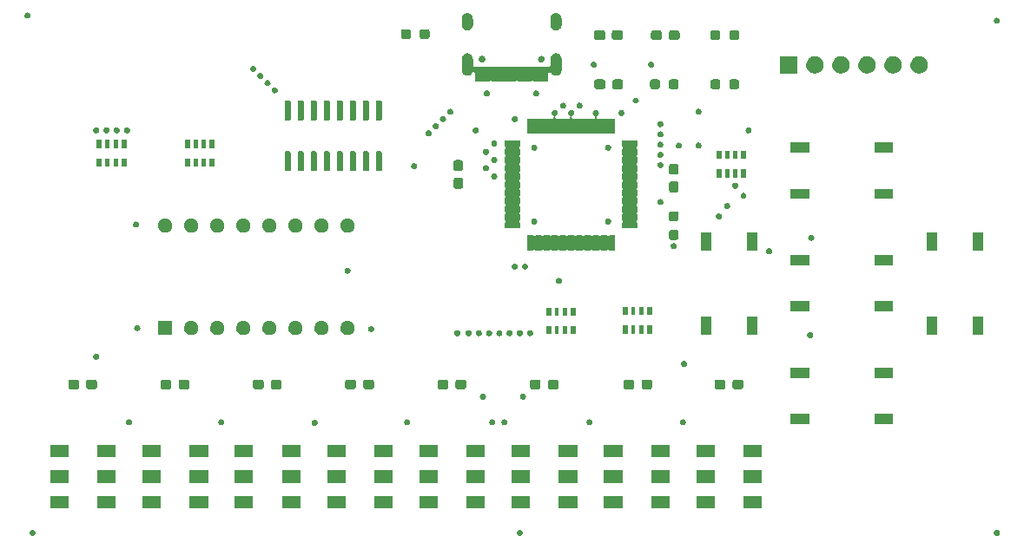
<source format=gts>
G04 #@! TF.GenerationSoftware,KiCad,Pcbnew,7.0.5*
G04 #@! TF.CreationDate,2023-11-17T20:36:03+09:00*
G04 #@! TF.ProjectId,Sawareru_v4,53617761-7265-4727-955f-76342e6b6963,0.3.0*
G04 #@! TF.SameCoordinates,PX2faf080PY6422c40*
G04 #@! TF.FileFunction,Soldermask,Top*
G04 #@! TF.FilePolarity,Negative*
%FSLAX46Y46*%
G04 Gerber Fmt 4.6, Leading zero omitted, Abs format (unit mm)*
G04 Created by KiCad (PCBNEW 7.0.5) date 2023-11-17 20:36:03*
%MOMM*%
%LPD*%
G01*
G04 APERTURE LIST*
G04 APERTURE END LIST*
G36*
X2594072Y2780164D02*
G01*
X2623939Y2771394D01*
X2631476Y2766550D01*
X2650000Y2759808D01*
X2676278Y2737758D01*
X2695381Y2725481D01*
X2707296Y2711730D01*
X2729813Y2692836D01*
X2742082Y2671586D01*
X2750992Y2661303D01*
X2762243Y2636667D01*
X2781908Y2602606D01*
X2784493Y2587945D01*
X2786269Y2584056D01*
X2791086Y2550554D01*
X2800000Y2500000D01*
X2791085Y2449444D01*
X2786269Y2415945D01*
X2784493Y2412058D01*
X2781908Y2397394D01*
X2762240Y2363331D01*
X2750992Y2338698D01*
X2742083Y2328418D01*
X2729813Y2307164D01*
X2707293Y2288268D01*
X2695381Y2274520D01*
X2676283Y2262247D01*
X2650000Y2240192D01*
X2631473Y2233449D01*
X2623939Y2228607D01*
X2594081Y2219840D01*
X2552094Y2204558D01*
X2447906Y2204558D01*
X2405921Y2219839D01*
X2376060Y2228607D01*
X2368524Y2233450D01*
X2350000Y2240192D01*
X2323719Y2262245D01*
X2304618Y2274520D01*
X2292702Y2288271D01*
X2270187Y2307164D01*
X2257918Y2328415D01*
X2249007Y2338698D01*
X2237754Y2363339D01*
X2218092Y2397394D01*
X2215507Y2412054D01*
X2213730Y2415945D01*
X2208909Y2449473D01*
X2200000Y2500000D01*
X2208908Y2550521D01*
X2213730Y2584056D01*
X2215507Y2587949D01*
X2218092Y2602606D01*
X2237752Y2636658D01*
X2249007Y2661303D01*
X2257919Y2671589D01*
X2270187Y2692836D01*
X2292699Y2711727D01*
X2304618Y2725481D01*
X2323724Y2737761D01*
X2350000Y2759808D01*
X2368520Y2766549D01*
X2376060Y2771394D01*
X2405930Y2780165D01*
X2447906Y2795442D01*
X2552094Y2795442D01*
X2594072Y2780164D01*
G37*
G36*
X50094072Y2780164D02*
G01*
X50123939Y2771394D01*
X50131476Y2766550D01*
X50150000Y2759808D01*
X50176278Y2737758D01*
X50195381Y2725481D01*
X50207296Y2711730D01*
X50229813Y2692836D01*
X50242082Y2671586D01*
X50250992Y2661303D01*
X50262243Y2636667D01*
X50281908Y2602606D01*
X50284493Y2587945D01*
X50286269Y2584056D01*
X50291086Y2550552D01*
X50300000Y2500000D01*
X50291085Y2449443D01*
X50286269Y2415945D01*
X50284493Y2412058D01*
X50281908Y2397394D01*
X50262240Y2363331D01*
X50250992Y2338698D01*
X50242083Y2328418D01*
X50229813Y2307164D01*
X50207293Y2288268D01*
X50195381Y2274520D01*
X50176283Y2262247D01*
X50150000Y2240192D01*
X50131473Y2233449D01*
X50123939Y2228607D01*
X50094081Y2219840D01*
X50052094Y2204558D01*
X49947906Y2204558D01*
X49905921Y2219839D01*
X49876060Y2228607D01*
X49868524Y2233450D01*
X49850000Y2240192D01*
X49823719Y2262245D01*
X49804618Y2274520D01*
X49792702Y2288271D01*
X49770187Y2307164D01*
X49757918Y2328415D01*
X49749007Y2338698D01*
X49737754Y2363339D01*
X49718092Y2397394D01*
X49715507Y2412054D01*
X49713730Y2415945D01*
X49708909Y2449473D01*
X49700000Y2500000D01*
X49708908Y2550521D01*
X49713730Y2584056D01*
X49715507Y2587949D01*
X49718092Y2602606D01*
X49737752Y2636658D01*
X49749007Y2661303D01*
X49757919Y2671589D01*
X49770187Y2692836D01*
X49792699Y2711727D01*
X49804618Y2725481D01*
X49823724Y2737761D01*
X49850000Y2759808D01*
X49868520Y2766549D01*
X49876060Y2771394D01*
X49905930Y2780165D01*
X49947906Y2795442D01*
X50052094Y2795442D01*
X50094072Y2780164D01*
G37*
G36*
X96594072Y2780164D02*
G01*
X96623939Y2771394D01*
X96631476Y2766550D01*
X96650000Y2759808D01*
X96676278Y2737758D01*
X96695381Y2725481D01*
X96707296Y2711730D01*
X96729813Y2692836D01*
X96742082Y2671586D01*
X96750992Y2661303D01*
X96762243Y2636667D01*
X96781908Y2602606D01*
X96784493Y2587945D01*
X96786269Y2584056D01*
X96791086Y2550552D01*
X96800000Y2500000D01*
X96791085Y2449443D01*
X96786269Y2415945D01*
X96784493Y2412058D01*
X96781908Y2397394D01*
X96762240Y2363331D01*
X96750992Y2338698D01*
X96742083Y2328418D01*
X96729813Y2307164D01*
X96707293Y2288268D01*
X96695381Y2274520D01*
X96676283Y2262247D01*
X96650000Y2240192D01*
X96631473Y2233449D01*
X96623939Y2228607D01*
X96594081Y2219840D01*
X96552094Y2204558D01*
X96447906Y2204558D01*
X96405921Y2219839D01*
X96376060Y2228607D01*
X96368524Y2233450D01*
X96350000Y2240192D01*
X96323719Y2262245D01*
X96304618Y2274520D01*
X96292702Y2288271D01*
X96270187Y2307164D01*
X96257918Y2328415D01*
X96249007Y2338698D01*
X96237754Y2363339D01*
X96218092Y2397394D01*
X96215507Y2412054D01*
X96213730Y2415945D01*
X96208908Y2449475D01*
X96200000Y2500000D01*
X96208908Y2550523D01*
X96213730Y2584056D01*
X96215507Y2587949D01*
X96218092Y2602606D01*
X96237752Y2636658D01*
X96249007Y2661303D01*
X96257919Y2671589D01*
X96270187Y2692836D01*
X96292699Y2711727D01*
X96304618Y2725481D01*
X96323724Y2737761D01*
X96350000Y2759808D01*
X96368520Y2766549D01*
X96376060Y2771394D01*
X96405930Y2780165D01*
X96447906Y2795442D01*
X96552094Y2795442D01*
X96594072Y2780164D01*
G37*
G36*
X6000000Y4900000D02*
G01*
X4200000Y4900000D01*
X4200000Y6100000D01*
X6000000Y6100000D01*
X6000000Y4900000D01*
G37*
G36*
X10600000Y4900000D02*
G01*
X8800000Y4900000D01*
X8800000Y6100000D01*
X10600000Y6100000D01*
X10600000Y4900000D01*
G37*
G36*
X15000000Y4900000D02*
G01*
X13200000Y4900000D01*
X13200000Y6100000D01*
X15000000Y6100000D01*
X15000000Y4900000D01*
G37*
G36*
X19600000Y4900000D02*
G01*
X17800000Y4900000D01*
X17800000Y6100000D01*
X19600000Y6100000D01*
X19600000Y4900000D01*
G37*
G36*
X24000000Y4900000D02*
G01*
X22200000Y4900000D01*
X22200000Y6100000D01*
X24000000Y6100000D01*
X24000000Y4900000D01*
G37*
G36*
X28600000Y4900000D02*
G01*
X26800000Y4900000D01*
X26800000Y6100000D01*
X28600000Y6100000D01*
X28600000Y4900000D01*
G37*
G36*
X33000000Y4900000D02*
G01*
X31200000Y4900000D01*
X31200000Y6100000D01*
X33000000Y6100000D01*
X33000000Y4900000D01*
G37*
G36*
X37600000Y4900000D02*
G01*
X35800000Y4900000D01*
X35800000Y6100000D01*
X37600000Y6100000D01*
X37600000Y4900000D01*
G37*
G36*
X42000000Y4900000D02*
G01*
X40200000Y4900000D01*
X40200000Y6100000D01*
X42000000Y6100000D01*
X42000000Y4900000D01*
G37*
G36*
X46600000Y4900000D02*
G01*
X44800000Y4900000D01*
X44800000Y6100000D01*
X46600000Y6100000D01*
X46600000Y4900000D01*
G37*
G36*
X51000000Y4900000D02*
G01*
X49200000Y4900000D01*
X49200000Y6100000D01*
X51000000Y6100000D01*
X51000000Y4900000D01*
G37*
G36*
X55600000Y4900000D02*
G01*
X53800000Y4900000D01*
X53800000Y6100000D01*
X55600000Y6100000D01*
X55600000Y4900000D01*
G37*
G36*
X60000000Y4900000D02*
G01*
X58200000Y4900000D01*
X58200000Y6100000D01*
X60000000Y6100000D01*
X60000000Y4900000D01*
G37*
G36*
X64600000Y4900000D02*
G01*
X62800000Y4900000D01*
X62800000Y6100000D01*
X64600000Y6100000D01*
X64600000Y4900000D01*
G37*
G36*
X69000000Y4900000D02*
G01*
X67200000Y4900000D01*
X67200000Y6100000D01*
X69000000Y6100000D01*
X69000000Y4900000D01*
G37*
G36*
X73600000Y4900000D02*
G01*
X71800000Y4900000D01*
X71800000Y6100000D01*
X73600000Y6100000D01*
X73600000Y4900000D01*
G37*
G36*
X6000000Y7400000D02*
G01*
X4200000Y7400000D01*
X4200000Y8600000D01*
X6000000Y8600000D01*
X6000000Y7400000D01*
G37*
G36*
X10600000Y7400000D02*
G01*
X8800000Y7400000D01*
X8800000Y8600000D01*
X10600000Y8600000D01*
X10600000Y7400000D01*
G37*
G36*
X15000000Y7400000D02*
G01*
X13200000Y7400000D01*
X13200000Y8600000D01*
X15000000Y8600000D01*
X15000000Y7400000D01*
G37*
G36*
X19600000Y7400000D02*
G01*
X17800000Y7400000D01*
X17800000Y8600000D01*
X19600000Y8600000D01*
X19600000Y7400000D01*
G37*
G36*
X24000000Y7400000D02*
G01*
X22200000Y7400000D01*
X22200000Y8600000D01*
X24000000Y8600000D01*
X24000000Y7400000D01*
G37*
G36*
X28600000Y7400000D02*
G01*
X26800000Y7400000D01*
X26800000Y8600000D01*
X28600000Y8600000D01*
X28600000Y7400000D01*
G37*
G36*
X33000000Y7400000D02*
G01*
X31200000Y7400000D01*
X31200000Y8600000D01*
X33000000Y8600000D01*
X33000000Y7400000D01*
G37*
G36*
X37600000Y7400000D02*
G01*
X35800000Y7400000D01*
X35800000Y8600000D01*
X37600000Y8600000D01*
X37600000Y7400000D01*
G37*
G36*
X42000000Y7400000D02*
G01*
X40200000Y7400000D01*
X40200000Y8600000D01*
X42000000Y8600000D01*
X42000000Y7400000D01*
G37*
G36*
X46600000Y7400000D02*
G01*
X44800000Y7400000D01*
X44800000Y8600000D01*
X46600000Y8600000D01*
X46600000Y7400000D01*
G37*
G36*
X51000000Y7400000D02*
G01*
X49200000Y7400000D01*
X49200000Y8600000D01*
X51000000Y8600000D01*
X51000000Y7400000D01*
G37*
G36*
X55600000Y7400000D02*
G01*
X53800000Y7400000D01*
X53800000Y8600000D01*
X55600000Y8600000D01*
X55600000Y7400000D01*
G37*
G36*
X60000000Y7400000D02*
G01*
X58200000Y7400000D01*
X58200000Y8600000D01*
X60000000Y8600000D01*
X60000000Y7400000D01*
G37*
G36*
X64600000Y7400000D02*
G01*
X62800000Y7400000D01*
X62800000Y8600000D01*
X64600000Y8600000D01*
X64600000Y7400000D01*
G37*
G36*
X69000000Y7400000D02*
G01*
X67200000Y7400000D01*
X67200000Y8600000D01*
X69000000Y8600000D01*
X69000000Y7400000D01*
G37*
G36*
X73600000Y7400000D02*
G01*
X71800000Y7400000D01*
X71800000Y8600000D01*
X73600000Y8600000D01*
X73600000Y7400000D01*
G37*
G36*
X6000000Y9900000D02*
G01*
X4200000Y9900000D01*
X4200000Y11100000D01*
X6000000Y11100000D01*
X6000000Y9900000D01*
G37*
G36*
X10600000Y9900000D02*
G01*
X8800000Y9900000D01*
X8800000Y11100000D01*
X10600000Y11100000D01*
X10600000Y9900000D01*
G37*
G36*
X15000000Y9900000D02*
G01*
X13200000Y9900000D01*
X13200000Y11100000D01*
X15000000Y11100000D01*
X15000000Y9900000D01*
G37*
G36*
X19600000Y9900000D02*
G01*
X17800000Y9900000D01*
X17800000Y11100000D01*
X19600000Y11100000D01*
X19600000Y9900000D01*
G37*
G36*
X24000000Y9900000D02*
G01*
X22200000Y9900000D01*
X22200000Y11100000D01*
X24000000Y11100000D01*
X24000000Y9900000D01*
G37*
G36*
X28600000Y9900000D02*
G01*
X26800000Y9900000D01*
X26800000Y11100000D01*
X28600000Y11100000D01*
X28600000Y9900000D01*
G37*
G36*
X33000000Y9900000D02*
G01*
X31200000Y9900000D01*
X31200000Y11100000D01*
X33000000Y11100000D01*
X33000000Y9900000D01*
G37*
G36*
X37600000Y9900000D02*
G01*
X35800000Y9900000D01*
X35800000Y11100000D01*
X37600000Y11100000D01*
X37600000Y9900000D01*
G37*
G36*
X42000000Y9900000D02*
G01*
X40200000Y9900000D01*
X40200000Y11100000D01*
X42000000Y11100000D01*
X42000000Y9900000D01*
G37*
G36*
X46600000Y9900000D02*
G01*
X44800000Y9900000D01*
X44800000Y11100000D01*
X46600000Y11100000D01*
X46600000Y9900000D01*
G37*
G36*
X51000000Y9900000D02*
G01*
X49200000Y9900000D01*
X49200000Y11100000D01*
X51000000Y11100000D01*
X51000000Y9900000D01*
G37*
G36*
X55600000Y9900000D02*
G01*
X53800000Y9900000D01*
X53800000Y11100000D01*
X55600000Y11100000D01*
X55600000Y9900000D01*
G37*
G36*
X60000000Y9900000D02*
G01*
X58200000Y9900000D01*
X58200000Y11100000D01*
X60000000Y11100000D01*
X60000000Y9900000D01*
G37*
G36*
X64600000Y9900000D02*
G01*
X62800000Y9900000D01*
X62800000Y11100000D01*
X64600000Y11100000D01*
X64600000Y9900000D01*
G37*
G36*
X69000000Y9900000D02*
G01*
X67200000Y9900000D01*
X67200000Y11100000D01*
X69000000Y11100000D01*
X69000000Y9900000D01*
G37*
G36*
X73600000Y9900000D02*
G01*
X71800000Y9900000D01*
X71800000Y11100000D01*
X73600000Y11100000D01*
X73600000Y9900000D01*
G37*
G36*
X30094072Y13530664D02*
G01*
X30123939Y13521894D01*
X30131476Y13517050D01*
X30150000Y13510308D01*
X30176278Y13488258D01*
X30195381Y13475981D01*
X30207296Y13462230D01*
X30229813Y13443336D01*
X30242082Y13422086D01*
X30250992Y13411803D01*
X30262243Y13387167D01*
X30281908Y13353106D01*
X30284493Y13338445D01*
X30286269Y13334556D01*
X30291086Y13301054D01*
X30300000Y13250500D01*
X30291085Y13199944D01*
X30286269Y13166445D01*
X30284493Y13162558D01*
X30281908Y13147894D01*
X30262240Y13113831D01*
X30250992Y13089198D01*
X30242083Y13078918D01*
X30229813Y13057664D01*
X30207293Y13038768D01*
X30195381Y13025020D01*
X30176283Y13012747D01*
X30150000Y12990692D01*
X30131473Y12983949D01*
X30123939Y12979107D01*
X30094081Y12970340D01*
X30052094Y12955058D01*
X29947906Y12955058D01*
X29905921Y12970339D01*
X29876060Y12979107D01*
X29868524Y12983950D01*
X29850000Y12990692D01*
X29823719Y13012745D01*
X29804618Y13025020D01*
X29792702Y13038771D01*
X29770187Y13057664D01*
X29757918Y13078915D01*
X29749007Y13089198D01*
X29737754Y13113839D01*
X29718092Y13147894D01*
X29715507Y13162554D01*
X29713730Y13166445D01*
X29708908Y13199975D01*
X29700000Y13250500D01*
X29708908Y13301023D01*
X29713730Y13334556D01*
X29715507Y13338449D01*
X29718092Y13353106D01*
X29737752Y13387158D01*
X29749007Y13411803D01*
X29757919Y13422089D01*
X29770187Y13443336D01*
X29792699Y13462227D01*
X29804618Y13475981D01*
X29823724Y13488261D01*
X29850000Y13510308D01*
X29868520Y13517049D01*
X29876060Y13521894D01*
X29905930Y13530665D01*
X29947906Y13545942D01*
X30052094Y13545942D01*
X30094072Y13530664D01*
G37*
G36*
X11994072Y13580164D02*
G01*
X12023939Y13571394D01*
X12031476Y13566550D01*
X12050000Y13559808D01*
X12076278Y13537758D01*
X12095381Y13525481D01*
X12107296Y13511730D01*
X12129813Y13492836D01*
X12142082Y13471586D01*
X12150992Y13461303D01*
X12162243Y13436667D01*
X12181908Y13402606D01*
X12184493Y13387945D01*
X12186269Y13384056D01*
X12191086Y13350554D01*
X12200000Y13300000D01*
X12191085Y13249444D01*
X12186269Y13215945D01*
X12184493Y13212058D01*
X12181908Y13197394D01*
X12162240Y13163331D01*
X12150992Y13138698D01*
X12142083Y13128418D01*
X12129813Y13107164D01*
X12107293Y13088268D01*
X12095381Y13074520D01*
X12076283Y13062247D01*
X12050000Y13040192D01*
X12031473Y13033449D01*
X12023939Y13028607D01*
X11994081Y13019840D01*
X11952094Y13004558D01*
X11847906Y13004558D01*
X11805921Y13019839D01*
X11776060Y13028607D01*
X11768524Y13033450D01*
X11750000Y13040192D01*
X11723719Y13062245D01*
X11704618Y13074520D01*
X11692702Y13088271D01*
X11670187Y13107164D01*
X11657918Y13128415D01*
X11649007Y13138698D01*
X11637754Y13163339D01*
X11618092Y13197394D01*
X11615507Y13212054D01*
X11613730Y13215945D01*
X11608909Y13249473D01*
X11600000Y13300000D01*
X11608908Y13350521D01*
X11613730Y13384056D01*
X11615507Y13387949D01*
X11618092Y13402606D01*
X11637752Y13436658D01*
X11649007Y13461303D01*
X11657919Y13471589D01*
X11670187Y13492836D01*
X11692699Y13511727D01*
X11704618Y13525481D01*
X11723724Y13537761D01*
X11750000Y13559808D01*
X11768520Y13566549D01*
X11776060Y13571394D01*
X11805930Y13580165D01*
X11847906Y13595442D01*
X11952094Y13595442D01*
X11994072Y13580164D01*
G37*
G36*
X20994072Y13580164D02*
G01*
X21023939Y13571394D01*
X21031476Y13566550D01*
X21050000Y13559808D01*
X21076278Y13537758D01*
X21095381Y13525481D01*
X21107296Y13511730D01*
X21129813Y13492836D01*
X21142082Y13471586D01*
X21150992Y13461303D01*
X21162243Y13436667D01*
X21181908Y13402606D01*
X21184493Y13387945D01*
X21186269Y13384056D01*
X21191086Y13350554D01*
X21200000Y13300000D01*
X21191085Y13249444D01*
X21186269Y13215945D01*
X21184493Y13212058D01*
X21181908Y13197394D01*
X21162240Y13163331D01*
X21150992Y13138698D01*
X21142083Y13128418D01*
X21129813Y13107164D01*
X21107293Y13088268D01*
X21095381Y13074520D01*
X21076283Y13062247D01*
X21050000Y13040192D01*
X21031473Y13033449D01*
X21023939Y13028607D01*
X20994081Y13019840D01*
X20952094Y13004558D01*
X20847906Y13004558D01*
X20805921Y13019839D01*
X20776060Y13028607D01*
X20768524Y13033450D01*
X20750000Y13040192D01*
X20723719Y13062245D01*
X20704618Y13074520D01*
X20692702Y13088271D01*
X20670187Y13107164D01*
X20657918Y13128415D01*
X20649007Y13138698D01*
X20637754Y13163339D01*
X20618092Y13197394D01*
X20615507Y13212054D01*
X20613730Y13215945D01*
X20608908Y13249475D01*
X20600000Y13300000D01*
X20608908Y13350523D01*
X20613730Y13384056D01*
X20615507Y13387949D01*
X20618092Y13402606D01*
X20637752Y13436658D01*
X20649007Y13461303D01*
X20657919Y13471589D01*
X20670187Y13492836D01*
X20692699Y13511727D01*
X20704618Y13525481D01*
X20723724Y13537761D01*
X20750000Y13559808D01*
X20768520Y13566549D01*
X20776060Y13571394D01*
X20805930Y13580165D01*
X20847906Y13595442D01*
X20952094Y13595442D01*
X20994072Y13580164D01*
G37*
G36*
X39094072Y13580164D02*
G01*
X39123939Y13571394D01*
X39131476Y13566550D01*
X39150000Y13559808D01*
X39176278Y13537758D01*
X39195381Y13525481D01*
X39207296Y13511730D01*
X39229813Y13492836D01*
X39242082Y13471586D01*
X39250992Y13461303D01*
X39262243Y13436667D01*
X39281908Y13402606D01*
X39284493Y13387945D01*
X39286269Y13384056D01*
X39291086Y13350552D01*
X39300000Y13300000D01*
X39291085Y13249443D01*
X39286269Y13215945D01*
X39284493Y13212058D01*
X39281908Y13197394D01*
X39262240Y13163331D01*
X39250992Y13138698D01*
X39242083Y13128418D01*
X39229813Y13107164D01*
X39207293Y13088268D01*
X39195381Y13074520D01*
X39176283Y13062247D01*
X39150000Y13040192D01*
X39131473Y13033449D01*
X39123939Y13028607D01*
X39094081Y13019840D01*
X39052094Y13004558D01*
X38947906Y13004558D01*
X38905921Y13019839D01*
X38876060Y13028607D01*
X38868524Y13033450D01*
X38850000Y13040192D01*
X38823719Y13062245D01*
X38804618Y13074520D01*
X38792702Y13088271D01*
X38770187Y13107164D01*
X38757918Y13128415D01*
X38749007Y13138698D01*
X38737754Y13163339D01*
X38718092Y13197394D01*
X38715507Y13212054D01*
X38713730Y13215945D01*
X38708908Y13249475D01*
X38700000Y13300000D01*
X38708908Y13350523D01*
X38713730Y13384056D01*
X38715507Y13387949D01*
X38718092Y13402606D01*
X38737752Y13436658D01*
X38749007Y13461303D01*
X38757919Y13471589D01*
X38770187Y13492836D01*
X38792699Y13511727D01*
X38804618Y13525481D01*
X38823724Y13537761D01*
X38850000Y13559808D01*
X38868520Y13566549D01*
X38876060Y13571394D01*
X38905930Y13580165D01*
X38947906Y13595442D01*
X39052094Y13595442D01*
X39094072Y13580164D01*
G37*
G36*
X47394072Y13580164D02*
G01*
X47423939Y13571394D01*
X47431476Y13566550D01*
X47450000Y13559808D01*
X47476278Y13537758D01*
X47495381Y13525481D01*
X47507296Y13511730D01*
X47529813Y13492836D01*
X47542082Y13471586D01*
X47550992Y13461303D01*
X47562243Y13436667D01*
X47581908Y13402606D01*
X47584493Y13387945D01*
X47586269Y13384056D01*
X47591086Y13350552D01*
X47600000Y13300000D01*
X47591085Y13249443D01*
X47586269Y13215945D01*
X47584493Y13212058D01*
X47581908Y13197394D01*
X47562240Y13163331D01*
X47550992Y13138698D01*
X47542083Y13128418D01*
X47529813Y13107164D01*
X47507293Y13088268D01*
X47495381Y13074520D01*
X47476283Y13062247D01*
X47450000Y13040192D01*
X47431473Y13033449D01*
X47423939Y13028607D01*
X47394081Y13019840D01*
X47352094Y13004558D01*
X47247906Y13004558D01*
X47205921Y13019839D01*
X47176060Y13028607D01*
X47168524Y13033450D01*
X47150000Y13040192D01*
X47123719Y13062245D01*
X47104618Y13074520D01*
X47092702Y13088271D01*
X47070187Y13107164D01*
X47057918Y13128415D01*
X47049007Y13138698D01*
X47037754Y13163339D01*
X47018092Y13197394D01*
X47015507Y13212054D01*
X47013730Y13215945D01*
X47008908Y13249475D01*
X47000000Y13300000D01*
X47008908Y13350523D01*
X47013730Y13384056D01*
X47015507Y13387949D01*
X47018092Y13402606D01*
X47037752Y13436658D01*
X47049007Y13461303D01*
X47057919Y13471589D01*
X47070187Y13492836D01*
X47092699Y13511727D01*
X47104618Y13525481D01*
X47123724Y13537761D01*
X47150000Y13559808D01*
X47168520Y13566549D01*
X47176060Y13571394D01*
X47205930Y13580165D01*
X47247906Y13595442D01*
X47352094Y13595442D01*
X47394072Y13580164D01*
G37*
G36*
X48594072Y13580164D02*
G01*
X48623939Y13571394D01*
X48631476Y13566550D01*
X48650000Y13559808D01*
X48676278Y13537758D01*
X48695381Y13525481D01*
X48707296Y13511730D01*
X48729813Y13492836D01*
X48742082Y13471586D01*
X48750992Y13461303D01*
X48762243Y13436667D01*
X48781908Y13402606D01*
X48784493Y13387945D01*
X48786269Y13384056D01*
X48791086Y13350552D01*
X48800000Y13300000D01*
X48791085Y13249443D01*
X48786269Y13215945D01*
X48784493Y13212058D01*
X48781908Y13197394D01*
X48762240Y13163331D01*
X48750992Y13138698D01*
X48742083Y13128418D01*
X48729813Y13107164D01*
X48707293Y13088268D01*
X48695381Y13074520D01*
X48676283Y13062247D01*
X48650000Y13040192D01*
X48631473Y13033449D01*
X48623939Y13028607D01*
X48594081Y13019840D01*
X48552094Y13004558D01*
X48447906Y13004558D01*
X48405921Y13019839D01*
X48376060Y13028607D01*
X48368524Y13033450D01*
X48350000Y13040192D01*
X48323719Y13062245D01*
X48304618Y13074520D01*
X48292702Y13088271D01*
X48270187Y13107164D01*
X48257918Y13128415D01*
X48249007Y13138698D01*
X48237754Y13163339D01*
X48218092Y13197394D01*
X48215507Y13212054D01*
X48213730Y13215945D01*
X48208909Y13249473D01*
X48200000Y13300000D01*
X48208908Y13350521D01*
X48213730Y13384056D01*
X48215507Y13387949D01*
X48218092Y13402606D01*
X48237752Y13436658D01*
X48249007Y13461303D01*
X48257919Y13471589D01*
X48270187Y13492836D01*
X48292699Y13511727D01*
X48304618Y13525481D01*
X48323724Y13537761D01*
X48350000Y13559808D01*
X48368520Y13566549D01*
X48376060Y13571394D01*
X48405930Y13580165D01*
X48447906Y13595442D01*
X48552094Y13595442D01*
X48594072Y13580164D01*
G37*
G36*
X56894072Y13580164D02*
G01*
X56923939Y13571394D01*
X56931476Y13566550D01*
X56950000Y13559808D01*
X56976278Y13537758D01*
X56995381Y13525481D01*
X57007296Y13511730D01*
X57029813Y13492836D01*
X57042082Y13471586D01*
X57050992Y13461303D01*
X57062243Y13436667D01*
X57081908Y13402606D01*
X57084493Y13387945D01*
X57086269Y13384056D01*
X57091086Y13350552D01*
X57100000Y13300000D01*
X57091085Y13249443D01*
X57086269Y13215945D01*
X57084493Y13212058D01*
X57081908Y13197394D01*
X57062240Y13163331D01*
X57050992Y13138698D01*
X57042083Y13128418D01*
X57029813Y13107164D01*
X57007293Y13088268D01*
X56995381Y13074520D01*
X56976283Y13062247D01*
X56950000Y13040192D01*
X56931473Y13033449D01*
X56923939Y13028607D01*
X56894081Y13019840D01*
X56852094Y13004558D01*
X56747906Y13004558D01*
X56705921Y13019839D01*
X56676060Y13028607D01*
X56668524Y13033450D01*
X56650000Y13040192D01*
X56623719Y13062245D01*
X56604618Y13074520D01*
X56592702Y13088271D01*
X56570187Y13107164D01*
X56557918Y13128415D01*
X56549007Y13138698D01*
X56537754Y13163339D01*
X56518092Y13197394D01*
X56515507Y13212054D01*
X56513730Y13215945D01*
X56508909Y13249473D01*
X56500000Y13300000D01*
X56508908Y13350521D01*
X56513730Y13384056D01*
X56515507Y13387949D01*
X56518092Y13402606D01*
X56537752Y13436658D01*
X56549007Y13461303D01*
X56557919Y13471589D01*
X56570187Y13492836D01*
X56592699Y13511727D01*
X56604618Y13525481D01*
X56623724Y13537761D01*
X56650000Y13559808D01*
X56668520Y13566549D01*
X56676060Y13571394D01*
X56705930Y13580165D01*
X56747906Y13595442D01*
X56852094Y13595442D01*
X56894072Y13580164D01*
G37*
G36*
X65994072Y13580164D02*
G01*
X66023939Y13571394D01*
X66031476Y13566550D01*
X66050000Y13559808D01*
X66076278Y13537758D01*
X66095381Y13525481D01*
X66107296Y13511730D01*
X66129813Y13492836D01*
X66142082Y13471586D01*
X66150992Y13461303D01*
X66162243Y13436667D01*
X66181908Y13402606D01*
X66184493Y13387945D01*
X66186269Y13384056D01*
X66191086Y13350552D01*
X66200000Y13300000D01*
X66191085Y13249443D01*
X66186269Y13215945D01*
X66184493Y13212058D01*
X66181908Y13197394D01*
X66162240Y13163331D01*
X66150992Y13138698D01*
X66142083Y13128418D01*
X66129813Y13107164D01*
X66107293Y13088268D01*
X66095381Y13074520D01*
X66076283Y13062247D01*
X66050000Y13040192D01*
X66031473Y13033449D01*
X66023939Y13028607D01*
X65994081Y13019840D01*
X65952094Y13004558D01*
X65847906Y13004558D01*
X65805921Y13019839D01*
X65776060Y13028607D01*
X65768524Y13033450D01*
X65750000Y13040192D01*
X65723719Y13062245D01*
X65704618Y13074520D01*
X65692702Y13088271D01*
X65670187Y13107164D01*
X65657918Y13128415D01*
X65649007Y13138698D01*
X65637754Y13163339D01*
X65618092Y13197394D01*
X65615507Y13212054D01*
X65613730Y13215945D01*
X65608909Y13249473D01*
X65600000Y13300000D01*
X65608908Y13350521D01*
X65613730Y13384056D01*
X65615507Y13387949D01*
X65618092Y13402606D01*
X65637752Y13436658D01*
X65649007Y13461303D01*
X65657919Y13471589D01*
X65670187Y13492836D01*
X65692699Y13511727D01*
X65704618Y13525481D01*
X65723724Y13537761D01*
X65750000Y13559808D01*
X65768520Y13566549D01*
X65776060Y13571394D01*
X65805930Y13580165D01*
X65847906Y13595442D01*
X65952094Y13595442D01*
X65994072Y13580164D01*
G37*
G36*
X78200000Y13100000D02*
G01*
X76400000Y13100000D01*
X76400000Y14100000D01*
X78200000Y14100000D01*
X78200000Y13100000D01*
G37*
G36*
X86400000Y13100000D02*
G01*
X84600000Y13100000D01*
X84600000Y14100000D01*
X86400000Y14100000D01*
X86400000Y13100000D01*
G37*
G36*
X46494072Y16080164D02*
G01*
X46523939Y16071394D01*
X46531476Y16066550D01*
X46550000Y16059808D01*
X46576278Y16037758D01*
X46595381Y16025481D01*
X46607296Y16011730D01*
X46629813Y15992836D01*
X46642082Y15971586D01*
X46650992Y15961303D01*
X46662243Y15936667D01*
X46681908Y15902606D01*
X46684493Y15887945D01*
X46686269Y15884056D01*
X46691086Y15850554D01*
X46700000Y15800000D01*
X46691085Y15749444D01*
X46686269Y15715945D01*
X46684493Y15712058D01*
X46681908Y15697394D01*
X46662240Y15663331D01*
X46650992Y15638698D01*
X46642083Y15628418D01*
X46629813Y15607164D01*
X46607293Y15588268D01*
X46595381Y15574520D01*
X46576283Y15562247D01*
X46550000Y15540192D01*
X46531473Y15533449D01*
X46523939Y15528607D01*
X46494081Y15519840D01*
X46452094Y15504558D01*
X46347906Y15504558D01*
X46305921Y15519839D01*
X46276060Y15528607D01*
X46268524Y15533450D01*
X46250000Y15540192D01*
X46223719Y15562245D01*
X46204618Y15574520D01*
X46192702Y15588271D01*
X46170187Y15607164D01*
X46157918Y15628415D01*
X46149007Y15638698D01*
X46137754Y15663339D01*
X46118092Y15697394D01*
X46115507Y15712054D01*
X46113730Y15715945D01*
X46108908Y15749475D01*
X46100000Y15800000D01*
X46108908Y15850523D01*
X46113730Y15884056D01*
X46115507Y15887949D01*
X46118092Y15902606D01*
X46137752Y15936658D01*
X46149007Y15961303D01*
X46157919Y15971589D01*
X46170187Y15992836D01*
X46192699Y16011727D01*
X46204618Y16025481D01*
X46223724Y16037761D01*
X46250000Y16059808D01*
X46268520Y16066549D01*
X46276060Y16071394D01*
X46305930Y16080165D01*
X46347906Y16095442D01*
X46452094Y16095442D01*
X46494072Y16080164D01*
G37*
G36*
X50394072Y16080164D02*
G01*
X50423939Y16071394D01*
X50431476Y16066550D01*
X50450000Y16059808D01*
X50476278Y16037758D01*
X50495381Y16025481D01*
X50507296Y16011730D01*
X50529813Y15992836D01*
X50542082Y15971586D01*
X50550992Y15961303D01*
X50562243Y15936667D01*
X50581908Y15902606D01*
X50584493Y15887945D01*
X50586269Y15884056D01*
X50591086Y15850554D01*
X50600000Y15800000D01*
X50591085Y15749444D01*
X50586269Y15715945D01*
X50584493Y15712058D01*
X50581908Y15697394D01*
X50562240Y15663331D01*
X50550992Y15638698D01*
X50542083Y15628418D01*
X50529813Y15607164D01*
X50507293Y15588268D01*
X50495381Y15574520D01*
X50476283Y15562247D01*
X50450000Y15540192D01*
X50431473Y15533449D01*
X50423939Y15528607D01*
X50394081Y15519840D01*
X50352094Y15504558D01*
X50247906Y15504558D01*
X50205921Y15519839D01*
X50176060Y15528607D01*
X50168524Y15533450D01*
X50150000Y15540192D01*
X50123719Y15562245D01*
X50104618Y15574520D01*
X50092702Y15588271D01*
X50070187Y15607164D01*
X50057918Y15628415D01*
X50049007Y15638698D01*
X50037754Y15663339D01*
X50018092Y15697394D01*
X50015507Y15712054D01*
X50013730Y15715945D01*
X50008908Y15749475D01*
X50000000Y15800000D01*
X50008908Y15850523D01*
X50013730Y15884056D01*
X50015507Y15887949D01*
X50018092Y15902606D01*
X50037752Y15936658D01*
X50049007Y15961303D01*
X50057919Y15971589D01*
X50070187Y15992836D01*
X50092699Y16011727D01*
X50104618Y16025481D01*
X50123724Y16037761D01*
X50150000Y16059808D01*
X50168520Y16066549D01*
X50176060Y16071394D01*
X50205930Y16080165D01*
X50247906Y16095442D01*
X50352094Y16095442D01*
X50394072Y16080164D01*
G37*
G36*
X6836694Y17465215D02*
G01*
X6860273Y17461480D01*
X6863350Y17459913D01*
X6878387Y17456921D01*
X6907828Y17437250D01*
X6925928Y17428027D01*
X6934581Y17419374D01*
X6955438Y17405438D01*
X6969373Y17384582D01*
X6978026Y17375929D01*
X6987247Y17357832D01*
X7006921Y17328387D01*
X7009912Y17313349D01*
X7011479Y17310274D01*
X7015210Y17286715D01*
X7025000Y17237500D01*
X7025000Y16762500D01*
X7015209Y16713282D01*
X7011479Y16689727D01*
X7009912Y16686654D01*
X7006921Y16671613D01*
X6987245Y16642166D01*
X6978026Y16624072D01*
X6969375Y16615422D01*
X6955438Y16594562D01*
X6934578Y16580625D01*
X6925928Y16571974D01*
X6907834Y16562755D01*
X6878387Y16543079D01*
X6863346Y16540088D01*
X6860273Y16538521D01*
X6836718Y16534791D01*
X6787500Y16525000D01*
X6212500Y16525000D01*
X6163285Y16534790D01*
X6139726Y16538521D01*
X6136651Y16540088D01*
X6121613Y16543079D01*
X6092168Y16562753D01*
X6074071Y16571974D01*
X6065418Y16580627D01*
X6044562Y16594562D01*
X6030626Y16615419D01*
X6021973Y16624072D01*
X6012750Y16642172D01*
X5993079Y16671613D01*
X5990087Y16686650D01*
X5988520Y16689727D01*
X5984785Y16713306D01*
X5975000Y16762500D01*
X5975000Y17237500D01*
X5984784Y17286691D01*
X5988520Y17310274D01*
X5990088Y17313352D01*
X5993079Y17328387D01*
X6012748Y17357825D01*
X6021973Y17375929D01*
X6030628Y17384585D01*
X6044562Y17405438D01*
X6065415Y17419372D01*
X6074071Y17428027D01*
X6092175Y17437252D01*
X6121613Y17456921D01*
X6136648Y17459912D01*
X6139726Y17461480D01*
X6163309Y17465216D01*
X6212500Y17475000D01*
X6787500Y17475000D01*
X6836694Y17465215D01*
G37*
G36*
X8586694Y17465215D02*
G01*
X8610273Y17461480D01*
X8613350Y17459913D01*
X8628387Y17456921D01*
X8657828Y17437250D01*
X8675928Y17428027D01*
X8684581Y17419374D01*
X8705438Y17405438D01*
X8719373Y17384582D01*
X8728026Y17375929D01*
X8737247Y17357832D01*
X8756921Y17328387D01*
X8759912Y17313349D01*
X8761479Y17310274D01*
X8765210Y17286715D01*
X8775000Y17237500D01*
X8775000Y16762500D01*
X8765209Y16713282D01*
X8761479Y16689727D01*
X8759912Y16686654D01*
X8756921Y16671613D01*
X8737245Y16642166D01*
X8728026Y16624072D01*
X8719375Y16615422D01*
X8705438Y16594562D01*
X8684578Y16580625D01*
X8675928Y16571974D01*
X8657834Y16562755D01*
X8628387Y16543079D01*
X8613346Y16540088D01*
X8610273Y16538521D01*
X8586718Y16534791D01*
X8537500Y16525000D01*
X7962500Y16525000D01*
X7913285Y16534790D01*
X7889726Y16538521D01*
X7886651Y16540088D01*
X7871613Y16543079D01*
X7842168Y16562753D01*
X7824071Y16571974D01*
X7815418Y16580627D01*
X7794562Y16594562D01*
X7780626Y16615419D01*
X7771973Y16624072D01*
X7762750Y16642172D01*
X7743079Y16671613D01*
X7740087Y16686650D01*
X7738520Y16689727D01*
X7734785Y16713306D01*
X7725000Y16762500D01*
X7725000Y17237500D01*
X7734784Y17286691D01*
X7738520Y17310274D01*
X7740088Y17313352D01*
X7743079Y17328387D01*
X7762748Y17357825D01*
X7771973Y17375929D01*
X7780628Y17384585D01*
X7794562Y17405438D01*
X7815415Y17419372D01*
X7824071Y17428027D01*
X7842175Y17437252D01*
X7871613Y17456921D01*
X7886648Y17459912D01*
X7889726Y17461480D01*
X7913309Y17465216D01*
X7962500Y17475000D01*
X8537500Y17475000D01*
X8586694Y17465215D01*
G37*
G36*
X15836694Y17465215D02*
G01*
X15860273Y17461480D01*
X15863350Y17459913D01*
X15878387Y17456921D01*
X15907828Y17437250D01*
X15925928Y17428027D01*
X15934581Y17419374D01*
X15955438Y17405438D01*
X15969373Y17384582D01*
X15978026Y17375929D01*
X15987247Y17357832D01*
X16006921Y17328387D01*
X16009912Y17313349D01*
X16011479Y17310274D01*
X16015210Y17286715D01*
X16025000Y17237500D01*
X16025000Y16762500D01*
X16015209Y16713282D01*
X16011479Y16689727D01*
X16009912Y16686654D01*
X16006921Y16671613D01*
X15987245Y16642166D01*
X15978026Y16624072D01*
X15969375Y16615422D01*
X15955438Y16594562D01*
X15934578Y16580625D01*
X15925928Y16571974D01*
X15907834Y16562755D01*
X15878387Y16543079D01*
X15863346Y16540088D01*
X15860273Y16538521D01*
X15836718Y16534791D01*
X15787500Y16525000D01*
X15212500Y16525000D01*
X15163285Y16534790D01*
X15139726Y16538521D01*
X15136651Y16540088D01*
X15121613Y16543079D01*
X15092168Y16562753D01*
X15074071Y16571974D01*
X15065418Y16580627D01*
X15044562Y16594562D01*
X15030626Y16615419D01*
X15021973Y16624072D01*
X15012750Y16642172D01*
X14993079Y16671613D01*
X14990087Y16686650D01*
X14988520Y16689727D01*
X14984785Y16713306D01*
X14975000Y16762500D01*
X14975000Y17237500D01*
X14984784Y17286691D01*
X14988520Y17310274D01*
X14990088Y17313352D01*
X14993079Y17328387D01*
X15012748Y17357825D01*
X15021973Y17375929D01*
X15030628Y17384585D01*
X15044562Y17405438D01*
X15065415Y17419372D01*
X15074071Y17428027D01*
X15092175Y17437252D01*
X15121613Y17456921D01*
X15136648Y17459912D01*
X15139726Y17461480D01*
X15163309Y17465216D01*
X15212500Y17475000D01*
X15787500Y17475000D01*
X15836694Y17465215D01*
G37*
G36*
X17586694Y17465215D02*
G01*
X17610273Y17461480D01*
X17613350Y17459913D01*
X17628387Y17456921D01*
X17657828Y17437250D01*
X17675928Y17428027D01*
X17684581Y17419374D01*
X17705438Y17405438D01*
X17719373Y17384582D01*
X17728026Y17375929D01*
X17737247Y17357832D01*
X17756921Y17328387D01*
X17759912Y17313349D01*
X17761479Y17310274D01*
X17765210Y17286715D01*
X17775000Y17237500D01*
X17775000Y16762500D01*
X17765209Y16713282D01*
X17761479Y16689727D01*
X17759912Y16686654D01*
X17756921Y16671613D01*
X17737245Y16642166D01*
X17728026Y16624072D01*
X17719375Y16615422D01*
X17705438Y16594562D01*
X17684578Y16580625D01*
X17675928Y16571974D01*
X17657834Y16562755D01*
X17628387Y16543079D01*
X17613346Y16540088D01*
X17610273Y16538521D01*
X17586718Y16534791D01*
X17537500Y16525000D01*
X16962500Y16525000D01*
X16913285Y16534790D01*
X16889726Y16538521D01*
X16886651Y16540088D01*
X16871613Y16543079D01*
X16842168Y16562753D01*
X16824071Y16571974D01*
X16815418Y16580627D01*
X16794562Y16594562D01*
X16780626Y16615419D01*
X16771973Y16624072D01*
X16762750Y16642172D01*
X16743079Y16671613D01*
X16740087Y16686650D01*
X16738520Y16689727D01*
X16734785Y16713306D01*
X16725000Y16762500D01*
X16725000Y17237500D01*
X16734784Y17286691D01*
X16738520Y17310274D01*
X16740088Y17313352D01*
X16743079Y17328387D01*
X16762748Y17357825D01*
X16771973Y17375929D01*
X16780628Y17384585D01*
X16794562Y17405438D01*
X16815415Y17419372D01*
X16824071Y17428027D01*
X16842175Y17437252D01*
X16871613Y17456921D01*
X16886648Y17459912D01*
X16889726Y17461480D01*
X16913309Y17465216D01*
X16962500Y17475000D01*
X17537500Y17475000D01*
X17586694Y17465215D01*
G37*
G36*
X24836694Y17465215D02*
G01*
X24860273Y17461480D01*
X24863350Y17459913D01*
X24878387Y17456921D01*
X24907828Y17437250D01*
X24925928Y17428027D01*
X24934581Y17419374D01*
X24955438Y17405438D01*
X24969373Y17384582D01*
X24978026Y17375929D01*
X24987247Y17357832D01*
X25006921Y17328387D01*
X25009912Y17313349D01*
X25011479Y17310274D01*
X25015210Y17286715D01*
X25025000Y17237500D01*
X25025000Y16762500D01*
X25015209Y16713282D01*
X25011479Y16689727D01*
X25009912Y16686654D01*
X25006921Y16671613D01*
X24987245Y16642166D01*
X24978026Y16624072D01*
X24969375Y16615422D01*
X24955438Y16594562D01*
X24934578Y16580625D01*
X24925928Y16571974D01*
X24907834Y16562755D01*
X24878387Y16543079D01*
X24863346Y16540088D01*
X24860273Y16538521D01*
X24836718Y16534791D01*
X24787500Y16525000D01*
X24212500Y16525000D01*
X24163285Y16534790D01*
X24139726Y16538521D01*
X24136651Y16540088D01*
X24121613Y16543079D01*
X24092168Y16562753D01*
X24074071Y16571974D01*
X24065418Y16580627D01*
X24044562Y16594562D01*
X24030626Y16615419D01*
X24021973Y16624072D01*
X24012750Y16642172D01*
X23993079Y16671613D01*
X23990087Y16686650D01*
X23988520Y16689727D01*
X23984785Y16713306D01*
X23975000Y16762500D01*
X23975000Y17237500D01*
X23984784Y17286691D01*
X23988520Y17310274D01*
X23990088Y17313352D01*
X23993079Y17328387D01*
X24012748Y17357825D01*
X24021973Y17375929D01*
X24030628Y17384585D01*
X24044562Y17405438D01*
X24065415Y17419372D01*
X24074071Y17428027D01*
X24092175Y17437252D01*
X24121613Y17456921D01*
X24136648Y17459912D01*
X24139726Y17461480D01*
X24163309Y17465216D01*
X24212500Y17475000D01*
X24787500Y17475000D01*
X24836694Y17465215D01*
G37*
G36*
X26586694Y17465215D02*
G01*
X26610273Y17461480D01*
X26613350Y17459913D01*
X26628387Y17456921D01*
X26657828Y17437250D01*
X26675928Y17428027D01*
X26684581Y17419374D01*
X26705438Y17405438D01*
X26719373Y17384582D01*
X26728026Y17375929D01*
X26737247Y17357832D01*
X26756921Y17328387D01*
X26759912Y17313349D01*
X26761479Y17310274D01*
X26765210Y17286715D01*
X26775000Y17237500D01*
X26775000Y16762500D01*
X26765209Y16713282D01*
X26761479Y16689727D01*
X26759912Y16686654D01*
X26756921Y16671613D01*
X26737245Y16642166D01*
X26728026Y16624072D01*
X26719375Y16615422D01*
X26705438Y16594562D01*
X26684578Y16580625D01*
X26675928Y16571974D01*
X26657834Y16562755D01*
X26628387Y16543079D01*
X26613346Y16540088D01*
X26610273Y16538521D01*
X26586718Y16534791D01*
X26537500Y16525000D01*
X25962500Y16525000D01*
X25913285Y16534790D01*
X25889726Y16538521D01*
X25886651Y16540088D01*
X25871613Y16543079D01*
X25842168Y16562753D01*
X25824071Y16571974D01*
X25815418Y16580627D01*
X25794562Y16594562D01*
X25780626Y16615419D01*
X25771973Y16624072D01*
X25762750Y16642172D01*
X25743079Y16671613D01*
X25740087Y16686650D01*
X25738520Y16689727D01*
X25734785Y16713306D01*
X25725000Y16762500D01*
X25725000Y17237500D01*
X25734784Y17286691D01*
X25738520Y17310274D01*
X25740088Y17313352D01*
X25743079Y17328387D01*
X25762748Y17357825D01*
X25771973Y17375929D01*
X25780628Y17384585D01*
X25794562Y17405438D01*
X25815415Y17419372D01*
X25824071Y17428027D01*
X25842175Y17437252D01*
X25871613Y17456921D01*
X25886648Y17459912D01*
X25889726Y17461480D01*
X25913309Y17465216D01*
X25962500Y17475000D01*
X26537500Y17475000D01*
X26586694Y17465215D01*
G37*
G36*
X33836694Y17465215D02*
G01*
X33860273Y17461480D01*
X33863350Y17459913D01*
X33878387Y17456921D01*
X33907828Y17437250D01*
X33925928Y17428027D01*
X33934581Y17419374D01*
X33955438Y17405438D01*
X33969373Y17384582D01*
X33978026Y17375929D01*
X33987247Y17357832D01*
X34006921Y17328387D01*
X34009912Y17313349D01*
X34011479Y17310274D01*
X34015210Y17286715D01*
X34025000Y17237500D01*
X34025000Y16762500D01*
X34015209Y16713282D01*
X34011479Y16689727D01*
X34009912Y16686654D01*
X34006921Y16671613D01*
X33987245Y16642166D01*
X33978026Y16624072D01*
X33969375Y16615422D01*
X33955438Y16594562D01*
X33934578Y16580625D01*
X33925928Y16571974D01*
X33907834Y16562755D01*
X33878387Y16543079D01*
X33863346Y16540088D01*
X33860273Y16538521D01*
X33836718Y16534791D01*
X33787500Y16525000D01*
X33212500Y16525000D01*
X33163285Y16534790D01*
X33139726Y16538521D01*
X33136651Y16540088D01*
X33121613Y16543079D01*
X33092168Y16562753D01*
X33074071Y16571974D01*
X33065418Y16580627D01*
X33044562Y16594562D01*
X33030626Y16615419D01*
X33021973Y16624072D01*
X33012750Y16642172D01*
X32993079Y16671613D01*
X32990087Y16686650D01*
X32988520Y16689727D01*
X32984785Y16713306D01*
X32975000Y16762500D01*
X32975000Y17237500D01*
X32984784Y17286691D01*
X32988520Y17310274D01*
X32990088Y17313352D01*
X32993079Y17328387D01*
X33012748Y17357825D01*
X33021973Y17375929D01*
X33030628Y17384585D01*
X33044562Y17405438D01*
X33065415Y17419372D01*
X33074071Y17428027D01*
X33092175Y17437252D01*
X33121613Y17456921D01*
X33136648Y17459912D01*
X33139726Y17461480D01*
X33163309Y17465216D01*
X33212500Y17475000D01*
X33787500Y17475000D01*
X33836694Y17465215D01*
G37*
G36*
X35586694Y17465215D02*
G01*
X35610273Y17461480D01*
X35613350Y17459913D01*
X35628387Y17456921D01*
X35657828Y17437250D01*
X35675928Y17428027D01*
X35684581Y17419374D01*
X35705438Y17405438D01*
X35719373Y17384582D01*
X35728026Y17375929D01*
X35737247Y17357832D01*
X35756921Y17328387D01*
X35759912Y17313349D01*
X35761479Y17310274D01*
X35765210Y17286715D01*
X35775000Y17237500D01*
X35775000Y16762500D01*
X35765209Y16713282D01*
X35761479Y16689727D01*
X35759912Y16686654D01*
X35756921Y16671613D01*
X35737245Y16642166D01*
X35728026Y16624072D01*
X35719375Y16615422D01*
X35705438Y16594562D01*
X35684578Y16580625D01*
X35675928Y16571974D01*
X35657834Y16562755D01*
X35628387Y16543079D01*
X35613346Y16540088D01*
X35610273Y16538521D01*
X35586718Y16534791D01*
X35537500Y16525000D01*
X34962500Y16525000D01*
X34913285Y16534790D01*
X34889726Y16538521D01*
X34886651Y16540088D01*
X34871613Y16543079D01*
X34842168Y16562753D01*
X34824071Y16571974D01*
X34815418Y16580627D01*
X34794562Y16594562D01*
X34780626Y16615419D01*
X34771973Y16624072D01*
X34762750Y16642172D01*
X34743079Y16671613D01*
X34740087Y16686650D01*
X34738520Y16689727D01*
X34734785Y16713306D01*
X34725000Y16762500D01*
X34725000Y17237500D01*
X34734784Y17286691D01*
X34738520Y17310274D01*
X34740088Y17313352D01*
X34743079Y17328387D01*
X34762748Y17357825D01*
X34771973Y17375929D01*
X34780628Y17384585D01*
X34794562Y17405438D01*
X34815415Y17419372D01*
X34824071Y17428027D01*
X34842175Y17437252D01*
X34871613Y17456921D01*
X34886648Y17459912D01*
X34889726Y17461480D01*
X34913309Y17465216D01*
X34962500Y17475000D01*
X35537500Y17475000D01*
X35586694Y17465215D01*
G37*
G36*
X42836694Y17465215D02*
G01*
X42860273Y17461480D01*
X42863350Y17459913D01*
X42878387Y17456921D01*
X42907828Y17437250D01*
X42925928Y17428027D01*
X42934581Y17419374D01*
X42955438Y17405438D01*
X42969373Y17384582D01*
X42978026Y17375929D01*
X42987247Y17357832D01*
X43006921Y17328387D01*
X43009912Y17313349D01*
X43011479Y17310274D01*
X43015210Y17286715D01*
X43025000Y17237500D01*
X43025000Y16762500D01*
X43015209Y16713282D01*
X43011479Y16689727D01*
X43009912Y16686654D01*
X43006921Y16671613D01*
X42987245Y16642166D01*
X42978026Y16624072D01*
X42969375Y16615422D01*
X42955438Y16594562D01*
X42934578Y16580625D01*
X42925928Y16571974D01*
X42907834Y16562755D01*
X42878387Y16543079D01*
X42863346Y16540088D01*
X42860273Y16538521D01*
X42836718Y16534791D01*
X42787500Y16525000D01*
X42212500Y16525000D01*
X42163285Y16534790D01*
X42139726Y16538521D01*
X42136651Y16540088D01*
X42121613Y16543079D01*
X42092168Y16562753D01*
X42074071Y16571974D01*
X42065418Y16580627D01*
X42044562Y16594562D01*
X42030626Y16615419D01*
X42021973Y16624072D01*
X42012750Y16642172D01*
X41993079Y16671613D01*
X41990087Y16686650D01*
X41988520Y16689727D01*
X41984785Y16713306D01*
X41975000Y16762500D01*
X41975000Y17237500D01*
X41984784Y17286691D01*
X41988520Y17310274D01*
X41990088Y17313352D01*
X41993079Y17328387D01*
X42012748Y17357825D01*
X42021973Y17375929D01*
X42030628Y17384585D01*
X42044562Y17405438D01*
X42065415Y17419372D01*
X42074071Y17428027D01*
X42092175Y17437252D01*
X42121613Y17456921D01*
X42136648Y17459912D01*
X42139726Y17461480D01*
X42163309Y17465216D01*
X42212500Y17475000D01*
X42787500Y17475000D01*
X42836694Y17465215D01*
G37*
G36*
X44586694Y17465215D02*
G01*
X44610273Y17461480D01*
X44613350Y17459913D01*
X44628387Y17456921D01*
X44657828Y17437250D01*
X44675928Y17428027D01*
X44684581Y17419374D01*
X44705438Y17405438D01*
X44719373Y17384582D01*
X44728026Y17375929D01*
X44737247Y17357832D01*
X44756921Y17328387D01*
X44759912Y17313349D01*
X44761479Y17310274D01*
X44765210Y17286715D01*
X44775000Y17237500D01*
X44775000Y16762500D01*
X44765209Y16713282D01*
X44761479Y16689727D01*
X44759912Y16686654D01*
X44756921Y16671613D01*
X44737245Y16642166D01*
X44728026Y16624072D01*
X44719375Y16615422D01*
X44705438Y16594562D01*
X44684578Y16580625D01*
X44675928Y16571974D01*
X44657834Y16562755D01*
X44628387Y16543079D01*
X44613346Y16540088D01*
X44610273Y16538521D01*
X44586718Y16534791D01*
X44537500Y16525000D01*
X43962500Y16525000D01*
X43913285Y16534790D01*
X43889726Y16538521D01*
X43886651Y16540088D01*
X43871613Y16543079D01*
X43842168Y16562753D01*
X43824071Y16571974D01*
X43815418Y16580627D01*
X43794562Y16594562D01*
X43780626Y16615419D01*
X43771973Y16624072D01*
X43762750Y16642172D01*
X43743079Y16671613D01*
X43740087Y16686650D01*
X43738520Y16689727D01*
X43734785Y16713306D01*
X43725000Y16762500D01*
X43725000Y17237500D01*
X43734784Y17286691D01*
X43738520Y17310274D01*
X43740088Y17313352D01*
X43743079Y17328387D01*
X43762748Y17357825D01*
X43771973Y17375929D01*
X43780628Y17384585D01*
X43794562Y17405438D01*
X43815415Y17419372D01*
X43824071Y17428027D01*
X43842175Y17437252D01*
X43871613Y17456921D01*
X43886648Y17459912D01*
X43889726Y17461480D01*
X43913309Y17465216D01*
X43962500Y17475000D01*
X44537500Y17475000D01*
X44586694Y17465215D01*
G37*
G36*
X51836694Y17465215D02*
G01*
X51860273Y17461480D01*
X51863350Y17459913D01*
X51878387Y17456921D01*
X51907828Y17437250D01*
X51925928Y17428027D01*
X51934581Y17419374D01*
X51955438Y17405438D01*
X51969373Y17384582D01*
X51978026Y17375929D01*
X51987247Y17357832D01*
X52006921Y17328387D01*
X52009912Y17313349D01*
X52011479Y17310274D01*
X52015210Y17286715D01*
X52025000Y17237500D01*
X52025000Y16762500D01*
X52015209Y16713282D01*
X52011479Y16689727D01*
X52009912Y16686654D01*
X52006921Y16671613D01*
X51987245Y16642166D01*
X51978026Y16624072D01*
X51969375Y16615422D01*
X51955438Y16594562D01*
X51934578Y16580625D01*
X51925928Y16571974D01*
X51907834Y16562755D01*
X51878387Y16543079D01*
X51863346Y16540088D01*
X51860273Y16538521D01*
X51836718Y16534791D01*
X51787500Y16525000D01*
X51212500Y16525000D01*
X51163285Y16534790D01*
X51139726Y16538521D01*
X51136651Y16540088D01*
X51121613Y16543079D01*
X51092168Y16562753D01*
X51074071Y16571974D01*
X51065418Y16580627D01*
X51044562Y16594562D01*
X51030626Y16615419D01*
X51021973Y16624072D01*
X51012750Y16642172D01*
X50993079Y16671613D01*
X50990087Y16686650D01*
X50988520Y16689727D01*
X50984785Y16713306D01*
X50975000Y16762500D01*
X50975000Y17237500D01*
X50984784Y17286691D01*
X50988520Y17310274D01*
X50990088Y17313352D01*
X50993079Y17328387D01*
X51012748Y17357825D01*
X51021973Y17375929D01*
X51030628Y17384585D01*
X51044562Y17405438D01*
X51065415Y17419372D01*
X51074071Y17428027D01*
X51092175Y17437252D01*
X51121613Y17456921D01*
X51136648Y17459912D01*
X51139726Y17461480D01*
X51163309Y17465216D01*
X51212500Y17475000D01*
X51787500Y17475000D01*
X51836694Y17465215D01*
G37*
G36*
X53586694Y17465215D02*
G01*
X53610273Y17461480D01*
X53613350Y17459913D01*
X53628387Y17456921D01*
X53657828Y17437250D01*
X53675928Y17428027D01*
X53684581Y17419374D01*
X53705438Y17405438D01*
X53719373Y17384582D01*
X53728026Y17375929D01*
X53737247Y17357832D01*
X53756921Y17328387D01*
X53759912Y17313349D01*
X53761479Y17310274D01*
X53765210Y17286715D01*
X53775000Y17237500D01*
X53775000Y16762500D01*
X53765209Y16713282D01*
X53761479Y16689727D01*
X53759912Y16686654D01*
X53756921Y16671613D01*
X53737245Y16642166D01*
X53728026Y16624072D01*
X53719375Y16615422D01*
X53705438Y16594562D01*
X53684578Y16580625D01*
X53675928Y16571974D01*
X53657834Y16562755D01*
X53628387Y16543079D01*
X53613346Y16540088D01*
X53610273Y16538521D01*
X53586718Y16534791D01*
X53537500Y16525000D01*
X52962500Y16525000D01*
X52913285Y16534790D01*
X52889726Y16538521D01*
X52886651Y16540088D01*
X52871613Y16543079D01*
X52842168Y16562753D01*
X52824071Y16571974D01*
X52815418Y16580627D01*
X52794562Y16594562D01*
X52780626Y16615419D01*
X52771973Y16624072D01*
X52762750Y16642172D01*
X52743079Y16671613D01*
X52740087Y16686650D01*
X52738520Y16689727D01*
X52734785Y16713306D01*
X52725000Y16762500D01*
X52725000Y17237500D01*
X52734784Y17286691D01*
X52738520Y17310274D01*
X52740088Y17313352D01*
X52743079Y17328387D01*
X52762748Y17357825D01*
X52771973Y17375929D01*
X52780628Y17384585D01*
X52794562Y17405438D01*
X52815415Y17419372D01*
X52824071Y17428027D01*
X52842175Y17437252D01*
X52871613Y17456921D01*
X52886648Y17459912D01*
X52889726Y17461480D01*
X52913309Y17465216D01*
X52962500Y17475000D01*
X53537500Y17475000D01*
X53586694Y17465215D01*
G37*
G36*
X60961694Y17465215D02*
G01*
X60985273Y17461480D01*
X60988350Y17459913D01*
X61003387Y17456921D01*
X61032828Y17437250D01*
X61050928Y17428027D01*
X61059581Y17419374D01*
X61080438Y17405438D01*
X61094373Y17384582D01*
X61103026Y17375929D01*
X61112247Y17357832D01*
X61131921Y17328387D01*
X61134912Y17313349D01*
X61136479Y17310274D01*
X61140210Y17286715D01*
X61150000Y17237500D01*
X61150000Y16762500D01*
X61140209Y16713282D01*
X61136479Y16689727D01*
X61134912Y16686654D01*
X61131921Y16671613D01*
X61112245Y16642166D01*
X61103026Y16624072D01*
X61094375Y16615422D01*
X61080438Y16594562D01*
X61059578Y16580625D01*
X61050928Y16571974D01*
X61032834Y16562755D01*
X61003387Y16543079D01*
X60988346Y16540088D01*
X60985273Y16538521D01*
X60961718Y16534791D01*
X60912500Y16525000D01*
X60337500Y16525000D01*
X60288285Y16534790D01*
X60264726Y16538521D01*
X60261651Y16540088D01*
X60246613Y16543079D01*
X60217168Y16562753D01*
X60199071Y16571974D01*
X60190418Y16580627D01*
X60169562Y16594562D01*
X60155626Y16615419D01*
X60146973Y16624072D01*
X60137750Y16642172D01*
X60118079Y16671613D01*
X60115087Y16686650D01*
X60113520Y16689727D01*
X60109785Y16713306D01*
X60100000Y16762500D01*
X60100000Y17237500D01*
X60109784Y17286691D01*
X60113520Y17310274D01*
X60115088Y17313352D01*
X60118079Y17328387D01*
X60137748Y17357825D01*
X60146973Y17375929D01*
X60155628Y17384585D01*
X60169562Y17405438D01*
X60190415Y17419372D01*
X60199071Y17428027D01*
X60217175Y17437252D01*
X60246613Y17456921D01*
X60261648Y17459912D01*
X60264726Y17461480D01*
X60288309Y17465216D01*
X60337500Y17475000D01*
X60912500Y17475000D01*
X60961694Y17465215D01*
G37*
G36*
X62711694Y17465215D02*
G01*
X62735273Y17461480D01*
X62738350Y17459913D01*
X62753387Y17456921D01*
X62782828Y17437250D01*
X62800928Y17428027D01*
X62809581Y17419374D01*
X62830438Y17405438D01*
X62844373Y17384582D01*
X62853026Y17375929D01*
X62862247Y17357832D01*
X62881921Y17328387D01*
X62884912Y17313349D01*
X62886479Y17310274D01*
X62890210Y17286715D01*
X62900000Y17237500D01*
X62900000Y16762500D01*
X62890209Y16713282D01*
X62886479Y16689727D01*
X62884912Y16686654D01*
X62881921Y16671613D01*
X62862245Y16642166D01*
X62853026Y16624072D01*
X62844375Y16615422D01*
X62830438Y16594562D01*
X62809578Y16580625D01*
X62800928Y16571974D01*
X62782834Y16562755D01*
X62753387Y16543079D01*
X62738346Y16540088D01*
X62735273Y16538521D01*
X62711718Y16534791D01*
X62662500Y16525000D01*
X62087500Y16525000D01*
X62038285Y16534790D01*
X62014726Y16538521D01*
X62011651Y16540088D01*
X61996613Y16543079D01*
X61967168Y16562753D01*
X61949071Y16571974D01*
X61940418Y16580627D01*
X61919562Y16594562D01*
X61905626Y16615419D01*
X61896973Y16624072D01*
X61887750Y16642172D01*
X61868079Y16671613D01*
X61865087Y16686650D01*
X61863520Y16689727D01*
X61859785Y16713306D01*
X61850000Y16762500D01*
X61850000Y17237500D01*
X61859784Y17286691D01*
X61863520Y17310274D01*
X61865088Y17313352D01*
X61868079Y17328387D01*
X61887748Y17357825D01*
X61896973Y17375929D01*
X61905628Y17384585D01*
X61919562Y17405438D01*
X61940415Y17419372D01*
X61949071Y17428027D01*
X61967175Y17437252D01*
X61996613Y17456921D01*
X62011648Y17459912D01*
X62014726Y17461480D01*
X62038309Y17465216D01*
X62087500Y17475000D01*
X62662500Y17475000D01*
X62711694Y17465215D01*
G37*
G36*
X69836694Y17465215D02*
G01*
X69860273Y17461480D01*
X69863350Y17459913D01*
X69878387Y17456921D01*
X69907828Y17437250D01*
X69925928Y17428027D01*
X69934581Y17419374D01*
X69955438Y17405438D01*
X69969373Y17384582D01*
X69978026Y17375929D01*
X69987247Y17357832D01*
X70006921Y17328387D01*
X70009912Y17313349D01*
X70011479Y17310274D01*
X70015210Y17286715D01*
X70025000Y17237500D01*
X70025000Y16762500D01*
X70015209Y16713282D01*
X70011479Y16689727D01*
X70009912Y16686654D01*
X70006921Y16671613D01*
X69987245Y16642166D01*
X69978026Y16624072D01*
X69969375Y16615422D01*
X69955438Y16594562D01*
X69934578Y16580625D01*
X69925928Y16571974D01*
X69907834Y16562755D01*
X69878387Y16543079D01*
X69863346Y16540088D01*
X69860273Y16538521D01*
X69836718Y16534791D01*
X69787500Y16525000D01*
X69212500Y16525000D01*
X69163285Y16534790D01*
X69139726Y16538521D01*
X69136651Y16540088D01*
X69121613Y16543079D01*
X69092168Y16562753D01*
X69074071Y16571974D01*
X69065418Y16580627D01*
X69044562Y16594562D01*
X69030626Y16615419D01*
X69021973Y16624072D01*
X69012750Y16642172D01*
X68993079Y16671613D01*
X68990087Y16686650D01*
X68988520Y16689727D01*
X68984785Y16713306D01*
X68975000Y16762500D01*
X68975000Y17237500D01*
X68984784Y17286691D01*
X68988520Y17310274D01*
X68990088Y17313352D01*
X68993079Y17328387D01*
X69012748Y17357825D01*
X69021973Y17375929D01*
X69030628Y17384585D01*
X69044562Y17405438D01*
X69065415Y17419372D01*
X69074071Y17428027D01*
X69092175Y17437252D01*
X69121613Y17456921D01*
X69136648Y17459912D01*
X69139726Y17461480D01*
X69163309Y17465216D01*
X69212500Y17475000D01*
X69787500Y17475000D01*
X69836694Y17465215D01*
G37*
G36*
X71586694Y17465215D02*
G01*
X71610273Y17461480D01*
X71613350Y17459913D01*
X71628387Y17456921D01*
X71657828Y17437250D01*
X71675928Y17428027D01*
X71684581Y17419374D01*
X71705438Y17405438D01*
X71719373Y17384582D01*
X71728026Y17375929D01*
X71737247Y17357832D01*
X71756921Y17328387D01*
X71759912Y17313349D01*
X71761479Y17310274D01*
X71765210Y17286715D01*
X71775000Y17237500D01*
X71775000Y16762500D01*
X71765209Y16713282D01*
X71761479Y16689727D01*
X71759912Y16686654D01*
X71756921Y16671613D01*
X71737245Y16642166D01*
X71728026Y16624072D01*
X71719375Y16615422D01*
X71705438Y16594562D01*
X71684578Y16580625D01*
X71675928Y16571974D01*
X71657834Y16562755D01*
X71628387Y16543079D01*
X71613346Y16540088D01*
X71610273Y16538521D01*
X71586718Y16534791D01*
X71537500Y16525000D01*
X70962500Y16525000D01*
X70913285Y16534790D01*
X70889726Y16538521D01*
X70886651Y16540088D01*
X70871613Y16543079D01*
X70842168Y16562753D01*
X70824071Y16571974D01*
X70815418Y16580627D01*
X70794562Y16594562D01*
X70780626Y16615419D01*
X70771973Y16624072D01*
X70762750Y16642172D01*
X70743079Y16671613D01*
X70740087Y16686650D01*
X70738520Y16689727D01*
X70734785Y16713306D01*
X70725000Y16762500D01*
X70725000Y17237500D01*
X70734784Y17286691D01*
X70738520Y17310274D01*
X70740088Y17313352D01*
X70743079Y17328387D01*
X70762748Y17357825D01*
X70771973Y17375929D01*
X70780628Y17384585D01*
X70794562Y17405438D01*
X70815415Y17419372D01*
X70824071Y17428027D01*
X70842175Y17437252D01*
X70871613Y17456921D01*
X70886648Y17459912D01*
X70889726Y17461480D01*
X70913309Y17465216D01*
X70962500Y17475000D01*
X71537500Y17475000D01*
X71586694Y17465215D01*
G37*
G36*
X78200000Y17600000D02*
G01*
X76400000Y17600000D01*
X76400000Y18600000D01*
X78200000Y18600000D01*
X78200000Y17600000D01*
G37*
G36*
X86400000Y17600000D02*
G01*
X84600000Y17600000D01*
X84600000Y18600000D01*
X86400000Y18600000D01*
X86400000Y17600000D01*
G37*
G36*
X66094072Y19280164D02*
G01*
X66123939Y19271394D01*
X66131476Y19266550D01*
X66150000Y19259808D01*
X66176278Y19237758D01*
X66195381Y19225481D01*
X66207296Y19211730D01*
X66229813Y19192836D01*
X66242082Y19171586D01*
X66250992Y19161303D01*
X66262243Y19136667D01*
X66281908Y19102606D01*
X66284493Y19087945D01*
X66286269Y19084056D01*
X66291086Y19050554D01*
X66300000Y19000000D01*
X66291085Y18949444D01*
X66286269Y18915945D01*
X66284493Y18912058D01*
X66281908Y18897394D01*
X66262240Y18863331D01*
X66250992Y18838698D01*
X66242083Y18828418D01*
X66229813Y18807164D01*
X66207293Y18788268D01*
X66195381Y18774520D01*
X66176283Y18762247D01*
X66150000Y18740192D01*
X66131473Y18733449D01*
X66123939Y18728607D01*
X66094081Y18719840D01*
X66052094Y18704558D01*
X65947906Y18704558D01*
X65905921Y18719839D01*
X65876060Y18728607D01*
X65868524Y18733450D01*
X65850000Y18740192D01*
X65823719Y18762245D01*
X65804618Y18774520D01*
X65792702Y18788271D01*
X65770187Y18807164D01*
X65757918Y18828415D01*
X65749007Y18838698D01*
X65737754Y18863339D01*
X65718092Y18897394D01*
X65715507Y18912054D01*
X65713730Y18915945D01*
X65708908Y18949475D01*
X65700000Y19000000D01*
X65708908Y19050523D01*
X65713730Y19084056D01*
X65715507Y19087949D01*
X65718092Y19102606D01*
X65737752Y19136658D01*
X65749007Y19161303D01*
X65757919Y19171589D01*
X65770187Y19192836D01*
X65792699Y19211727D01*
X65804618Y19225481D01*
X65823724Y19237761D01*
X65850000Y19259808D01*
X65868520Y19266549D01*
X65876060Y19271394D01*
X65905930Y19280165D01*
X65947906Y19295442D01*
X66052094Y19295442D01*
X66094072Y19280164D01*
G37*
G36*
X8794072Y19980164D02*
G01*
X8823939Y19971394D01*
X8831476Y19966550D01*
X8850000Y19959808D01*
X8876278Y19937758D01*
X8895381Y19925481D01*
X8907296Y19911730D01*
X8929813Y19892836D01*
X8942082Y19871586D01*
X8950992Y19861303D01*
X8962243Y19836667D01*
X8981908Y19802606D01*
X8984493Y19787945D01*
X8986269Y19784056D01*
X8991086Y19750554D01*
X9000000Y19700000D01*
X8991085Y19649444D01*
X8986269Y19615945D01*
X8984493Y19612058D01*
X8981908Y19597394D01*
X8962240Y19563331D01*
X8950992Y19538698D01*
X8942083Y19528418D01*
X8929813Y19507164D01*
X8907293Y19488268D01*
X8895381Y19474520D01*
X8876283Y19462247D01*
X8850000Y19440192D01*
X8831473Y19433449D01*
X8823939Y19428607D01*
X8794081Y19419840D01*
X8752094Y19404558D01*
X8647906Y19404558D01*
X8605921Y19419839D01*
X8576060Y19428607D01*
X8568524Y19433450D01*
X8550000Y19440192D01*
X8523719Y19462245D01*
X8504618Y19474520D01*
X8492702Y19488271D01*
X8470187Y19507164D01*
X8457918Y19528415D01*
X8449007Y19538698D01*
X8437754Y19563339D01*
X8418092Y19597394D01*
X8415507Y19612054D01*
X8413730Y19615945D01*
X8408909Y19649473D01*
X8400000Y19700000D01*
X8408908Y19750521D01*
X8413730Y19784056D01*
X8415507Y19787949D01*
X8418092Y19802606D01*
X8437752Y19836658D01*
X8449007Y19861303D01*
X8457919Y19871589D01*
X8470187Y19892836D01*
X8492699Y19911727D01*
X8504618Y19925481D01*
X8523724Y19937761D01*
X8550000Y19959808D01*
X8568520Y19966549D01*
X8576060Y19971394D01*
X8605930Y19980165D01*
X8647906Y19995442D01*
X8752094Y19995442D01*
X8794072Y19980164D01*
G37*
G36*
X78394072Y22080164D02*
G01*
X78423939Y22071394D01*
X78431476Y22066550D01*
X78450000Y22059808D01*
X78476278Y22037758D01*
X78495381Y22025481D01*
X78507296Y22011730D01*
X78529813Y21992836D01*
X78542082Y21971586D01*
X78550992Y21961303D01*
X78562243Y21936667D01*
X78581908Y21902606D01*
X78584493Y21887945D01*
X78586269Y21884056D01*
X78591086Y21850552D01*
X78600000Y21800000D01*
X78591085Y21749443D01*
X78586269Y21715945D01*
X78584493Y21712058D01*
X78581908Y21697394D01*
X78562240Y21663331D01*
X78550992Y21638698D01*
X78542083Y21628418D01*
X78529813Y21607164D01*
X78507293Y21588268D01*
X78495381Y21574520D01*
X78476283Y21562247D01*
X78450000Y21540192D01*
X78431473Y21533449D01*
X78423939Y21528607D01*
X78394081Y21519840D01*
X78352094Y21504558D01*
X78247906Y21504558D01*
X78205921Y21519839D01*
X78176060Y21528607D01*
X78168524Y21533450D01*
X78150000Y21540192D01*
X78123719Y21562245D01*
X78104618Y21574520D01*
X78092702Y21588271D01*
X78070187Y21607164D01*
X78057918Y21628415D01*
X78049007Y21638698D01*
X78037754Y21663339D01*
X78018092Y21697394D01*
X78015507Y21712054D01*
X78013730Y21715945D01*
X78008909Y21749473D01*
X78000000Y21800000D01*
X78008908Y21850521D01*
X78013730Y21884056D01*
X78015507Y21887949D01*
X78018092Y21902606D01*
X78037752Y21936658D01*
X78049007Y21961303D01*
X78057919Y21971589D01*
X78070187Y21992836D01*
X78092699Y22011727D01*
X78104618Y22025481D01*
X78123724Y22037761D01*
X78150000Y22059808D01*
X78168520Y22066549D01*
X78176060Y22071394D01*
X78205930Y22080165D01*
X78247906Y22095442D01*
X78352094Y22095442D01*
X78394072Y22080164D01*
G37*
G36*
X43994072Y22280164D02*
G01*
X44023939Y22271394D01*
X44031476Y22266550D01*
X44050000Y22259808D01*
X44076278Y22237758D01*
X44095381Y22225481D01*
X44107296Y22211730D01*
X44129813Y22192836D01*
X44142082Y22171586D01*
X44150992Y22161303D01*
X44162243Y22136667D01*
X44181908Y22102606D01*
X44184493Y22087945D01*
X44186269Y22084056D01*
X44191086Y22050554D01*
X44200000Y22000000D01*
X44191085Y21949444D01*
X44186269Y21915945D01*
X44184493Y21912058D01*
X44181908Y21897394D01*
X44162240Y21863331D01*
X44150992Y21838698D01*
X44142083Y21828418D01*
X44129813Y21807164D01*
X44107293Y21788268D01*
X44095381Y21774520D01*
X44076283Y21762247D01*
X44050000Y21740192D01*
X44031473Y21733449D01*
X44023939Y21728607D01*
X43994081Y21719840D01*
X43952094Y21704558D01*
X43847906Y21704558D01*
X43805921Y21719839D01*
X43776060Y21728607D01*
X43768524Y21733450D01*
X43750000Y21740192D01*
X43723719Y21762245D01*
X43704618Y21774520D01*
X43692702Y21788271D01*
X43670187Y21807164D01*
X43657918Y21828415D01*
X43649007Y21838698D01*
X43637754Y21863339D01*
X43618092Y21897394D01*
X43615507Y21912054D01*
X43613730Y21915945D01*
X43608909Y21949473D01*
X43600000Y22000000D01*
X43608908Y22050521D01*
X43613730Y22084056D01*
X43615507Y22087949D01*
X43618092Y22102606D01*
X43637752Y22136658D01*
X43649007Y22161303D01*
X43657919Y22171589D01*
X43670187Y22192836D01*
X43692699Y22211727D01*
X43704618Y22225481D01*
X43723724Y22237761D01*
X43750000Y22259808D01*
X43768520Y22266549D01*
X43776060Y22271394D01*
X43805930Y22280165D01*
X43847906Y22295442D01*
X43952094Y22295442D01*
X43994072Y22280164D01*
G37*
G36*
X45094072Y22280164D02*
G01*
X45123939Y22271394D01*
X45131476Y22266550D01*
X45150000Y22259808D01*
X45176278Y22237758D01*
X45195381Y22225481D01*
X45207296Y22211730D01*
X45229813Y22192836D01*
X45242082Y22171586D01*
X45250992Y22161303D01*
X45262243Y22136667D01*
X45281908Y22102606D01*
X45284493Y22087945D01*
X45286269Y22084056D01*
X45291086Y22050554D01*
X45300000Y22000000D01*
X45291085Y21949444D01*
X45286269Y21915945D01*
X45284493Y21912058D01*
X45281908Y21897394D01*
X45262240Y21863331D01*
X45250992Y21838698D01*
X45242083Y21828418D01*
X45229813Y21807164D01*
X45207293Y21788268D01*
X45195381Y21774520D01*
X45176283Y21762247D01*
X45150000Y21740192D01*
X45131473Y21733449D01*
X45123939Y21728607D01*
X45094081Y21719840D01*
X45052094Y21704558D01*
X44947906Y21704558D01*
X44905921Y21719839D01*
X44876060Y21728607D01*
X44868524Y21733450D01*
X44850000Y21740192D01*
X44823719Y21762245D01*
X44804618Y21774520D01*
X44792702Y21788271D01*
X44770187Y21807164D01*
X44757918Y21828415D01*
X44749007Y21838698D01*
X44737754Y21863339D01*
X44718092Y21897394D01*
X44715507Y21912054D01*
X44713730Y21915945D01*
X44708909Y21949473D01*
X44700000Y22000000D01*
X44708908Y22050521D01*
X44713730Y22084056D01*
X44715507Y22087949D01*
X44718092Y22102606D01*
X44737752Y22136658D01*
X44749007Y22161303D01*
X44757919Y22171589D01*
X44770187Y22192836D01*
X44792699Y22211727D01*
X44804618Y22225481D01*
X44823724Y22237761D01*
X44850000Y22259808D01*
X44868520Y22266549D01*
X44876060Y22271394D01*
X44905930Y22280165D01*
X44947906Y22295442D01*
X45052094Y22295442D01*
X45094072Y22280164D01*
G37*
G36*
X46094072Y22280164D02*
G01*
X46123939Y22271394D01*
X46131476Y22266550D01*
X46150000Y22259808D01*
X46176278Y22237758D01*
X46195381Y22225481D01*
X46207296Y22211730D01*
X46229813Y22192836D01*
X46242082Y22171586D01*
X46250992Y22161303D01*
X46262243Y22136667D01*
X46281908Y22102606D01*
X46284493Y22087945D01*
X46286269Y22084056D01*
X46291086Y22050554D01*
X46300000Y22000000D01*
X46291085Y21949444D01*
X46286269Y21915945D01*
X46284493Y21912058D01*
X46281908Y21897394D01*
X46262240Y21863331D01*
X46250992Y21838698D01*
X46242083Y21828418D01*
X46229813Y21807164D01*
X46207293Y21788268D01*
X46195381Y21774520D01*
X46176283Y21762247D01*
X46150000Y21740192D01*
X46131473Y21733449D01*
X46123939Y21728607D01*
X46094081Y21719840D01*
X46052094Y21704558D01*
X45947906Y21704558D01*
X45905921Y21719839D01*
X45876060Y21728607D01*
X45868524Y21733450D01*
X45850000Y21740192D01*
X45823719Y21762245D01*
X45804618Y21774520D01*
X45792702Y21788271D01*
X45770187Y21807164D01*
X45757918Y21828415D01*
X45749007Y21838698D01*
X45737754Y21863339D01*
X45718092Y21897394D01*
X45715507Y21912054D01*
X45713730Y21915945D01*
X45708908Y21949475D01*
X45700000Y22000000D01*
X45708908Y22050523D01*
X45713730Y22084056D01*
X45715507Y22087949D01*
X45718092Y22102606D01*
X45737752Y22136658D01*
X45749007Y22161303D01*
X45757919Y22171589D01*
X45770187Y22192836D01*
X45792699Y22211727D01*
X45804618Y22225481D01*
X45823724Y22237761D01*
X45850000Y22259808D01*
X45868520Y22266549D01*
X45876060Y22271394D01*
X45905930Y22280165D01*
X45947906Y22295442D01*
X46052094Y22295442D01*
X46094072Y22280164D01*
G37*
G36*
X47094072Y22280164D02*
G01*
X47123939Y22271394D01*
X47131476Y22266550D01*
X47150000Y22259808D01*
X47176278Y22237758D01*
X47195381Y22225481D01*
X47207296Y22211730D01*
X47229813Y22192836D01*
X47242082Y22171586D01*
X47250992Y22161303D01*
X47262243Y22136667D01*
X47281908Y22102606D01*
X47284493Y22087945D01*
X47286269Y22084056D01*
X47291086Y22050552D01*
X47300000Y22000000D01*
X47291085Y21949443D01*
X47286269Y21915945D01*
X47284493Y21912058D01*
X47281908Y21897394D01*
X47262240Y21863331D01*
X47250992Y21838698D01*
X47242083Y21828418D01*
X47229813Y21807164D01*
X47207293Y21788268D01*
X47195381Y21774520D01*
X47176283Y21762247D01*
X47150000Y21740192D01*
X47131473Y21733449D01*
X47123939Y21728607D01*
X47094081Y21719840D01*
X47052094Y21704558D01*
X46947906Y21704558D01*
X46905921Y21719839D01*
X46876060Y21728607D01*
X46868524Y21733450D01*
X46850000Y21740192D01*
X46823719Y21762245D01*
X46804618Y21774520D01*
X46792702Y21788271D01*
X46770187Y21807164D01*
X46757918Y21828415D01*
X46749007Y21838698D01*
X46737754Y21863339D01*
X46718092Y21897394D01*
X46715507Y21912054D01*
X46713730Y21915945D01*
X46708908Y21949475D01*
X46700000Y22000000D01*
X46708908Y22050523D01*
X46713730Y22084056D01*
X46715507Y22087949D01*
X46718092Y22102606D01*
X46737752Y22136658D01*
X46749007Y22161303D01*
X46757919Y22171589D01*
X46770187Y22192836D01*
X46792699Y22211727D01*
X46804618Y22225481D01*
X46823724Y22237761D01*
X46850000Y22259808D01*
X46868520Y22266549D01*
X46876060Y22271394D01*
X46905930Y22280165D01*
X46947906Y22295442D01*
X47052094Y22295442D01*
X47094072Y22280164D01*
G37*
G36*
X48094072Y22280164D02*
G01*
X48123939Y22271394D01*
X48131476Y22266550D01*
X48150000Y22259808D01*
X48176278Y22237758D01*
X48195381Y22225481D01*
X48207296Y22211730D01*
X48229813Y22192836D01*
X48242082Y22171586D01*
X48250992Y22161303D01*
X48262243Y22136667D01*
X48281908Y22102606D01*
X48284493Y22087945D01*
X48286269Y22084056D01*
X48291086Y22050552D01*
X48300000Y22000000D01*
X48291085Y21949443D01*
X48286269Y21915945D01*
X48284493Y21912058D01*
X48281908Y21897394D01*
X48262240Y21863331D01*
X48250992Y21838698D01*
X48242083Y21828418D01*
X48229813Y21807164D01*
X48207293Y21788268D01*
X48195381Y21774520D01*
X48176283Y21762247D01*
X48150000Y21740192D01*
X48131473Y21733449D01*
X48123939Y21728607D01*
X48094081Y21719840D01*
X48052094Y21704558D01*
X47947906Y21704558D01*
X47905921Y21719839D01*
X47876060Y21728607D01*
X47868524Y21733450D01*
X47850000Y21740192D01*
X47823719Y21762245D01*
X47804618Y21774520D01*
X47792702Y21788271D01*
X47770187Y21807164D01*
X47757918Y21828415D01*
X47749007Y21838698D01*
X47737754Y21863339D01*
X47718092Y21897394D01*
X47715507Y21912054D01*
X47713730Y21915945D01*
X47708909Y21949473D01*
X47700000Y22000000D01*
X47708908Y22050521D01*
X47713730Y22084056D01*
X47715507Y22087949D01*
X47718092Y22102606D01*
X47737752Y22136658D01*
X47749007Y22161303D01*
X47757919Y22171589D01*
X47770187Y22192836D01*
X47792699Y22211727D01*
X47804618Y22225481D01*
X47823724Y22237761D01*
X47850000Y22259808D01*
X47868520Y22266549D01*
X47876060Y22271394D01*
X47905930Y22280165D01*
X47947906Y22295442D01*
X48052094Y22295442D01*
X48094072Y22280164D01*
G37*
G36*
X49094072Y22280164D02*
G01*
X49123939Y22271394D01*
X49131476Y22266550D01*
X49150000Y22259808D01*
X49176278Y22237758D01*
X49195381Y22225481D01*
X49207296Y22211730D01*
X49229813Y22192836D01*
X49242082Y22171586D01*
X49250992Y22161303D01*
X49262243Y22136667D01*
X49281908Y22102606D01*
X49284493Y22087945D01*
X49286269Y22084056D01*
X49291086Y22050554D01*
X49300000Y22000000D01*
X49291085Y21949444D01*
X49286269Y21915945D01*
X49284493Y21912058D01*
X49281908Y21897394D01*
X49262240Y21863331D01*
X49250992Y21838698D01*
X49242083Y21828418D01*
X49229813Y21807164D01*
X49207293Y21788268D01*
X49195381Y21774520D01*
X49176283Y21762247D01*
X49150000Y21740192D01*
X49131473Y21733449D01*
X49123939Y21728607D01*
X49094081Y21719840D01*
X49052094Y21704558D01*
X48947906Y21704558D01*
X48905921Y21719839D01*
X48876060Y21728607D01*
X48868524Y21733450D01*
X48850000Y21740192D01*
X48823719Y21762245D01*
X48804618Y21774520D01*
X48792702Y21788271D01*
X48770187Y21807164D01*
X48757918Y21828415D01*
X48749007Y21838698D01*
X48737754Y21863339D01*
X48718092Y21897394D01*
X48715507Y21912054D01*
X48713730Y21915945D01*
X48708909Y21949473D01*
X48700000Y22000000D01*
X48708908Y22050521D01*
X48713730Y22084056D01*
X48715507Y22087949D01*
X48718092Y22102606D01*
X48737752Y22136658D01*
X48749007Y22161303D01*
X48757919Y22171589D01*
X48770187Y22192836D01*
X48792699Y22211727D01*
X48804618Y22225481D01*
X48823724Y22237761D01*
X48850000Y22259808D01*
X48868520Y22266549D01*
X48876060Y22271394D01*
X48905930Y22280165D01*
X48947906Y22295442D01*
X49052094Y22295442D01*
X49094072Y22280164D01*
G37*
G36*
X50094072Y22280164D02*
G01*
X50123939Y22271394D01*
X50131476Y22266550D01*
X50150000Y22259808D01*
X50176278Y22237758D01*
X50195381Y22225481D01*
X50207296Y22211730D01*
X50229813Y22192836D01*
X50242082Y22171586D01*
X50250992Y22161303D01*
X50262243Y22136667D01*
X50281908Y22102606D01*
X50284493Y22087945D01*
X50286269Y22084056D01*
X50291086Y22050554D01*
X50300000Y22000000D01*
X50291085Y21949444D01*
X50286269Y21915945D01*
X50284493Y21912058D01*
X50281908Y21897394D01*
X50262240Y21863331D01*
X50250992Y21838698D01*
X50242083Y21828418D01*
X50229813Y21807164D01*
X50207293Y21788268D01*
X50195381Y21774520D01*
X50176283Y21762247D01*
X50150000Y21740192D01*
X50131473Y21733449D01*
X50123939Y21728607D01*
X50094081Y21719840D01*
X50052094Y21704558D01*
X49947906Y21704558D01*
X49905921Y21719839D01*
X49876060Y21728607D01*
X49868524Y21733450D01*
X49850000Y21740192D01*
X49823719Y21762245D01*
X49804618Y21774520D01*
X49792702Y21788271D01*
X49770187Y21807164D01*
X49757918Y21828415D01*
X49749007Y21838698D01*
X49737754Y21863339D01*
X49718092Y21897394D01*
X49715507Y21912054D01*
X49713730Y21915945D01*
X49708908Y21949475D01*
X49700000Y22000000D01*
X49708908Y22050523D01*
X49713730Y22084056D01*
X49715507Y22087949D01*
X49718092Y22102606D01*
X49737752Y22136658D01*
X49749007Y22161303D01*
X49757919Y22171589D01*
X49770187Y22192836D01*
X49792699Y22211727D01*
X49804618Y22225481D01*
X49823724Y22237761D01*
X49850000Y22259808D01*
X49868520Y22266549D01*
X49876060Y22271394D01*
X49905930Y22280165D01*
X49947906Y22295442D01*
X50052094Y22295442D01*
X50094072Y22280164D01*
G37*
G36*
X51094072Y22280164D02*
G01*
X51123939Y22271394D01*
X51131476Y22266550D01*
X51150000Y22259808D01*
X51176278Y22237758D01*
X51195381Y22225481D01*
X51207296Y22211730D01*
X51229813Y22192836D01*
X51242082Y22171586D01*
X51250992Y22161303D01*
X51262243Y22136667D01*
X51281908Y22102606D01*
X51284493Y22087945D01*
X51286269Y22084056D01*
X51291086Y22050552D01*
X51300000Y22000000D01*
X51291085Y21949443D01*
X51286269Y21915945D01*
X51284493Y21912058D01*
X51281908Y21897394D01*
X51262240Y21863331D01*
X51250992Y21838698D01*
X51242083Y21828418D01*
X51229813Y21807164D01*
X51207293Y21788268D01*
X51195381Y21774520D01*
X51176283Y21762247D01*
X51150000Y21740192D01*
X51131473Y21733449D01*
X51123939Y21728607D01*
X51094081Y21719840D01*
X51052094Y21704558D01*
X50947906Y21704558D01*
X50905921Y21719839D01*
X50876060Y21728607D01*
X50868524Y21733450D01*
X50850000Y21740192D01*
X50823719Y21762245D01*
X50804618Y21774520D01*
X50792702Y21788271D01*
X50770187Y21807164D01*
X50757918Y21828415D01*
X50749007Y21838698D01*
X50737754Y21863339D01*
X50718092Y21897394D01*
X50715507Y21912054D01*
X50713730Y21915945D01*
X50708908Y21949475D01*
X50700000Y22000000D01*
X50708908Y22050523D01*
X50713730Y22084056D01*
X50715507Y22087949D01*
X50718092Y22102606D01*
X50737752Y22136658D01*
X50749007Y22161303D01*
X50757919Y22171589D01*
X50770187Y22192836D01*
X50792699Y22211727D01*
X50804618Y22225481D01*
X50823724Y22237761D01*
X50850000Y22259808D01*
X50868520Y22266549D01*
X50876060Y22271394D01*
X50905930Y22280165D01*
X50947906Y22295442D01*
X51052094Y22295442D01*
X51094072Y22280164D01*
G37*
G36*
X16120000Y21800000D02*
G01*
X14720000Y21800000D01*
X14720000Y23200000D01*
X16120000Y23200000D01*
X16120000Y21800000D01*
G37*
G36*
X18034925Y23194896D02*
G01*
X18044376Y23194896D01*
X18103589Y23180302D01*
X18176042Y23164901D01*
X18188409Y23159395D01*
X18208223Y23154511D01*
X18257684Y23128552D01*
X18309557Y23105457D01*
X18330031Y23090582D01*
X18357645Y23076089D01*
X18392591Y23045130D01*
X18427804Y23019546D01*
X18452780Y22991808D01*
X18483958Y22964186D01*
X18504676Y22934171D01*
X18525599Y22910933D01*
X18550571Y22867679D01*
X18579819Y22825306D01*
X18588977Y22801157D01*
X18598675Y22784360D01*
X18618573Y22723119D01*
X18639659Y22667521D01*
X18641461Y22652678D01*
X18643840Y22645357D01*
X18653436Y22554051D01*
X18660000Y22500000D01*
X18653435Y22445939D01*
X18643840Y22354644D01*
X18641461Y22347324D01*
X18639659Y22332479D01*
X18618571Y22276876D01*
X18598675Y22215641D01*
X18588978Y22198847D01*
X18579819Y22174694D01*
X18550568Y22132317D01*
X18525599Y22089068D01*
X18504679Y22065834D01*
X18483958Y22035814D01*
X18452775Y22008189D01*
X18427804Y21980455D01*
X18392597Y21954877D01*
X18357645Y21923911D01*
X18330026Y21909416D01*
X18309557Y21894544D01*
X18257696Y21871455D01*
X18208223Y21845489D01*
X18188404Y21840605D01*
X18176042Y21835100D01*
X18103603Y21819703D01*
X18044376Y21805104D01*
X18034925Y21805104D01*
X18033076Y21804711D01*
X17886924Y21804711D01*
X17885075Y21805104D01*
X17875624Y21805104D01*
X17816399Y21819702D01*
X17743957Y21835100D01*
X17731592Y21840605D01*
X17711777Y21845489D01*
X17662308Y21871452D01*
X17610442Y21894544D01*
X17589970Y21909418D01*
X17562355Y21923911D01*
X17527406Y21954873D01*
X17492195Y21980455D01*
X17467219Y22008194D01*
X17436042Y22035814D01*
X17415324Y22065830D01*
X17394400Y22089068D01*
X17369425Y22132326D01*
X17340181Y22174694D01*
X17331023Y22198842D01*
X17321324Y22215641D01*
X17301421Y22276895D01*
X17280341Y22332479D01*
X17278539Y22347319D01*
X17276159Y22354644D01*
X17266556Y22446005D01*
X17260000Y22500000D01*
X17266556Y22553994D01*
X17276159Y22645357D01*
X17278539Y22652683D01*
X17280341Y22667521D01*
X17301419Y22723100D01*
X17321324Y22784360D01*
X17331024Y22801162D01*
X17340181Y22825306D01*
X17369422Y22867670D01*
X17394400Y22910933D01*
X17415326Y22934175D01*
X17436042Y22964186D01*
X17467218Y22991806D01*
X17492195Y23019545D01*
X17527406Y23045128D01*
X17562355Y23076089D01*
X17589971Y23090584D01*
X17610441Y23105455D01*
X17662309Y23128549D01*
X17711777Y23154511D01*
X17731588Y23159395D01*
X17743959Y23164902D01*
X17816422Y23180304D01*
X17875624Y23194896D01*
X17885075Y23194896D01*
X17886924Y23195289D01*
X18033076Y23195289D01*
X18034925Y23194896D01*
G37*
G36*
X20574925Y23194896D02*
G01*
X20584376Y23194896D01*
X20643589Y23180302D01*
X20716042Y23164901D01*
X20728409Y23159395D01*
X20748223Y23154511D01*
X20797684Y23128552D01*
X20849557Y23105457D01*
X20870031Y23090582D01*
X20897645Y23076089D01*
X20932591Y23045130D01*
X20967804Y23019546D01*
X20992780Y22991808D01*
X21023958Y22964186D01*
X21044676Y22934171D01*
X21065599Y22910933D01*
X21090571Y22867679D01*
X21119819Y22825306D01*
X21128977Y22801157D01*
X21138675Y22784360D01*
X21158573Y22723119D01*
X21179659Y22667521D01*
X21181461Y22652678D01*
X21183840Y22645357D01*
X21193436Y22554051D01*
X21200000Y22500000D01*
X21193435Y22445939D01*
X21183840Y22354644D01*
X21181461Y22347324D01*
X21179659Y22332479D01*
X21158571Y22276876D01*
X21138675Y22215641D01*
X21128978Y22198847D01*
X21119819Y22174694D01*
X21090568Y22132317D01*
X21065599Y22089068D01*
X21044679Y22065834D01*
X21023958Y22035814D01*
X20992775Y22008189D01*
X20967804Y21980455D01*
X20932597Y21954877D01*
X20897645Y21923911D01*
X20870026Y21909416D01*
X20849557Y21894544D01*
X20797696Y21871455D01*
X20748223Y21845489D01*
X20728404Y21840605D01*
X20716042Y21835100D01*
X20643603Y21819703D01*
X20584376Y21805104D01*
X20574925Y21805104D01*
X20573076Y21804711D01*
X20426924Y21804711D01*
X20425075Y21805104D01*
X20415624Y21805104D01*
X20356399Y21819702D01*
X20283957Y21835100D01*
X20271592Y21840605D01*
X20251777Y21845489D01*
X20202308Y21871452D01*
X20150442Y21894544D01*
X20129970Y21909418D01*
X20102355Y21923911D01*
X20067406Y21954873D01*
X20032195Y21980455D01*
X20007219Y22008194D01*
X19976042Y22035814D01*
X19955324Y22065830D01*
X19934400Y22089068D01*
X19909425Y22132326D01*
X19880181Y22174694D01*
X19871023Y22198842D01*
X19861324Y22215641D01*
X19841421Y22276895D01*
X19820341Y22332479D01*
X19818539Y22347319D01*
X19816159Y22354644D01*
X19806556Y22446005D01*
X19800000Y22500000D01*
X19806556Y22553994D01*
X19816159Y22645357D01*
X19818539Y22652683D01*
X19820341Y22667521D01*
X19841419Y22723100D01*
X19861324Y22784360D01*
X19871024Y22801162D01*
X19880181Y22825306D01*
X19909422Y22867670D01*
X19934400Y22910933D01*
X19955326Y22934175D01*
X19976042Y22964186D01*
X20007218Y22991806D01*
X20032195Y23019545D01*
X20067406Y23045128D01*
X20102355Y23076089D01*
X20129971Y23090584D01*
X20150441Y23105455D01*
X20202309Y23128549D01*
X20251777Y23154511D01*
X20271588Y23159395D01*
X20283959Y23164902D01*
X20356422Y23180304D01*
X20415624Y23194896D01*
X20425075Y23194896D01*
X20426924Y23195289D01*
X20573076Y23195289D01*
X20574925Y23194896D01*
G37*
G36*
X23114925Y23194896D02*
G01*
X23124376Y23194896D01*
X23183589Y23180302D01*
X23256042Y23164901D01*
X23268409Y23159395D01*
X23288223Y23154511D01*
X23337684Y23128552D01*
X23389557Y23105457D01*
X23410031Y23090582D01*
X23437645Y23076089D01*
X23472591Y23045130D01*
X23507804Y23019546D01*
X23532780Y22991808D01*
X23563958Y22964186D01*
X23584676Y22934171D01*
X23605599Y22910933D01*
X23630571Y22867679D01*
X23659819Y22825306D01*
X23668977Y22801157D01*
X23678675Y22784360D01*
X23698573Y22723119D01*
X23719659Y22667521D01*
X23721461Y22652678D01*
X23723840Y22645357D01*
X23733436Y22554051D01*
X23740000Y22500000D01*
X23733435Y22445939D01*
X23723840Y22354644D01*
X23721461Y22347324D01*
X23719659Y22332479D01*
X23698571Y22276876D01*
X23678675Y22215641D01*
X23668978Y22198847D01*
X23659819Y22174694D01*
X23630568Y22132317D01*
X23605599Y22089068D01*
X23584679Y22065834D01*
X23563958Y22035814D01*
X23532775Y22008189D01*
X23507804Y21980455D01*
X23472597Y21954877D01*
X23437645Y21923911D01*
X23410026Y21909416D01*
X23389557Y21894544D01*
X23337696Y21871455D01*
X23288223Y21845489D01*
X23268404Y21840605D01*
X23256042Y21835100D01*
X23183603Y21819703D01*
X23124376Y21805104D01*
X23114925Y21805104D01*
X23113076Y21804711D01*
X22966924Y21804711D01*
X22965075Y21805104D01*
X22955624Y21805104D01*
X22896399Y21819702D01*
X22823957Y21835100D01*
X22811592Y21840605D01*
X22791777Y21845489D01*
X22742308Y21871452D01*
X22690442Y21894544D01*
X22669970Y21909418D01*
X22642355Y21923911D01*
X22607406Y21954873D01*
X22572195Y21980455D01*
X22547219Y22008194D01*
X22516042Y22035814D01*
X22495324Y22065830D01*
X22474400Y22089068D01*
X22449425Y22132326D01*
X22420181Y22174694D01*
X22411023Y22198842D01*
X22401324Y22215641D01*
X22381421Y22276895D01*
X22360341Y22332479D01*
X22358539Y22347319D01*
X22356159Y22354644D01*
X22346556Y22446005D01*
X22340000Y22500000D01*
X22346556Y22553994D01*
X22356159Y22645357D01*
X22358539Y22652683D01*
X22360341Y22667521D01*
X22381419Y22723100D01*
X22401324Y22784360D01*
X22411024Y22801162D01*
X22420181Y22825306D01*
X22449422Y22867670D01*
X22474400Y22910933D01*
X22495326Y22934175D01*
X22516042Y22964186D01*
X22547218Y22991806D01*
X22572195Y23019545D01*
X22607406Y23045128D01*
X22642355Y23076089D01*
X22669971Y23090584D01*
X22690441Y23105455D01*
X22742309Y23128549D01*
X22791777Y23154511D01*
X22811588Y23159395D01*
X22823959Y23164902D01*
X22896422Y23180304D01*
X22955624Y23194896D01*
X22965075Y23194896D01*
X22966924Y23195289D01*
X23113076Y23195289D01*
X23114925Y23194896D01*
G37*
G36*
X25654925Y23194896D02*
G01*
X25664376Y23194896D01*
X25723589Y23180302D01*
X25796042Y23164901D01*
X25808409Y23159395D01*
X25828223Y23154511D01*
X25877684Y23128552D01*
X25929557Y23105457D01*
X25950031Y23090582D01*
X25977645Y23076089D01*
X26012591Y23045130D01*
X26047804Y23019546D01*
X26072780Y22991808D01*
X26103958Y22964186D01*
X26124676Y22934171D01*
X26145599Y22910933D01*
X26170571Y22867679D01*
X26199819Y22825306D01*
X26208977Y22801157D01*
X26218675Y22784360D01*
X26238573Y22723119D01*
X26259659Y22667521D01*
X26261461Y22652678D01*
X26263840Y22645357D01*
X26273436Y22554051D01*
X26280000Y22500000D01*
X26273435Y22445939D01*
X26263840Y22354644D01*
X26261461Y22347324D01*
X26259659Y22332479D01*
X26238571Y22276876D01*
X26218675Y22215641D01*
X26208978Y22198847D01*
X26199819Y22174694D01*
X26170568Y22132317D01*
X26145599Y22089068D01*
X26124679Y22065834D01*
X26103958Y22035814D01*
X26072775Y22008189D01*
X26047804Y21980455D01*
X26012597Y21954877D01*
X25977645Y21923911D01*
X25950026Y21909416D01*
X25929557Y21894544D01*
X25877696Y21871455D01*
X25828223Y21845489D01*
X25808404Y21840605D01*
X25796042Y21835100D01*
X25723603Y21819703D01*
X25664376Y21805104D01*
X25654925Y21805104D01*
X25653076Y21804711D01*
X25506924Y21804711D01*
X25505075Y21805104D01*
X25495624Y21805104D01*
X25436399Y21819702D01*
X25363957Y21835100D01*
X25351592Y21840605D01*
X25331777Y21845489D01*
X25282308Y21871452D01*
X25230442Y21894544D01*
X25209970Y21909418D01*
X25182355Y21923911D01*
X25147406Y21954873D01*
X25112195Y21980455D01*
X25087219Y22008194D01*
X25056042Y22035814D01*
X25035324Y22065830D01*
X25014400Y22089068D01*
X24989425Y22132326D01*
X24960181Y22174694D01*
X24951023Y22198842D01*
X24941324Y22215641D01*
X24921421Y22276895D01*
X24900341Y22332479D01*
X24898539Y22347319D01*
X24896159Y22354644D01*
X24886556Y22446005D01*
X24880000Y22500000D01*
X24886556Y22553994D01*
X24896159Y22645357D01*
X24898539Y22652683D01*
X24900341Y22667521D01*
X24921419Y22723100D01*
X24941324Y22784360D01*
X24951024Y22801162D01*
X24960181Y22825306D01*
X24989422Y22867670D01*
X25014400Y22910933D01*
X25035326Y22934175D01*
X25056042Y22964186D01*
X25087218Y22991806D01*
X25112195Y23019545D01*
X25147406Y23045128D01*
X25182355Y23076089D01*
X25209971Y23090584D01*
X25230441Y23105455D01*
X25282309Y23128549D01*
X25331777Y23154511D01*
X25351588Y23159395D01*
X25363959Y23164902D01*
X25436422Y23180304D01*
X25495624Y23194896D01*
X25505075Y23194896D01*
X25506924Y23195289D01*
X25653076Y23195289D01*
X25654925Y23194896D01*
G37*
G36*
X28194925Y23194896D02*
G01*
X28204376Y23194896D01*
X28263589Y23180302D01*
X28336042Y23164901D01*
X28348409Y23159395D01*
X28368223Y23154511D01*
X28417684Y23128552D01*
X28469557Y23105457D01*
X28490031Y23090582D01*
X28517645Y23076089D01*
X28552591Y23045130D01*
X28587804Y23019546D01*
X28612780Y22991808D01*
X28643958Y22964186D01*
X28664676Y22934171D01*
X28685599Y22910933D01*
X28710571Y22867679D01*
X28739819Y22825306D01*
X28748977Y22801157D01*
X28758675Y22784360D01*
X28778573Y22723119D01*
X28799659Y22667521D01*
X28801461Y22652678D01*
X28803840Y22645357D01*
X28813436Y22554051D01*
X28820000Y22500000D01*
X28813435Y22445939D01*
X28803840Y22354644D01*
X28801461Y22347324D01*
X28799659Y22332479D01*
X28778571Y22276876D01*
X28758675Y22215641D01*
X28748978Y22198847D01*
X28739819Y22174694D01*
X28710568Y22132317D01*
X28685599Y22089068D01*
X28664679Y22065834D01*
X28643958Y22035814D01*
X28612775Y22008189D01*
X28587804Y21980455D01*
X28552597Y21954877D01*
X28517645Y21923911D01*
X28490026Y21909416D01*
X28469557Y21894544D01*
X28417696Y21871455D01*
X28368223Y21845489D01*
X28348404Y21840605D01*
X28336042Y21835100D01*
X28263603Y21819703D01*
X28204376Y21805104D01*
X28194925Y21805104D01*
X28193076Y21804711D01*
X28046924Y21804711D01*
X28045075Y21805104D01*
X28035624Y21805104D01*
X27976399Y21819702D01*
X27903957Y21835100D01*
X27891592Y21840605D01*
X27871777Y21845489D01*
X27822308Y21871452D01*
X27770442Y21894544D01*
X27749970Y21909418D01*
X27722355Y21923911D01*
X27687406Y21954873D01*
X27652195Y21980455D01*
X27627219Y22008194D01*
X27596042Y22035814D01*
X27575324Y22065830D01*
X27554400Y22089068D01*
X27529425Y22132326D01*
X27500181Y22174694D01*
X27491023Y22198842D01*
X27481324Y22215641D01*
X27461421Y22276895D01*
X27440341Y22332479D01*
X27438539Y22347319D01*
X27436159Y22354644D01*
X27426556Y22446005D01*
X27420000Y22500000D01*
X27426556Y22553994D01*
X27436159Y22645357D01*
X27438539Y22652683D01*
X27440341Y22667521D01*
X27461419Y22723100D01*
X27481324Y22784360D01*
X27491024Y22801162D01*
X27500181Y22825306D01*
X27529422Y22867670D01*
X27554400Y22910933D01*
X27575326Y22934175D01*
X27596042Y22964186D01*
X27627218Y22991806D01*
X27652195Y23019545D01*
X27687406Y23045128D01*
X27722355Y23076089D01*
X27749971Y23090584D01*
X27770441Y23105455D01*
X27822309Y23128549D01*
X27871777Y23154511D01*
X27891588Y23159395D01*
X27903959Y23164902D01*
X27976422Y23180304D01*
X28035624Y23194896D01*
X28045075Y23194896D01*
X28046924Y23195289D01*
X28193076Y23195289D01*
X28194925Y23194896D01*
G37*
G36*
X30734925Y23194896D02*
G01*
X30744376Y23194896D01*
X30803589Y23180302D01*
X30876042Y23164901D01*
X30888409Y23159395D01*
X30908223Y23154511D01*
X30957684Y23128552D01*
X31009557Y23105457D01*
X31030031Y23090582D01*
X31057645Y23076089D01*
X31092591Y23045130D01*
X31127804Y23019546D01*
X31152780Y22991808D01*
X31183958Y22964186D01*
X31204676Y22934171D01*
X31225599Y22910933D01*
X31250571Y22867679D01*
X31279819Y22825306D01*
X31288977Y22801157D01*
X31298675Y22784360D01*
X31318573Y22723119D01*
X31339659Y22667521D01*
X31341461Y22652678D01*
X31343840Y22645357D01*
X31353436Y22554051D01*
X31360000Y22500000D01*
X31353435Y22445939D01*
X31343840Y22354644D01*
X31341461Y22347324D01*
X31339659Y22332479D01*
X31318571Y22276876D01*
X31298675Y22215641D01*
X31288978Y22198847D01*
X31279819Y22174694D01*
X31250568Y22132317D01*
X31225599Y22089068D01*
X31204679Y22065834D01*
X31183958Y22035814D01*
X31152775Y22008189D01*
X31127804Y21980455D01*
X31092597Y21954877D01*
X31057645Y21923911D01*
X31030026Y21909416D01*
X31009557Y21894544D01*
X30957696Y21871455D01*
X30908223Y21845489D01*
X30888404Y21840605D01*
X30876042Y21835100D01*
X30803603Y21819703D01*
X30744376Y21805104D01*
X30734925Y21805104D01*
X30733076Y21804711D01*
X30586924Y21804711D01*
X30585075Y21805104D01*
X30575624Y21805104D01*
X30516399Y21819702D01*
X30443957Y21835100D01*
X30431592Y21840605D01*
X30411777Y21845489D01*
X30362308Y21871452D01*
X30310442Y21894544D01*
X30289970Y21909418D01*
X30262355Y21923911D01*
X30227406Y21954873D01*
X30192195Y21980455D01*
X30167219Y22008194D01*
X30136042Y22035814D01*
X30115324Y22065830D01*
X30094400Y22089068D01*
X30069425Y22132326D01*
X30040181Y22174694D01*
X30031023Y22198842D01*
X30021324Y22215641D01*
X30001421Y22276895D01*
X29980341Y22332479D01*
X29978539Y22347319D01*
X29976159Y22354644D01*
X29966556Y22446005D01*
X29960000Y22500000D01*
X29966556Y22553994D01*
X29976159Y22645357D01*
X29978539Y22652683D01*
X29980341Y22667521D01*
X30001419Y22723100D01*
X30021324Y22784360D01*
X30031024Y22801162D01*
X30040181Y22825306D01*
X30069422Y22867670D01*
X30094400Y22910933D01*
X30115326Y22934175D01*
X30136042Y22964186D01*
X30167218Y22991806D01*
X30192195Y23019545D01*
X30227406Y23045128D01*
X30262355Y23076089D01*
X30289971Y23090584D01*
X30310441Y23105455D01*
X30362309Y23128549D01*
X30411777Y23154511D01*
X30431588Y23159395D01*
X30443959Y23164902D01*
X30516422Y23180304D01*
X30575624Y23194896D01*
X30585075Y23194896D01*
X30586924Y23195289D01*
X30733076Y23195289D01*
X30734925Y23194896D01*
G37*
G36*
X33274925Y23194896D02*
G01*
X33284376Y23194896D01*
X33343589Y23180302D01*
X33416042Y23164901D01*
X33428409Y23159395D01*
X33448223Y23154511D01*
X33497684Y23128552D01*
X33549557Y23105457D01*
X33570031Y23090582D01*
X33597645Y23076089D01*
X33632591Y23045130D01*
X33667804Y23019546D01*
X33692780Y22991808D01*
X33723958Y22964186D01*
X33744676Y22934171D01*
X33765599Y22910933D01*
X33790571Y22867679D01*
X33819819Y22825306D01*
X33828977Y22801157D01*
X33838675Y22784360D01*
X33858573Y22723119D01*
X33879659Y22667521D01*
X33881461Y22652678D01*
X33883840Y22645357D01*
X33893436Y22554051D01*
X33900000Y22500000D01*
X33893435Y22445939D01*
X33883840Y22354644D01*
X33881461Y22347324D01*
X33879659Y22332479D01*
X33858571Y22276876D01*
X33838675Y22215641D01*
X33828978Y22198847D01*
X33819819Y22174694D01*
X33790568Y22132317D01*
X33765599Y22089068D01*
X33744679Y22065834D01*
X33723958Y22035814D01*
X33692775Y22008189D01*
X33667804Y21980455D01*
X33632597Y21954877D01*
X33597645Y21923911D01*
X33570026Y21909416D01*
X33549557Y21894544D01*
X33497696Y21871455D01*
X33448223Y21845489D01*
X33428404Y21840605D01*
X33416042Y21835100D01*
X33343603Y21819703D01*
X33284376Y21805104D01*
X33274925Y21805104D01*
X33273076Y21804711D01*
X33126924Y21804711D01*
X33125075Y21805104D01*
X33115624Y21805104D01*
X33056399Y21819702D01*
X32983957Y21835100D01*
X32971592Y21840605D01*
X32951777Y21845489D01*
X32902308Y21871452D01*
X32850442Y21894544D01*
X32829970Y21909418D01*
X32802355Y21923911D01*
X32767406Y21954873D01*
X32732195Y21980455D01*
X32707219Y22008194D01*
X32676042Y22035814D01*
X32655324Y22065830D01*
X32634400Y22089068D01*
X32609425Y22132326D01*
X32580181Y22174694D01*
X32571023Y22198842D01*
X32561324Y22215641D01*
X32541421Y22276895D01*
X32520341Y22332479D01*
X32518539Y22347319D01*
X32516159Y22354644D01*
X32506556Y22446001D01*
X32500000Y22500000D01*
X32506555Y22553990D01*
X32516159Y22645357D01*
X32518539Y22652683D01*
X32520341Y22667521D01*
X32541419Y22723100D01*
X32561324Y22784360D01*
X32571024Y22801162D01*
X32580181Y22825306D01*
X32609422Y22867670D01*
X32634400Y22910933D01*
X32655326Y22934175D01*
X32676042Y22964186D01*
X32707218Y22991806D01*
X32732195Y23019545D01*
X32767406Y23045128D01*
X32802355Y23076089D01*
X32829971Y23090584D01*
X32850441Y23105455D01*
X32902309Y23128549D01*
X32951777Y23154511D01*
X32971588Y23159395D01*
X32983959Y23164902D01*
X33056422Y23180304D01*
X33115624Y23194896D01*
X33125075Y23194896D01*
X33126924Y23195289D01*
X33273076Y23195289D01*
X33274925Y23194896D01*
G37*
G36*
X68650000Y21850000D02*
G01*
X67650000Y21850000D01*
X67650000Y23650000D01*
X68650000Y23650000D01*
X68650000Y21850000D01*
G37*
G36*
X73150000Y21850000D02*
G01*
X72150000Y21850000D01*
X72150000Y23650000D01*
X73150000Y23650000D01*
X73150000Y21850000D01*
G37*
G36*
X90650000Y21850000D02*
G01*
X89650000Y21850000D01*
X89650000Y23650000D01*
X90650000Y23650000D01*
X90650000Y21850000D01*
G37*
G36*
X95150000Y21850000D02*
G01*
X94150000Y21850000D01*
X94150000Y23650000D01*
X95150000Y23650000D01*
X95150000Y21850000D01*
G37*
G36*
X53050000Y21900000D02*
G01*
X52550000Y21900000D01*
X52550000Y22700000D01*
X53050000Y22700000D01*
X53050000Y21900000D01*
G37*
G36*
X53800000Y21900000D02*
G01*
X53400000Y21900000D01*
X53400000Y22700000D01*
X53800000Y22700000D01*
X53800000Y21900000D01*
G37*
G36*
X54600000Y21900000D02*
G01*
X54200000Y21900000D01*
X54200000Y22700000D01*
X54600000Y22700000D01*
X54600000Y21900000D01*
G37*
G36*
X55450000Y21900000D02*
G01*
X54950000Y21900000D01*
X54950000Y22700000D01*
X55450000Y22700000D01*
X55450000Y21900000D01*
G37*
G36*
X60500000Y21950000D02*
G01*
X60000000Y21950000D01*
X60000000Y22750000D01*
X60500000Y22750000D01*
X60500000Y21950000D01*
G37*
G36*
X61250000Y21950000D02*
G01*
X60850000Y21950000D01*
X60850000Y22750000D01*
X61250000Y22750000D01*
X61250000Y21950000D01*
G37*
G36*
X62050000Y21950000D02*
G01*
X61650000Y21950000D01*
X61650000Y22750000D01*
X62050000Y22750000D01*
X62050000Y21950000D01*
G37*
G36*
X62900000Y21950000D02*
G01*
X62400000Y21950000D01*
X62400000Y22750000D01*
X62900000Y22750000D01*
X62900000Y21950000D01*
G37*
G36*
X35594072Y22680164D02*
G01*
X35623939Y22671394D01*
X35631476Y22666550D01*
X35650000Y22659808D01*
X35676278Y22637758D01*
X35695381Y22625481D01*
X35707296Y22611730D01*
X35729813Y22592836D01*
X35742082Y22571586D01*
X35750992Y22561303D01*
X35762243Y22536667D01*
X35781908Y22502606D01*
X35784493Y22487945D01*
X35786269Y22484056D01*
X35791086Y22450554D01*
X35800000Y22400000D01*
X35791085Y22349444D01*
X35786269Y22315945D01*
X35784493Y22312058D01*
X35781908Y22297394D01*
X35762240Y22263331D01*
X35750992Y22238698D01*
X35742083Y22228418D01*
X35729813Y22207164D01*
X35707293Y22188268D01*
X35695381Y22174520D01*
X35676283Y22162247D01*
X35650000Y22140192D01*
X35631473Y22133449D01*
X35623939Y22128607D01*
X35594081Y22119840D01*
X35552094Y22104558D01*
X35447906Y22104558D01*
X35405921Y22119839D01*
X35376060Y22128607D01*
X35368524Y22133450D01*
X35350000Y22140192D01*
X35323719Y22162245D01*
X35304618Y22174520D01*
X35292702Y22188271D01*
X35270187Y22207164D01*
X35257918Y22228415D01*
X35249007Y22238698D01*
X35237754Y22263339D01*
X35218092Y22297394D01*
X35215507Y22312054D01*
X35213730Y22315945D01*
X35208909Y22349473D01*
X35200000Y22400000D01*
X35208908Y22450521D01*
X35213730Y22484056D01*
X35215507Y22487949D01*
X35218092Y22502606D01*
X35237752Y22536658D01*
X35249007Y22561303D01*
X35257919Y22571589D01*
X35270187Y22592836D01*
X35292699Y22611727D01*
X35304618Y22625481D01*
X35323724Y22637761D01*
X35350000Y22659808D01*
X35368520Y22666549D01*
X35376060Y22671394D01*
X35405930Y22680165D01*
X35447906Y22695442D01*
X35552094Y22695442D01*
X35594072Y22680164D01*
G37*
G36*
X12794072Y22780164D02*
G01*
X12823939Y22771394D01*
X12831476Y22766550D01*
X12850000Y22759808D01*
X12876278Y22737758D01*
X12895381Y22725481D01*
X12907296Y22711730D01*
X12929813Y22692836D01*
X12942082Y22671586D01*
X12950992Y22661303D01*
X12962243Y22636667D01*
X12981908Y22602606D01*
X12984493Y22587945D01*
X12986269Y22584056D01*
X12991086Y22550552D01*
X13000000Y22500000D01*
X12991085Y22449443D01*
X12986269Y22415945D01*
X12984493Y22412058D01*
X12981908Y22397394D01*
X12962240Y22363331D01*
X12950992Y22338698D01*
X12942083Y22328418D01*
X12929813Y22307164D01*
X12907293Y22288268D01*
X12895381Y22274520D01*
X12876283Y22262247D01*
X12850000Y22240192D01*
X12831473Y22233449D01*
X12823939Y22228607D01*
X12794081Y22219840D01*
X12752094Y22204558D01*
X12647906Y22204558D01*
X12605921Y22219839D01*
X12576060Y22228607D01*
X12568524Y22233450D01*
X12550000Y22240192D01*
X12523719Y22262245D01*
X12504618Y22274520D01*
X12492702Y22288271D01*
X12470187Y22307164D01*
X12457918Y22328415D01*
X12449007Y22338698D01*
X12437754Y22363339D01*
X12418092Y22397394D01*
X12415507Y22412054D01*
X12413730Y22415945D01*
X12408908Y22449475D01*
X12400000Y22500000D01*
X12408908Y22550523D01*
X12413730Y22584056D01*
X12415507Y22587949D01*
X12418092Y22602606D01*
X12437752Y22636658D01*
X12449007Y22661303D01*
X12457919Y22671589D01*
X12470187Y22692836D01*
X12492699Y22711727D01*
X12504618Y22725481D01*
X12523724Y22737761D01*
X12550000Y22759808D01*
X12568520Y22766549D01*
X12576060Y22771394D01*
X12605930Y22780165D01*
X12647906Y22795442D01*
X12752094Y22795442D01*
X12794072Y22780164D01*
G37*
G36*
X53050000Y23700000D02*
G01*
X52550000Y23700000D01*
X52550000Y24500000D01*
X53050000Y24500000D01*
X53050000Y23700000D01*
G37*
G36*
X53800000Y23700000D02*
G01*
X53400000Y23700000D01*
X53400000Y24500000D01*
X53800000Y24500000D01*
X53800000Y23700000D01*
G37*
G36*
X54600000Y23700000D02*
G01*
X54200000Y23700000D01*
X54200000Y24500000D01*
X54600000Y24500000D01*
X54600000Y23700000D01*
G37*
G36*
X55450000Y23700000D02*
G01*
X54950000Y23700000D01*
X54950000Y24500000D01*
X55450000Y24500000D01*
X55450000Y23700000D01*
G37*
G36*
X60500000Y23750000D02*
G01*
X60000000Y23750000D01*
X60000000Y24550000D01*
X60500000Y24550000D01*
X60500000Y23750000D01*
G37*
G36*
X61250000Y23750000D02*
G01*
X60850000Y23750000D01*
X60850000Y24550000D01*
X61250000Y24550000D01*
X61250000Y23750000D01*
G37*
G36*
X62050000Y23750000D02*
G01*
X61650000Y23750000D01*
X61650000Y24550000D01*
X62050000Y24550000D01*
X62050000Y23750000D01*
G37*
G36*
X62900000Y23750000D02*
G01*
X62400000Y23750000D01*
X62400000Y24550000D01*
X62900000Y24550000D01*
X62900000Y23750000D01*
G37*
G36*
X78200000Y24100000D02*
G01*
X76400000Y24100000D01*
X76400000Y25100000D01*
X78200000Y25100000D01*
X78200000Y24100000D01*
G37*
G36*
X86400000Y24100000D02*
G01*
X84600000Y24100000D01*
X84600000Y25100000D01*
X86400000Y25100000D01*
X86400000Y24100000D01*
G37*
G36*
X53894072Y27380164D02*
G01*
X53923939Y27371394D01*
X53931476Y27366550D01*
X53950000Y27359808D01*
X53976278Y27337758D01*
X53995381Y27325481D01*
X54007296Y27311730D01*
X54029813Y27292836D01*
X54042082Y27271586D01*
X54050992Y27261303D01*
X54062243Y27236667D01*
X54081908Y27202606D01*
X54084493Y27187945D01*
X54086269Y27184056D01*
X54091086Y27150552D01*
X54100000Y27100000D01*
X54091085Y27049443D01*
X54086269Y27015945D01*
X54084493Y27012058D01*
X54081908Y26997394D01*
X54062240Y26963331D01*
X54050992Y26938698D01*
X54042083Y26928418D01*
X54029813Y26907164D01*
X54007293Y26888268D01*
X53995381Y26874520D01*
X53976283Y26862247D01*
X53950000Y26840192D01*
X53931473Y26833449D01*
X53923939Y26828607D01*
X53894081Y26819840D01*
X53852094Y26804558D01*
X53747906Y26804558D01*
X53705921Y26819839D01*
X53676060Y26828607D01*
X53668524Y26833450D01*
X53650000Y26840192D01*
X53623719Y26862245D01*
X53604618Y26874520D01*
X53592702Y26888271D01*
X53570187Y26907164D01*
X53557918Y26928415D01*
X53549007Y26938698D01*
X53537754Y26963339D01*
X53518092Y26997394D01*
X53515507Y27012054D01*
X53513730Y27015945D01*
X53508908Y27049475D01*
X53500000Y27100000D01*
X53508908Y27150523D01*
X53513730Y27184056D01*
X53515507Y27187949D01*
X53518092Y27202606D01*
X53537752Y27236658D01*
X53549007Y27261303D01*
X53557919Y27271589D01*
X53570187Y27292836D01*
X53592699Y27311727D01*
X53604618Y27325481D01*
X53623724Y27337761D01*
X53650000Y27359808D01*
X53668520Y27366549D01*
X53676060Y27371394D01*
X53705930Y27380165D01*
X53747906Y27395442D01*
X53852094Y27395442D01*
X53894072Y27380164D01*
G37*
G36*
X33294072Y28380164D02*
G01*
X33323939Y28371394D01*
X33331476Y28366550D01*
X33350000Y28359808D01*
X33376278Y28337758D01*
X33395381Y28325481D01*
X33407296Y28311730D01*
X33429813Y28292836D01*
X33442082Y28271586D01*
X33450992Y28261303D01*
X33462243Y28236667D01*
X33481908Y28202606D01*
X33484493Y28187945D01*
X33486269Y28184056D01*
X33491086Y28150552D01*
X33500000Y28100000D01*
X33491085Y28049443D01*
X33486269Y28015945D01*
X33484493Y28012058D01*
X33481908Y27997394D01*
X33462240Y27963331D01*
X33450992Y27938698D01*
X33442083Y27928418D01*
X33429813Y27907164D01*
X33407293Y27888268D01*
X33395381Y27874520D01*
X33376283Y27862247D01*
X33350000Y27840192D01*
X33331473Y27833449D01*
X33323939Y27828607D01*
X33294081Y27819840D01*
X33252094Y27804558D01*
X33147906Y27804558D01*
X33105921Y27819839D01*
X33076060Y27828607D01*
X33068524Y27833450D01*
X33050000Y27840192D01*
X33023719Y27862245D01*
X33004618Y27874520D01*
X32992702Y27888271D01*
X32970187Y27907164D01*
X32957918Y27928415D01*
X32949007Y27938698D01*
X32937754Y27963339D01*
X32918092Y27997394D01*
X32915507Y28012054D01*
X32913730Y28015945D01*
X32908909Y28049473D01*
X32900000Y28100000D01*
X32908908Y28150521D01*
X32913730Y28184056D01*
X32915507Y28187949D01*
X32918092Y28202606D01*
X32937752Y28236658D01*
X32949007Y28261303D01*
X32957919Y28271589D01*
X32970187Y28292836D01*
X32992699Y28311727D01*
X33004618Y28325481D01*
X33023724Y28337761D01*
X33050000Y28359808D01*
X33068520Y28366549D01*
X33076060Y28371394D01*
X33105930Y28380165D01*
X33147906Y28395442D01*
X33252094Y28395442D01*
X33294072Y28380164D01*
G37*
G36*
X49594072Y28780164D02*
G01*
X49623939Y28771394D01*
X49631476Y28766550D01*
X49650000Y28759808D01*
X49676278Y28737758D01*
X49695381Y28725481D01*
X49707296Y28711730D01*
X49729813Y28692836D01*
X49742082Y28671586D01*
X49750992Y28661303D01*
X49762243Y28636667D01*
X49781908Y28602606D01*
X49784493Y28587945D01*
X49786269Y28584056D01*
X49791086Y28550554D01*
X49800000Y28500000D01*
X49791085Y28449444D01*
X49786269Y28415945D01*
X49784493Y28412058D01*
X49781908Y28397394D01*
X49762240Y28363331D01*
X49750992Y28338698D01*
X49742083Y28328418D01*
X49729813Y28307164D01*
X49707293Y28288268D01*
X49695381Y28274520D01*
X49676283Y28262247D01*
X49650000Y28240192D01*
X49631473Y28233449D01*
X49623939Y28228607D01*
X49594081Y28219840D01*
X49552094Y28204558D01*
X49447906Y28204558D01*
X49405921Y28219839D01*
X49376060Y28228607D01*
X49368524Y28233450D01*
X49350000Y28240192D01*
X49323719Y28262245D01*
X49304618Y28274520D01*
X49292702Y28288271D01*
X49270187Y28307164D01*
X49257918Y28328415D01*
X49249007Y28338698D01*
X49237754Y28363339D01*
X49218092Y28397394D01*
X49215507Y28412054D01*
X49213730Y28415945D01*
X49208909Y28449473D01*
X49200000Y28500000D01*
X49208908Y28550521D01*
X49213730Y28584056D01*
X49215507Y28587949D01*
X49218092Y28602606D01*
X49237752Y28636658D01*
X49249007Y28661303D01*
X49257919Y28671589D01*
X49270187Y28692836D01*
X49292699Y28711727D01*
X49304618Y28725481D01*
X49323724Y28737761D01*
X49350000Y28759808D01*
X49368520Y28766549D01*
X49376060Y28771394D01*
X49405930Y28780165D01*
X49447906Y28795442D01*
X49552094Y28795442D01*
X49594072Y28780164D01*
G37*
G36*
X50594072Y28780164D02*
G01*
X50623939Y28771394D01*
X50631476Y28766550D01*
X50650000Y28759808D01*
X50676278Y28737758D01*
X50695381Y28725481D01*
X50707296Y28711730D01*
X50729813Y28692836D01*
X50742082Y28671586D01*
X50750992Y28661303D01*
X50762243Y28636667D01*
X50781908Y28602606D01*
X50784493Y28587945D01*
X50786269Y28584056D01*
X50791086Y28550552D01*
X50800000Y28500000D01*
X50791085Y28449443D01*
X50786269Y28415945D01*
X50784493Y28412058D01*
X50781908Y28397394D01*
X50762240Y28363331D01*
X50750992Y28338698D01*
X50742083Y28328418D01*
X50729813Y28307164D01*
X50707293Y28288268D01*
X50695381Y28274520D01*
X50676283Y28262247D01*
X50650000Y28240192D01*
X50631473Y28233449D01*
X50623939Y28228607D01*
X50594081Y28219840D01*
X50552094Y28204558D01*
X50447906Y28204558D01*
X50405921Y28219839D01*
X50376060Y28228607D01*
X50368524Y28233450D01*
X50350000Y28240192D01*
X50323719Y28262245D01*
X50304618Y28274520D01*
X50292702Y28288271D01*
X50270187Y28307164D01*
X50257918Y28328415D01*
X50249007Y28338698D01*
X50237754Y28363339D01*
X50218092Y28397394D01*
X50215507Y28412054D01*
X50213730Y28415945D01*
X50208908Y28449475D01*
X50200000Y28500000D01*
X50208908Y28550523D01*
X50213730Y28584056D01*
X50215507Y28587949D01*
X50218092Y28602606D01*
X50237752Y28636658D01*
X50249007Y28661303D01*
X50257919Y28671589D01*
X50270187Y28692836D01*
X50292699Y28711727D01*
X50304618Y28725481D01*
X50323724Y28737761D01*
X50350000Y28759808D01*
X50368520Y28766549D01*
X50376060Y28771394D01*
X50405930Y28780165D01*
X50447906Y28795442D01*
X50552094Y28795442D01*
X50594072Y28780164D01*
G37*
G36*
X78200000Y28600000D02*
G01*
X76400000Y28600000D01*
X76400000Y29600000D01*
X78200000Y29600000D01*
X78200000Y28600000D01*
G37*
G36*
X86400000Y28600000D02*
G01*
X84600000Y28600000D01*
X84600000Y29600000D01*
X86400000Y29600000D01*
X86400000Y28600000D01*
G37*
G36*
X74394072Y30280164D02*
G01*
X74423939Y30271394D01*
X74431476Y30266550D01*
X74450000Y30259808D01*
X74476278Y30237758D01*
X74495381Y30225481D01*
X74507296Y30211730D01*
X74529813Y30192836D01*
X74542082Y30171586D01*
X74550992Y30161303D01*
X74562243Y30136667D01*
X74581908Y30102606D01*
X74584493Y30087945D01*
X74586269Y30084056D01*
X74591086Y30050554D01*
X74600000Y30000000D01*
X74591085Y29949444D01*
X74586269Y29915945D01*
X74584493Y29912058D01*
X74581908Y29897394D01*
X74562240Y29863331D01*
X74550992Y29838698D01*
X74542083Y29828418D01*
X74529813Y29807164D01*
X74507293Y29788268D01*
X74495381Y29774520D01*
X74476283Y29762247D01*
X74450000Y29740192D01*
X74431473Y29733449D01*
X74423939Y29728607D01*
X74394081Y29719840D01*
X74352094Y29704558D01*
X74247906Y29704558D01*
X74205921Y29719839D01*
X74176060Y29728607D01*
X74168524Y29733450D01*
X74150000Y29740192D01*
X74123719Y29762245D01*
X74104618Y29774520D01*
X74092702Y29788271D01*
X74070187Y29807164D01*
X74057918Y29828415D01*
X74049007Y29838698D01*
X74037754Y29863339D01*
X74018092Y29897394D01*
X74015507Y29912054D01*
X74013730Y29915945D01*
X74008909Y29949473D01*
X74000000Y30000000D01*
X74008908Y30050521D01*
X74013730Y30084056D01*
X74015507Y30087949D01*
X74018092Y30102606D01*
X74037752Y30136658D01*
X74049007Y30161303D01*
X74057919Y30171589D01*
X74070187Y30192836D01*
X74092699Y30211727D01*
X74104618Y30225481D01*
X74123724Y30237761D01*
X74150000Y30259808D01*
X74168520Y30266549D01*
X74176060Y30271394D01*
X74205930Y30280165D01*
X74247906Y30295442D01*
X74352094Y30295442D01*
X74394072Y30280164D01*
G37*
G36*
X51274999Y31544466D02*
G01*
X51314481Y31485382D01*
X51485519Y31485382D01*
X51525000Y31544468D01*
X51525000Y31550000D01*
X52075000Y31550000D01*
X52074999Y31544466D01*
X52114481Y31485382D01*
X52285519Y31485382D01*
X52325000Y31544468D01*
X52325000Y31550000D01*
X52875000Y31550000D01*
X52874999Y31544466D01*
X52914481Y31485382D01*
X53085519Y31485382D01*
X53125000Y31544468D01*
X53125000Y31550000D01*
X53675000Y31550000D01*
X53674999Y31544466D01*
X53714481Y31485382D01*
X53885519Y31485382D01*
X53925000Y31544468D01*
X53925000Y31550000D01*
X54475000Y31550000D01*
X54474999Y31544466D01*
X54514481Y31485382D01*
X54685519Y31485382D01*
X54725000Y31544468D01*
X54725000Y31550000D01*
X55275000Y31550000D01*
X55274999Y31544466D01*
X55314481Y31485382D01*
X55485519Y31485382D01*
X55525000Y31544468D01*
X55525000Y31550000D01*
X56075000Y31550000D01*
X56074999Y31544466D01*
X56114481Y31485382D01*
X56285519Y31485382D01*
X56325000Y31544468D01*
X56325000Y31550000D01*
X56875000Y31550000D01*
X56874999Y31544466D01*
X56914481Y31485382D01*
X57085519Y31485382D01*
X57125000Y31544468D01*
X57125000Y31550000D01*
X57675000Y31550000D01*
X57674999Y31544466D01*
X57714481Y31485382D01*
X57885519Y31485382D01*
X57925000Y31544468D01*
X57925000Y31550000D01*
X58475000Y31550000D01*
X58474999Y31544466D01*
X58514481Y31485382D01*
X58685519Y31485382D01*
X58725000Y31544468D01*
X58725000Y31550000D01*
X59275000Y31550000D01*
X59275000Y30050000D01*
X58725000Y30050000D01*
X58725000Y30055535D01*
X58685522Y30114619D01*
X58514478Y30114619D01*
X58475000Y30055536D01*
X58475000Y30050000D01*
X57925000Y30050000D01*
X57925000Y30055535D01*
X57885522Y30114619D01*
X57714478Y30114619D01*
X57675000Y30055536D01*
X57675000Y30050000D01*
X57125000Y30050000D01*
X57125000Y30055535D01*
X57085522Y30114619D01*
X56914478Y30114619D01*
X56875000Y30055536D01*
X56875000Y30050000D01*
X56325000Y30050000D01*
X56325000Y30055535D01*
X56285522Y30114619D01*
X56114478Y30114619D01*
X56075000Y30055536D01*
X56075000Y30050000D01*
X55525000Y30050000D01*
X55525000Y30055535D01*
X55485522Y30114619D01*
X55314478Y30114619D01*
X55275000Y30055536D01*
X55275000Y30050000D01*
X54725000Y30050000D01*
X54725000Y30055535D01*
X54685522Y30114619D01*
X54514478Y30114619D01*
X54475000Y30055536D01*
X54475000Y30050000D01*
X53925000Y30050000D01*
X53925000Y30055535D01*
X53885522Y30114619D01*
X53714478Y30114619D01*
X53675000Y30055536D01*
X53675000Y30050000D01*
X53125000Y30050000D01*
X53125000Y30055535D01*
X53085522Y30114619D01*
X52914478Y30114619D01*
X52875000Y30055536D01*
X52875000Y30050000D01*
X52325000Y30050000D01*
X52325000Y30055535D01*
X52285522Y30114619D01*
X52114478Y30114619D01*
X52075000Y30055536D01*
X52075000Y30050000D01*
X51525000Y30050000D01*
X51525000Y30055535D01*
X51485522Y30114619D01*
X51314478Y30114619D01*
X51275000Y30055536D01*
X51275000Y30050000D01*
X50725000Y30050000D01*
X50725000Y31550000D01*
X51275000Y31550000D01*
X51274999Y31544466D01*
G37*
G36*
X68650000Y30050000D02*
G01*
X67650000Y30050000D01*
X67650000Y31850000D01*
X68650000Y31850000D01*
X68650000Y30050000D01*
G37*
G36*
X73150000Y30050000D02*
G01*
X72150000Y30050000D01*
X72150000Y31850000D01*
X73150000Y31850000D01*
X73150000Y30050000D01*
G37*
G36*
X90650000Y30050000D02*
G01*
X89650000Y30050000D01*
X89650000Y31850000D01*
X90650000Y31850000D01*
X90650000Y30050000D01*
G37*
G36*
X95150000Y30050000D02*
G01*
X94150000Y30050000D01*
X94150000Y31850000D01*
X95150000Y31850000D01*
X95150000Y30050000D01*
G37*
G36*
X65042039Y30795442D02*
G01*
X65052094Y30795442D01*
X65094070Y30780165D01*
X65123939Y30771394D01*
X65131476Y30766550D01*
X65150000Y30759808D01*
X65176278Y30737758D01*
X65195381Y30725481D01*
X65207296Y30711730D01*
X65229813Y30692836D01*
X65242082Y30671586D01*
X65250992Y30661303D01*
X65262243Y30636667D01*
X65281908Y30602606D01*
X65284493Y30587945D01*
X65286269Y30584056D01*
X65291086Y30550552D01*
X65300000Y30500000D01*
X65291085Y30449443D01*
X65286269Y30415945D01*
X65284493Y30412058D01*
X65281908Y30397394D01*
X65262240Y30363331D01*
X65250992Y30338698D01*
X65242083Y30328418D01*
X65229813Y30307164D01*
X65207293Y30288268D01*
X65195381Y30274520D01*
X65176283Y30262247D01*
X65150000Y30240192D01*
X65131473Y30233449D01*
X65123939Y30228607D01*
X65094081Y30219840D01*
X65052094Y30204558D01*
X64947906Y30204558D01*
X64905921Y30219839D01*
X64876060Y30228607D01*
X64868524Y30233450D01*
X64850000Y30240192D01*
X64823719Y30262245D01*
X64804618Y30274520D01*
X64792702Y30288271D01*
X64770187Y30307164D01*
X64757918Y30328415D01*
X64749007Y30338698D01*
X64737754Y30363339D01*
X64718092Y30397394D01*
X64715507Y30412054D01*
X64713730Y30415945D01*
X64708908Y30449475D01*
X64700000Y30500000D01*
X64708908Y30550523D01*
X64713730Y30584056D01*
X64715507Y30587949D01*
X64718092Y30602606D01*
X64737752Y30636658D01*
X64749007Y30661303D01*
X64757919Y30671589D01*
X64770187Y30692836D01*
X64792699Y30711727D01*
X64804618Y30725481D01*
X64823724Y30737760D01*
X64850000Y30759808D01*
X64868521Y30766550D01*
X64876062Y30771395D01*
X64905945Y30780170D01*
X64947906Y30795442D01*
X64957955Y30795442D01*
X64999996Y30807787D01*
X65042039Y30795442D01*
G37*
G36*
X78494072Y31580164D02*
G01*
X78523939Y31571394D01*
X78531476Y31566550D01*
X78550000Y31559808D01*
X78576278Y31537758D01*
X78595381Y31525481D01*
X78607296Y31511730D01*
X78629813Y31492836D01*
X78642082Y31471586D01*
X78650992Y31461303D01*
X78662243Y31436667D01*
X78681908Y31402606D01*
X78684493Y31387945D01*
X78686269Y31384056D01*
X78691086Y31350552D01*
X78700000Y31300000D01*
X78691085Y31249443D01*
X78686269Y31215945D01*
X78684493Y31212058D01*
X78681908Y31197394D01*
X78662240Y31163331D01*
X78650992Y31138698D01*
X78642083Y31128418D01*
X78629813Y31107164D01*
X78607293Y31088268D01*
X78595381Y31074520D01*
X78576283Y31062247D01*
X78550000Y31040192D01*
X78531473Y31033449D01*
X78523939Y31028607D01*
X78494081Y31019840D01*
X78452094Y31004558D01*
X78347906Y31004558D01*
X78305921Y31019839D01*
X78276060Y31028607D01*
X78268524Y31033450D01*
X78250000Y31040192D01*
X78223719Y31062245D01*
X78204618Y31074520D01*
X78192702Y31088271D01*
X78170187Y31107164D01*
X78157918Y31128415D01*
X78149007Y31138698D01*
X78137754Y31163339D01*
X78118092Y31197394D01*
X78115507Y31212054D01*
X78113730Y31215945D01*
X78108908Y31249475D01*
X78100000Y31300000D01*
X78108908Y31350523D01*
X78113730Y31384056D01*
X78115507Y31387949D01*
X78118092Y31402606D01*
X78137752Y31436658D01*
X78149007Y31461303D01*
X78157919Y31471589D01*
X78170187Y31492836D01*
X78192699Y31511727D01*
X78204618Y31525481D01*
X78223724Y31537761D01*
X78250000Y31559808D01*
X78268520Y31566549D01*
X78276060Y31571394D01*
X78305930Y31580165D01*
X78347906Y31595442D01*
X78452094Y31595442D01*
X78494072Y31580164D01*
G37*
G36*
X65286694Y32065215D02*
G01*
X65310273Y32061480D01*
X65313350Y32059913D01*
X65328387Y32056921D01*
X65357828Y32037250D01*
X65375928Y32028027D01*
X65384581Y32019374D01*
X65405438Y32005438D01*
X65419373Y31984582D01*
X65428026Y31975929D01*
X65437247Y31957832D01*
X65456921Y31928387D01*
X65459912Y31913349D01*
X65461479Y31910274D01*
X65465210Y31886715D01*
X65475000Y31837500D01*
X65475000Y31337500D01*
X65465209Y31288282D01*
X65461479Y31264727D01*
X65459912Y31261654D01*
X65456921Y31246613D01*
X65437245Y31217166D01*
X65428026Y31199072D01*
X65419375Y31190422D01*
X65405438Y31169562D01*
X65384578Y31155625D01*
X65375928Y31146974D01*
X65357834Y31137755D01*
X65328387Y31118079D01*
X65313346Y31115088D01*
X65310273Y31113521D01*
X65286717Y31109791D01*
X65237500Y31100000D01*
X64762500Y31100000D01*
X64713285Y31109790D01*
X64689726Y31113521D01*
X64686651Y31115088D01*
X64671613Y31118079D01*
X64642168Y31137753D01*
X64624071Y31146974D01*
X64615418Y31155627D01*
X64594562Y31169562D01*
X64580626Y31190419D01*
X64571973Y31199072D01*
X64562750Y31217172D01*
X64543079Y31246613D01*
X64540087Y31261650D01*
X64538520Y31264727D01*
X64534785Y31288306D01*
X64525000Y31337500D01*
X64525000Y31837500D01*
X64534784Y31886691D01*
X64538520Y31910274D01*
X64540088Y31913352D01*
X64543079Y31928387D01*
X64562748Y31957825D01*
X64571973Y31975929D01*
X64580628Y31984585D01*
X64594562Y32005438D01*
X64615415Y32019372D01*
X64624071Y32028027D01*
X64642175Y32037252D01*
X64671613Y32056921D01*
X64686648Y32059912D01*
X64689726Y32061480D01*
X64713309Y32065216D01*
X64762500Y32075000D01*
X65237500Y32075000D01*
X65286694Y32065215D01*
G37*
G36*
X15494925Y33194896D02*
G01*
X15504376Y33194896D01*
X15563589Y33180302D01*
X15636042Y33164901D01*
X15648409Y33159395D01*
X15668223Y33154511D01*
X15717684Y33128552D01*
X15769557Y33105457D01*
X15790031Y33090582D01*
X15817645Y33076089D01*
X15852591Y33045130D01*
X15887804Y33019546D01*
X15912780Y32991808D01*
X15943958Y32964186D01*
X15964676Y32934171D01*
X15985599Y32910933D01*
X16010571Y32867679D01*
X16039819Y32825306D01*
X16048977Y32801157D01*
X16058675Y32784360D01*
X16078573Y32723119D01*
X16099659Y32667521D01*
X16101461Y32652678D01*
X16103840Y32645357D01*
X16113436Y32554051D01*
X16120000Y32500000D01*
X16113435Y32445939D01*
X16103840Y32354644D01*
X16101461Y32347324D01*
X16099659Y32332479D01*
X16078571Y32276876D01*
X16058675Y32215641D01*
X16048978Y32198847D01*
X16039819Y32174694D01*
X16010568Y32132317D01*
X15985599Y32089068D01*
X15964679Y32065834D01*
X15943958Y32035814D01*
X15912775Y32008189D01*
X15887804Y31980455D01*
X15852597Y31954877D01*
X15817645Y31923911D01*
X15790026Y31909416D01*
X15769557Y31894544D01*
X15717696Y31871455D01*
X15668223Y31845489D01*
X15648404Y31840605D01*
X15636042Y31835100D01*
X15563603Y31819703D01*
X15504376Y31805104D01*
X15494925Y31805104D01*
X15493076Y31804711D01*
X15346924Y31804711D01*
X15345075Y31805104D01*
X15335624Y31805104D01*
X15276399Y31819702D01*
X15203957Y31835100D01*
X15191592Y31840605D01*
X15171777Y31845489D01*
X15122308Y31871452D01*
X15070442Y31894544D01*
X15049970Y31909418D01*
X15022355Y31923911D01*
X14987406Y31954873D01*
X14952195Y31980455D01*
X14927219Y32008194D01*
X14896042Y32035814D01*
X14875324Y32065830D01*
X14854400Y32089068D01*
X14829425Y32132326D01*
X14800181Y32174694D01*
X14791023Y32198842D01*
X14781324Y32215641D01*
X14761421Y32276895D01*
X14740341Y32332479D01*
X14738539Y32347319D01*
X14736159Y32354644D01*
X14726556Y32446005D01*
X14720000Y32500000D01*
X14726556Y32553994D01*
X14736159Y32645357D01*
X14738539Y32652683D01*
X14740341Y32667521D01*
X14761419Y32723100D01*
X14781324Y32784360D01*
X14791024Y32801162D01*
X14800181Y32825306D01*
X14829422Y32867670D01*
X14854400Y32910933D01*
X14875326Y32934175D01*
X14896042Y32964186D01*
X14927218Y32991806D01*
X14952195Y33019545D01*
X14987406Y33045128D01*
X15022355Y33076089D01*
X15049971Y33090584D01*
X15070441Y33105455D01*
X15122309Y33128549D01*
X15171777Y33154511D01*
X15191588Y33159395D01*
X15203959Y33164902D01*
X15276422Y33180304D01*
X15335624Y33194896D01*
X15345075Y33194896D01*
X15346924Y33195289D01*
X15493076Y33195289D01*
X15494925Y33194896D01*
G37*
G36*
X18034925Y33194896D02*
G01*
X18044376Y33194896D01*
X18103589Y33180302D01*
X18176042Y33164901D01*
X18188409Y33159395D01*
X18208223Y33154511D01*
X18257684Y33128552D01*
X18309557Y33105457D01*
X18330031Y33090582D01*
X18357645Y33076089D01*
X18392591Y33045130D01*
X18427804Y33019546D01*
X18452780Y32991808D01*
X18483958Y32964186D01*
X18504676Y32934171D01*
X18525599Y32910933D01*
X18550571Y32867679D01*
X18579819Y32825306D01*
X18588977Y32801157D01*
X18598675Y32784360D01*
X18618573Y32723119D01*
X18639659Y32667521D01*
X18641461Y32652678D01*
X18643840Y32645357D01*
X18653436Y32554051D01*
X18660000Y32500000D01*
X18653435Y32445939D01*
X18643840Y32354644D01*
X18641461Y32347324D01*
X18639659Y32332479D01*
X18618571Y32276876D01*
X18598675Y32215641D01*
X18588978Y32198847D01*
X18579819Y32174694D01*
X18550568Y32132317D01*
X18525599Y32089068D01*
X18504679Y32065834D01*
X18483958Y32035814D01*
X18452775Y32008189D01*
X18427804Y31980455D01*
X18392597Y31954877D01*
X18357645Y31923911D01*
X18330026Y31909416D01*
X18309557Y31894544D01*
X18257696Y31871455D01*
X18208223Y31845489D01*
X18188404Y31840605D01*
X18176042Y31835100D01*
X18103603Y31819703D01*
X18044376Y31805104D01*
X18034925Y31805104D01*
X18033076Y31804711D01*
X17886924Y31804711D01*
X17885075Y31805104D01*
X17875624Y31805104D01*
X17816399Y31819702D01*
X17743957Y31835100D01*
X17731592Y31840605D01*
X17711777Y31845489D01*
X17662308Y31871452D01*
X17610442Y31894544D01*
X17589970Y31909418D01*
X17562355Y31923911D01*
X17527406Y31954873D01*
X17492195Y31980455D01*
X17467219Y32008194D01*
X17436042Y32035814D01*
X17415324Y32065830D01*
X17394400Y32089068D01*
X17369425Y32132326D01*
X17340181Y32174694D01*
X17331023Y32198842D01*
X17321324Y32215641D01*
X17301421Y32276895D01*
X17280341Y32332479D01*
X17278539Y32347319D01*
X17276159Y32354644D01*
X17266556Y32446005D01*
X17260000Y32500000D01*
X17266556Y32553994D01*
X17276159Y32645357D01*
X17278539Y32652683D01*
X17280341Y32667521D01*
X17301419Y32723100D01*
X17321324Y32784360D01*
X17331024Y32801162D01*
X17340181Y32825306D01*
X17369422Y32867670D01*
X17394400Y32910933D01*
X17415326Y32934175D01*
X17436042Y32964186D01*
X17467218Y32991806D01*
X17492195Y33019545D01*
X17527406Y33045128D01*
X17562355Y33076089D01*
X17589971Y33090584D01*
X17610441Y33105455D01*
X17662309Y33128549D01*
X17711777Y33154511D01*
X17731588Y33159395D01*
X17743959Y33164902D01*
X17816422Y33180304D01*
X17875624Y33194896D01*
X17885075Y33194896D01*
X17886924Y33195289D01*
X18033076Y33195289D01*
X18034925Y33194896D01*
G37*
G36*
X20574925Y33194896D02*
G01*
X20584376Y33194896D01*
X20643589Y33180302D01*
X20716042Y33164901D01*
X20728409Y33159395D01*
X20748223Y33154511D01*
X20797684Y33128552D01*
X20849557Y33105457D01*
X20870031Y33090582D01*
X20897645Y33076089D01*
X20932591Y33045130D01*
X20967804Y33019546D01*
X20992780Y32991808D01*
X21023958Y32964186D01*
X21044676Y32934171D01*
X21065599Y32910933D01*
X21090571Y32867679D01*
X21119819Y32825306D01*
X21128977Y32801157D01*
X21138675Y32784360D01*
X21158573Y32723119D01*
X21179659Y32667521D01*
X21181461Y32652678D01*
X21183840Y32645357D01*
X21193436Y32554051D01*
X21200000Y32500000D01*
X21193435Y32445939D01*
X21183840Y32354644D01*
X21181461Y32347324D01*
X21179659Y32332479D01*
X21158571Y32276876D01*
X21138675Y32215641D01*
X21128978Y32198847D01*
X21119819Y32174694D01*
X21090568Y32132317D01*
X21065599Y32089068D01*
X21044679Y32065834D01*
X21023958Y32035814D01*
X20992775Y32008189D01*
X20967804Y31980455D01*
X20932597Y31954877D01*
X20897645Y31923911D01*
X20870026Y31909416D01*
X20849557Y31894544D01*
X20797696Y31871455D01*
X20748223Y31845489D01*
X20728404Y31840605D01*
X20716042Y31835100D01*
X20643603Y31819703D01*
X20584376Y31805104D01*
X20574925Y31805104D01*
X20573076Y31804711D01*
X20426924Y31804711D01*
X20425075Y31805104D01*
X20415624Y31805104D01*
X20356399Y31819702D01*
X20283957Y31835100D01*
X20271592Y31840605D01*
X20251777Y31845489D01*
X20202308Y31871452D01*
X20150442Y31894544D01*
X20129970Y31909418D01*
X20102355Y31923911D01*
X20067406Y31954873D01*
X20032195Y31980455D01*
X20007219Y32008194D01*
X19976042Y32035814D01*
X19955324Y32065830D01*
X19934400Y32089068D01*
X19909425Y32132326D01*
X19880181Y32174694D01*
X19871023Y32198842D01*
X19861324Y32215641D01*
X19841421Y32276895D01*
X19820341Y32332479D01*
X19818539Y32347319D01*
X19816159Y32354644D01*
X19806556Y32446005D01*
X19800000Y32500000D01*
X19806556Y32553994D01*
X19816159Y32645357D01*
X19818539Y32652683D01*
X19820341Y32667521D01*
X19841419Y32723100D01*
X19861324Y32784360D01*
X19871024Y32801162D01*
X19880181Y32825306D01*
X19909422Y32867670D01*
X19934400Y32910933D01*
X19955326Y32934175D01*
X19976042Y32964186D01*
X20007218Y32991806D01*
X20032195Y33019545D01*
X20067406Y33045128D01*
X20102355Y33076089D01*
X20129971Y33090584D01*
X20150441Y33105455D01*
X20202309Y33128549D01*
X20251777Y33154511D01*
X20271588Y33159395D01*
X20283959Y33164902D01*
X20356422Y33180304D01*
X20415624Y33194896D01*
X20425075Y33194896D01*
X20426924Y33195289D01*
X20573076Y33195289D01*
X20574925Y33194896D01*
G37*
G36*
X23114925Y33194896D02*
G01*
X23124376Y33194896D01*
X23183589Y33180302D01*
X23256042Y33164901D01*
X23268409Y33159395D01*
X23288223Y33154511D01*
X23337684Y33128552D01*
X23389557Y33105457D01*
X23410031Y33090582D01*
X23437645Y33076089D01*
X23472591Y33045130D01*
X23507804Y33019546D01*
X23532780Y32991808D01*
X23563958Y32964186D01*
X23584676Y32934171D01*
X23605599Y32910933D01*
X23630571Y32867679D01*
X23659819Y32825306D01*
X23668977Y32801157D01*
X23678675Y32784360D01*
X23698573Y32723119D01*
X23719659Y32667521D01*
X23721461Y32652678D01*
X23723840Y32645357D01*
X23733436Y32554051D01*
X23740000Y32500000D01*
X23733435Y32445939D01*
X23723840Y32354644D01*
X23721461Y32347324D01*
X23719659Y32332479D01*
X23698571Y32276876D01*
X23678675Y32215641D01*
X23668978Y32198847D01*
X23659819Y32174694D01*
X23630568Y32132317D01*
X23605599Y32089068D01*
X23584679Y32065834D01*
X23563958Y32035814D01*
X23532775Y32008189D01*
X23507804Y31980455D01*
X23472597Y31954877D01*
X23437645Y31923911D01*
X23410026Y31909416D01*
X23389557Y31894544D01*
X23337696Y31871455D01*
X23288223Y31845489D01*
X23268404Y31840605D01*
X23256042Y31835100D01*
X23183603Y31819703D01*
X23124376Y31805104D01*
X23114925Y31805104D01*
X23113076Y31804711D01*
X22966924Y31804711D01*
X22965075Y31805104D01*
X22955624Y31805104D01*
X22896399Y31819702D01*
X22823957Y31835100D01*
X22811592Y31840605D01*
X22791777Y31845489D01*
X22742308Y31871452D01*
X22690442Y31894544D01*
X22669970Y31909418D01*
X22642355Y31923911D01*
X22607406Y31954873D01*
X22572195Y31980455D01*
X22547219Y32008194D01*
X22516042Y32035814D01*
X22495324Y32065830D01*
X22474400Y32089068D01*
X22449425Y32132326D01*
X22420181Y32174694D01*
X22411023Y32198842D01*
X22401324Y32215641D01*
X22381421Y32276895D01*
X22360341Y32332479D01*
X22358539Y32347319D01*
X22356159Y32354644D01*
X22346556Y32446005D01*
X22340000Y32500000D01*
X22346556Y32553994D01*
X22356159Y32645357D01*
X22358539Y32652683D01*
X22360341Y32667521D01*
X22381419Y32723100D01*
X22401324Y32784360D01*
X22411024Y32801162D01*
X22420181Y32825306D01*
X22449422Y32867670D01*
X22474400Y32910933D01*
X22495326Y32934175D01*
X22516042Y32964186D01*
X22547218Y32991806D01*
X22572195Y33019545D01*
X22607406Y33045128D01*
X22642355Y33076089D01*
X22669971Y33090584D01*
X22690441Y33105455D01*
X22742309Y33128549D01*
X22791777Y33154511D01*
X22811588Y33159395D01*
X22823959Y33164902D01*
X22896422Y33180304D01*
X22955624Y33194896D01*
X22965075Y33194896D01*
X22966924Y33195289D01*
X23113076Y33195289D01*
X23114925Y33194896D01*
G37*
G36*
X25654925Y33194896D02*
G01*
X25664376Y33194896D01*
X25723589Y33180302D01*
X25796042Y33164901D01*
X25808409Y33159395D01*
X25828223Y33154511D01*
X25877684Y33128552D01*
X25929557Y33105457D01*
X25950031Y33090582D01*
X25977645Y33076089D01*
X26012591Y33045130D01*
X26047804Y33019546D01*
X26072780Y32991808D01*
X26103958Y32964186D01*
X26124676Y32934171D01*
X26145599Y32910933D01*
X26170571Y32867679D01*
X26199819Y32825306D01*
X26208977Y32801157D01*
X26218675Y32784360D01*
X26238573Y32723119D01*
X26259659Y32667521D01*
X26261461Y32652678D01*
X26263840Y32645357D01*
X26273436Y32554051D01*
X26280000Y32500000D01*
X26273435Y32445939D01*
X26263840Y32354644D01*
X26261461Y32347324D01*
X26259659Y32332479D01*
X26238571Y32276876D01*
X26218675Y32215641D01*
X26208978Y32198847D01*
X26199819Y32174694D01*
X26170568Y32132317D01*
X26145599Y32089068D01*
X26124679Y32065834D01*
X26103958Y32035814D01*
X26072775Y32008189D01*
X26047804Y31980455D01*
X26012597Y31954877D01*
X25977645Y31923911D01*
X25950026Y31909416D01*
X25929557Y31894544D01*
X25877696Y31871455D01*
X25828223Y31845489D01*
X25808404Y31840605D01*
X25796042Y31835100D01*
X25723603Y31819703D01*
X25664376Y31805104D01*
X25654925Y31805104D01*
X25653076Y31804711D01*
X25506924Y31804711D01*
X25505075Y31805104D01*
X25495624Y31805104D01*
X25436399Y31819702D01*
X25363957Y31835100D01*
X25351592Y31840605D01*
X25331777Y31845489D01*
X25282308Y31871452D01*
X25230442Y31894544D01*
X25209970Y31909418D01*
X25182355Y31923911D01*
X25147406Y31954873D01*
X25112195Y31980455D01*
X25087219Y32008194D01*
X25056042Y32035814D01*
X25035324Y32065830D01*
X25014400Y32089068D01*
X24989425Y32132326D01*
X24960181Y32174694D01*
X24951023Y32198842D01*
X24941324Y32215641D01*
X24921421Y32276895D01*
X24900341Y32332479D01*
X24898539Y32347319D01*
X24896159Y32354644D01*
X24886556Y32446005D01*
X24880000Y32500000D01*
X24886556Y32553994D01*
X24896159Y32645357D01*
X24898539Y32652683D01*
X24900341Y32667521D01*
X24921419Y32723100D01*
X24941324Y32784360D01*
X24951024Y32801162D01*
X24960181Y32825306D01*
X24989422Y32867670D01*
X25014400Y32910933D01*
X25035326Y32934175D01*
X25056042Y32964186D01*
X25087218Y32991806D01*
X25112195Y33019545D01*
X25147406Y33045128D01*
X25182355Y33076089D01*
X25209971Y33090584D01*
X25230441Y33105455D01*
X25282309Y33128549D01*
X25331777Y33154511D01*
X25351588Y33159395D01*
X25363959Y33164902D01*
X25436422Y33180304D01*
X25495624Y33194896D01*
X25505075Y33194896D01*
X25506924Y33195289D01*
X25653076Y33195289D01*
X25654925Y33194896D01*
G37*
G36*
X28194925Y33194896D02*
G01*
X28204376Y33194896D01*
X28263589Y33180302D01*
X28336042Y33164901D01*
X28348409Y33159395D01*
X28368223Y33154511D01*
X28417684Y33128552D01*
X28469557Y33105457D01*
X28490031Y33090582D01*
X28517645Y33076089D01*
X28552591Y33045130D01*
X28587804Y33019546D01*
X28612780Y32991808D01*
X28643958Y32964186D01*
X28664676Y32934171D01*
X28685599Y32910933D01*
X28710571Y32867679D01*
X28739819Y32825306D01*
X28748977Y32801157D01*
X28758675Y32784360D01*
X28778573Y32723119D01*
X28799659Y32667521D01*
X28801461Y32652678D01*
X28803840Y32645357D01*
X28813436Y32554051D01*
X28820000Y32500000D01*
X28813435Y32445939D01*
X28803840Y32354644D01*
X28801461Y32347324D01*
X28799659Y32332479D01*
X28778571Y32276876D01*
X28758675Y32215641D01*
X28748978Y32198847D01*
X28739819Y32174694D01*
X28710568Y32132317D01*
X28685599Y32089068D01*
X28664679Y32065834D01*
X28643958Y32035814D01*
X28612775Y32008189D01*
X28587804Y31980455D01*
X28552597Y31954877D01*
X28517645Y31923911D01*
X28490026Y31909416D01*
X28469557Y31894544D01*
X28417696Y31871455D01*
X28368223Y31845489D01*
X28348404Y31840605D01*
X28336042Y31835100D01*
X28263603Y31819703D01*
X28204376Y31805104D01*
X28194925Y31805104D01*
X28193076Y31804711D01*
X28046924Y31804711D01*
X28045075Y31805104D01*
X28035624Y31805104D01*
X27976399Y31819702D01*
X27903957Y31835100D01*
X27891592Y31840605D01*
X27871777Y31845489D01*
X27822308Y31871452D01*
X27770442Y31894544D01*
X27749970Y31909418D01*
X27722355Y31923911D01*
X27687406Y31954873D01*
X27652195Y31980455D01*
X27627219Y32008194D01*
X27596042Y32035814D01*
X27575324Y32065830D01*
X27554400Y32089068D01*
X27529425Y32132326D01*
X27500181Y32174694D01*
X27491023Y32198842D01*
X27481324Y32215641D01*
X27461421Y32276895D01*
X27440341Y32332479D01*
X27438539Y32347319D01*
X27436159Y32354644D01*
X27426556Y32446005D01*
X27420000Y32500000D01*
X27426556Y32553994D01*
X27436159Y32645357D01*
X27438539Y32652683D01*
X27440341Y32667521D01*
X27461419Y32723100D01*
X27481324Y32784360D01*
X27491024Y32801162D01*
X27500181Y32825306D01*
X27529422Y32867670D01*
X27554400Y32910933D01*
X27575326Y32934175D01*
X27596042Y32964186D01*
X27627218Y32991806D01*
X27652195Y33019545D01*
X27687406Y33045128D01*
X27722355Y33076089D01*
X27749971Y33090584D01*
X27770441Y33105455D01*
X27822309Y33128549D01*
X27871777Y33154511D01*
X27891588Y33159395D01*
X27903959Y33164902D01*
X27976422Y33180304D01*
X28035624Y33194896D01*
X28045075Y33194896D01*
X28046924Y33195289D01*
X28193076Y33195289D01*
X28194925Y33194896D01*
G37*
G36*
X30734925Y33194896D02*
G01*
X30744376Y33194896D01*
X30803589Y33180302D01*
X30876042Y33164901D01*
X30888409Y33159395D01*
X30908223Y33154511D01*
X30957684Y33128552D01*
X31009557Y33105457D01*
X31030031Y33090582D01*
X31057645Y33076089D01*
X31092591Y33045130D01*
X31127804Y33019546D01*
X31152780Y32991808D01*
X31183958Y32964186D01*
X31204676Y32934171D01*
X31225599Y32910933D01*
X31250571Y32867679D01*
X31279819Y32825306D01*
X31288977Y32801157D01*
X31298675Y32784360D01*
X31318573Y32723119D01*
X31339659Y32667521D01*
X31341461Y32652678D01*
X31343840Y32645357D01*
X31353436Y32554051D01*
X31360000Y32500000D01*
X31353435Y32445939D01*
X31343840Y32354644D01*
X31341461Y32347324D01*
X31339659Y32332479D01*
X31318571Y32276876D01*
X31298675Y32215641D01*
X31288978Y32198847D01*
X31279819Y32174694D01*
X31250568Y32132317D01*
X31225599Y32089068D01*
X31204679Y32065834D01*
X31183958Y32035814D01*
X31152775Y32008189D01*
X31127804Y31980455D01*
X31092597Y31954877D01*
X31057645Y31923911D01*
X31030026Y31909416D01*
X31009557Y31894544D01*
X30957696Y31871455D01*
X30908223Y31845489D01*
X30888404Y31840605D01*
X30876042Y31835100D01*
X30803603Y31819703D01*
X30744376Y31805104D01*
X30734925Y31805104D01*
X30733076Y31804711D01*
X30586924Y31804711D01*
X30585075Y31805104D01*
X30575624Y31805104D01*
X30516399Y31819702D01*
X30443957Y31835100D01*
X30431592Y31840605D01*
X30411777Y31845489D01*
X30362308Y31871452D01*
X30310442Y31894544D01*
X30289970Y31909418D01*
X30262355Y31923911D01*
X30227406Y31954873D01*
X30192195Y31980455D01*
X30167219Y32008194D01*
X30136042Y32035814D01*
X30115324Y32065830D01*
X30094400Y32089068D01*
X30069425Y32132326D01*
X30040181Y32174694D01*
X30031023Y32198842D01*
X30021324Y32215641D01*
X30001421Y32276895D01*
X29980341Y32332479D01*
X29978539Y32347319D01*
X29976159Y32354644D01*
X29966556Y32446001D01*
X29960000Y32500000D01*
X29966555Y32553990D01*
X29976159Y32645357D01*
X29978539Y32652683D01*
X29980341Y32667521D01*
X30001419Y32723100D01*
X30021324Y32784360D01*
X30031024Y32801162D01*
X30040181Y32825306D01*
X30069422Y32867670D01*
X30094400Y32910933D01*
X30115326Y32934175D01*
X30136042Y32964186D01*
X30167218Y32991806D01*
X30192195Y33019545D01*
X30227406Y33045128D01*
X30262355Y33076089D01*
X30289971Y33090584D01*
X30310441Y33105455D01*
X30362309Y33128549D01*
X30411777Y33154511D01*
X30431588Y33159395D01*
X30443959Y33164902D01*
X30516422Y33180304D01*
X30575624Y33194896D01*
X30585075Y33194896D01*
X30586924Y33195289D01*
X30733076Y33195289D01*
X30734925Y33194896D01*
G37*
G36*
X33274925Y33194896D02*
G01*
X33284376Y33194896D01*
X33343589Y33180302D01*
X33416042Y33164901D01*
X33428409Y33159395D01*
X33448223Y33154511D01*
X33497684Y33128552D01*
X33549557Y33105457D01*
X33570031Y33090582D01*
X33597645Y33076089D01*
X33632591Y33045130D01*
X33667804Y33019546D01*
X33692780Y32991808D01*
X33723958Y32964186D01*
X33744676Y32934171D01*
X33765599Y32910933D01*
X33790571Y32867679D01*
X33819819Y32825306D01*
X33828977Y32801157D01*
X33838675Y32784360D01*
X33858573Y32723119D01*
X33879659Y32667521D01*
X33881461Y32652678D01*
X33883840Y32645357D01*
X33893436Y32554051D01*
X33900000Y32500000D01*
X33893435Y32445939D01*
X33883840Y32354644D01*
X33881461Y32347324D01*
X33879659Y32332479D01*
X33858571Y32276876D01*
X33838675Y32215641D01*
X33828978Y32198847D01*
X33819819Y32174694D01*
X33790568Y32132317D01*
X33765599Y32089068D01*
X33744679Y32065834D01*
X33723958Y32035814D01*
X33692775Y32008189D01*
X33667804Y31980455D01*
X33632597Y31954877D01*
X33597645Y31923911D01*
X33570026Y31909416D01*
X33549557Y31894544D01*
X33497696Y31871455D01*
X33448223Y31845489D01*
X33428404Y31840605D01*
X33416042Y31835100D01*
X33343603Y31819703D01*
X33284376Y31805104D01*
X33274925Y31805104D01*
X33273076Y31804711D01*
X33126924Y31804711D01*
X33125075Y31805104D01*
X33115624Y31805104D01*
X33056399Y31819702D01*
X32983957Y31835100D01*
X32971592Y31840605D01*
X32951777Y31845489D01*
X32902308Y31871452D01*
X32850442Y31894544D01*
X32829970Y31909418D01*
X32802355Y31923911D01*
X32767406Y31954873D01*
X32732195Y31980455D01*
X32707219Y32008194D01*
X32676042Y32035814D01*
X32655324Y32065830D01*
X32634400Y32089068D01*
X32609425Y32132326D01*
X32580181Y32174694D01*
X32571023Y32198842D01*
X32561324Y32215641D01*
X32541421Y32276895D01*
X32520341Y32332479D01*
X32518539Y32347319D01*
X32516159Y32354644D01*
X32506556Y32446001D01*
X32500000Y32500000D01*
X32506555Y32553990D01*
X32516159Y32645357D01*
X32518539Y32652683D01*
X32520341Y32667521D01*
X32541419Y32723100D01*
X32561324Y32784360D01*
X32571024Y32801162D01*
X32580181Y32825306D01*
X32609422Y32867670D01*
X32634400Y32910933D01*
X32655326Y32934175D01*
X32676042Y32964186D01*
X32707218Y32991806D01*
X32732195Y33019545D01*
X32767406Y33045128D01*
X32802355Y33076089D01*
X32829971Y33090584D01*
X32850441Y33105455D01*
X32902309Y33128549D01*
X32951777Y33154511D01*
X32971588Y33159395D01*
X32983959Y33164902D01*
X33056422Y33180304D01*
X33115624Y33194896D01*
X33125075Y33194896D01*
X33126924Y33195289D01*
X33273076Y33195289D01*
X33274925Y33194896D01*
G37*
G36*
X50050000Y40225000D02*
G01*
X50044464Y40225000D01*
X49985381Y40185522D01*
X49985381Y40014478D01*
X50044466Y39975000D01*
X50050000Y39975000D01*
X50050000Y39425000D01*
X50044464Y39425000D01*
X49985381Y39385522D01*
X49985381Y39214478D01*
X50044466Y39175000D01*
X50050000Y39175000D01*
X50050000Y38625000D01*
X50044464Y38625000D01*
X49985381Y38585522D01*
X49985381Y38414478D01*
X50044466Y38375000D01*
X50050000Y38375000D01*
X50050000Y37825000D01*
X50044464Y37825000D01*
X49985381Y37785522D01*
X49985381Y37614478D01*
X50044466Y37575000D01*
X50050000Y37575000D01*
X50050000Y37025000D01*
X50044464Y37025000D01*
X49985381Y36985522D01*
X49985381Y36814478D01*
X50044466Y36775000D01*
X50050000Y36775000D01*
X50050000Y36225000D01*
X50044464Y36225000D01*
X49985381Y36185522D01*
X49985381Y36014478D01*
X50044466Y35975000D01*
X50050000Y35975000D01*
X50050000Y35425000D01*
X50044464Y35425000D01*
X49985381Y35385522D01*
X49985381Y35214478D01*
X50044466Y35175000D01*
X50050000Y35175000D01*
X50050000Y34625000D01*
X50044464Y34625000D01*
X49985381Y34585522D01*
X49985381Y34414478D01*
X50044466Y34375000D01*
X50050000Y34375000D01*
X50050000Y33825000D01*
X50044464Y33825000D01*
X49985381Y33785522D01*
X49985381Y33614478D01*
X50044466Y33575000D01*
X50050000Y33575000D01*
X50050000Y33025000D01*
X50044464Y33025000D01*
X49985381Y32985522D01*
X49985381Y32814478D01*
X50044466Y32775000D01*
X50050000Y32775000D01*
X50050000Y32225000D01*
X48550000Y32225000D01*
X48550000Y32775000D01*
X48555533Y32775000D01*
X48614618Y32814481D01*
X48614618Y32985519D01*
X48555534Y33025000D01*
X48550000Y33025000D01*
X48550000Y33575000D01*
X48555533Y33575000D01*
X48614618Y33614481D01*
X48614618Y33785519D01*
X48555534Y33825000D01*
X48550000Y33825000D01*
X48550000Y34375000D01*
X48555533Y34375000D01*
X48614618Y34414481D01*
X48614618Y34585519D01*
X48555534Y34625000D01*
X48550000Y34625000D01*
X48550000Y35175000D01*
X48555533Y35175000D01*
X48614618Y35214481D01*
X48614618Y35385519D01*
X48555534Y35425000D01*
X48550000Y35425000D01*
X48550000Y35975000D01*
X48555533Y35975000D01*
X48614618Y36014481D01*
X48614618Y36185519D01*
X48555534Y36225000D01*
X48550000Y36225000D01*
X48550000Y36775000D01*
X48555533Y36775000D01*
X48614618Y36814481D01*
X48614618Y36985519D01*
X48555534Y37025000D01*
X48550000Y37025000D01*
X48550000Y37575000D01*
X48555533Y37575000D01*
X48614618Y37614481D01*
X48614618Y37785519D01*
X48555534Y37825000D01*
X48550000Y37825000D01*
X48550000Y38375000D01*
X48555533Y38375000D01*
X48614618Y38414481D01*
X48614618Y38585519D01*
X48555534Y38625000D01*
X48550000Y38625000D01*
X48550000Y39175000D01*
X48555533Y39175000D01*
X48614618Y39214481D01*
X48614618Y39385519D01*
X48555534Y39425000D01*
X48550000Y39425000D01*
X48550000Y39975000D01*
X48555533Y39975000D01*
X48614618Y40014481D01*
X48614618Y40185519D01*
X48555534Y40225000D01*
X48550000Y40225000D01*
X48550000Y40775000D01*
X50050000Y40775000D01*
X50050000Y40225000D01*
G37*
G36*
X61450000Y40225000D02*
G01*
X61444464Y40225000D01*
X61385381Y40185522D01*
X61385381Y40014478D01*
X61444466Y39975000D01*
X61450000Y39975000D01*
X61450000Y39425000D01*
X61444464Y39425000D01*
X61385381Y39385522D01*
X61385381Y39214478D01*
X61444466Y39175000D01*
X61450000Y39175000D01*
X61450000Y38625000D01*
X61444464Y38625000D01*
X61385381Y38585522D01*
X61385381Y38414478D01*
X61444466Y38375000D01*
X61450000Y38375000D01*
X61450000Y37825000D01*
X61444464Y37825000D01*
X61385381Y37785522D01*
X61385381Y37614478D01*
X61444466Y37575000D01*
X61450000Y37575000D01*
X61450000Y37025000D01*
X61444464Y37025000D01*
X61385381Y36985522D01*
X61385381Y36814478D01*
X61444466Y36775000D01*
X61450000Y36775000D01*
X61450000Y36225000D01*
X61444464Y36225000D01*
X61385381Y36185522D01*
X61385381Y36014478D01*
X61444466Y35975000D01*
X61450000Y35975000D01*
X61450000Y35425000D01*
X61444464Y35425000D01*
X61385381Y35385522D01*
X61385381Y35214478D01*
X61444466Y35175000D01*
X61450000Y35175000D01*
X61450000Y34625000D01*
X61444464Y34625000D01*
X61385381Y34585522D01*
X61385381Y34414478D01*
X61444466Y34375000D01*
X61450000Y34375000D01*
X61450000Y33825000D01*
X61444464Y33825000D01*
X61385381Y33785522D01*
X61385381Y33614478D01*
X61444466Y33575000D01*
X61450000Y33575000D01*
X61450000Y33025000D01*
X61444464Y33025000D01*
X61385381Y32985522D01*
X61385381Y32814478D01*
X61444466Y32775000D01*
X61450000Y32775000D01*
X61450000Y32225000D01*
X59950000Y32225000D01*
X59950000Y32775000D01*
X59955533Y32775000D01*
X60014618Y32814481D01*
X60014618Y32985519D01*
X59955534Y33025000D01*
X59950000Y33025000D01*
X59950000Y33575000D01*
X59955533Y33575000D01*
X60014618Y33614481D01*
X60014618Y33785519D01*
X59955534Y33825000D01*
X59950000Y33825000D01*
X59950000Y34375000D01*
X59955533Y34375000D01*
X60014618Y34414481D01*
X60014618Y34585519D01*
X59955534Y34625000D01*
X59950000Y34625000D01*
X59950000Y35175000D01*
X59955533Y35175000D01*
X60014618Y35214481D01*
X60014618Y35385519D01*
X59955534Y35425000D01*
X59950000Y35425000D01*
X59950000Y35975000D01*
X59955533Y35975000D01*
X60014618Y36014481D01*
X60014618Y36185519D01*
X59955534Y36225000D01*
X59950000Y36225000D01*
X59950000Y36775000D01*
X59955533Y36775000D01*
X60014618Y36814481D01*
X60014618Y36985519D01*
X59955534Y37025000D01*
X59950000Y37025000D01*
X59950000Y37575000D01*
X59955533Y37575000D01*
X60014618Y37614481D01*
X60014618Y37785519D01*
X59955534Y37825000D01*
X59950000Y37825000D01*
X59950000Y38375000D01*
X59955533Y38375000D01*
X60014618Y38414481D01*
X60014618Y38585519D01*
X59955534Y38625000D01*
X59950000Y38625000D01*
X59950000Y39175000D01*
X59955533Y39175000D01*
X60014618Y39214481D01*
X60014618Y39385519D01*
X59955534Y39425000D01*
X59950000Y39425000D01*
X59950000Y39975000D01*
X59955533Y39975000D01*
X60014618Y40014481D01*
X60014618Y40185519D01*
X59955534Y40225000D01*
X59950000Y40225000D01*
X59950000Y40775000D01*
X61450000Y40775000D01*
X61450000Y40225000D01*
G37*
G36*
X12694072Y32880164D02*
G01*
X12723939Y32871394D01*
X12731476Y32866550D01*
X12750000Y32859808D01*
X12776278Y32837758D01*
X12795381Y32825481D01*
X12807296Y32811730D01*
X12829813Y32792836D01*
X12842082Y32771586D01*
X12850992Y32761303D01*
X12862243Y32736667D01*
X12881908Y32702606D01*
X12884493Y32687945D01*
X12886269Y32684056D01*
X12891086Y32650554D01*
X12900000Y32600000D01*
X12891085Y32549444D01*
X12886269Y32515945D01*
X12884493Y32512058D01*
X12881908Y32497394D01*
X12862240Y32463331D01*
X12850992Y32438698D01*
X12842083Y32428418D01*
X12829813Y32407164D01*
X12807293Y32388268D01*
X12795381Y32374520D01*
X12776283Y32362247D01*
X12750000Y32340192D01*
X12731473Y32333449D01*
X12723939Y32328607D01*
X12694081Y32319840D01*
X12652094Y32304558D01*
X12547906Y32304558D01*
X12505921Y32319839D01*
X12476060Y32328607D01*
X12468524Y32333450D01*
X12450000Y32340192D01*
X12423719Y32362245D01*
X12404618Y32374520D01*
X12392702Y32388271D01*
X12370187Y32407164D01*
X12357918Y32428415D01*
X12349007Y32438698D01*
X12337754Y32463339D01*
X12318092Y32497394D01*
X12315507Y32512054D01*
X12313730Y32515945D01*
X12308908Y32549475D01*
X12300000Y32600000D01*
X12308908Y32650523D01*
X12313730Y32684056D01*
X12315507Y32687949D01*
X12318092Y32702606D01*
X12337752Y32736658D01*
X12349007Y32761303D01*
X12357919Y32771589D01*
X12370187Y32792836D01*
X12392699Y32811727D01*
X12404618Y32825481D01*
X12423724Y32837761D01*
X12450000Y32859808D01*
X12468520Y32866549D01*
X12476060Y32871394D01*
X12505930Y32880165D01*
X12547906Y32895442D01*
X12652094Y32895442D01*
X12694072Y32880164D01*
G37*
G36*
X51494072Y33180164D02*
G01*
X51523939Y33171394D01*
X51531476Y33166550D01*
X51550000Y33159808D01*
X51576278Y33137758D01*
X51595381Y33125481D01*
X51607296Y33111730D01*
X51629813Y33092836D01*
X51642082Y33071586D01*
X51650992Y33061303D01*
X51662243Y33036667D01*
X51681908Y33002606D01*
X51684493Y32987945D01*
X51686269Y32984056D01*
X51691086Y32950552D01*
X51700000Y32900000D01*
X51691085Y32849443D01*
X51686269Y32815945D01*
X51684493Y32812058D01*
X51681908Y32797394D01*
X51662240Y32763331D01*
X51650992Y32738698D01*
X51642083Y32728418D01*
X51629813Y32707164D01*
X51607293Y32688268D01*
X51595381Y32674520D01*
X51576283Y32662247D01*
X51550000Y32640192D01*
X51531473Y32633449D01*
X51523939Y32628607D01*
X51494081Y32619840D01*
X51452094Y32604558D01*
X51347906Y32604558D01*
X51305921Y32619839D01*
X51276060Y32628607D01*
X51268524Y32633450D01*
X51250000Y32640192D01*
X51223719Y32662245D01*
X51204618Y32674520D01*
X51192702Y32688271D01*
X51170187Y32707164D01*
X51157918Y32728415D01*
X51149007Y32738698D01*
X51137754Y32763339D01*
X51118092Y32797394D01*
X51115507Y32812054D01*
X51113730Y32815945D01*
X51108908Y32849475D01*
X51100000Y32900000D01*
X51108908Y32950523D01*
X51113730Y32984056D01*
X51115507Y32987949D01*
X51118092Y33002606D01*
X51137752Y33036658D01*
X51149007Y33061303D01*
X51157919Y33071589D01*
X51170187Y33092836D01*
X51192699Y33111727D01*
X51204618Y33125481D01*
X51223724Y33137761D01*
X51250000Y33159808D01*
X51268520Y33166549D01*
X51276060Y33171394D01*
X51305930Y33180165D01*
X51347906Y33195442D01*
X51452094Y33195442D01*
X51494072Y33180164D01*
G37*
G36*
X58694072Y33180164D02*
G01*
X58723939Y33171394D01*
X58731476Y33166550D01*
X58750000Y33159808D01*
X58776278Y33137758D01*
X58795381Y33125481D01*
X58807296Y33111730D01*
X58829813Y33092836D01*
X58842082Y33071586D01*
X58850992Y33061303D01*
X58862243Y33036667D01*
X58881908Y33002606D01*
X58884493Y32987945D01*
X58886269Y32984056D01*
X58891086Y32950552D01*
X58900000Y32900000D01*
X58891085Y32849443D01*
X58886269Y32815945D01*
X58884493Y32812058D01*
X58881908Y32797394D01*
X58862240Y32763331D01*
X58850992Y32738698D01*
X58842083Y32728418D01*
X58829813Y32707164D01*
X58807293Y32688268D01*
X58795381Y32674520D01*
X58776283Y32662247D01*
X58750000Y32640192D01*
X58731473Y32633449D01*
X58723939Y32628607D01*
X58694081Y32619840D01*
X58652094Y32604558D01*
X58547906Y32604558D01*
X58505921Y32619839D01*
X58476060Y32628607D01*
X58468524Y32633450D01*
X58450000Y32640192D01*
X58423719Y32662245D01*
X58404618Y32674520D01*
X58392702Y32688271D01*
X58370187Y32707164D01*
X58357918Y32728415D01*
X58349007Y32738698D01*
X58337754Y32763339D01*
X58318092Y32797394D01*
X58315507Y32812054D01*
X58313730Y32815945D01*
X58308908Y32849475D01*
X58300000Y32900000D01*
X58308908Y32950523D01*
X58313730Y32984056D01*
X58315507Y32987949D01*
X58318092Y33002606D01*
X58337752Y33036658D01*
X58349007Y33061303D01*
X58357919Y33071589D01*
X58370187Y33092836D01*
X58392699Y33111727D01*
X58404618Y33125481D01*
X58423724Y33137761D01*
X58450000Y33159808D01*
X58468520Y33166549D01*
X58476060Y33171394D01*
X58505930Y33180165D01*
X58547906Y33195442D01*
X58652094Y33195442D01*
X58694072Y33180164D01*
G37*
G36*
X65286694Y33890215D02*
G01*
X65310273Y33886480D01*
X65313350Y33884913D01*
X65328387Y33881921D01*
X65357828Y33862250D01*
X65375928Y33853027D01*
X65384581Y33844374D01*
X65405438Y33830438D01*
X65419373Y33809582D01*
X65428026Y33800929D01*
X65437247Y33782832D01*
X65456921Y33753387D01*
X65459912Y33738349D01*
X65461479Y33735274D01*
X65465210Y33711715D01*
X65475000Y33662500D01*
X65475000Y33162500D01*
X65465209Y33113282D01*
X65461479Y33089727D01*
X65459912Y33086654D01*
X65456921Y33071613D01*
X65437245Y33042166D01*
X65428026Y33024072D01*
X65419375Y33015422D01*
X65405438Y32994562D01*
X65384578Y32980625D01*
X65375928Y32971974D01*
X65357834Y32962755D01*
X65328387Y32943079D01*
X65313346Y32940088D01*
X65310273Y32938521D01*
X65286718Y32934791D01*
X65237500Y32925000D01*
X64762500Y32925000D01*
X64713285Y32934790D01*
X64689726Y32938521D01*
X64686651Y32940088D01*
X64671613Y32943079D01*
X64642168Y32962753D01*
X64624071Y32971974D01*
X64615418Y32980627D01*
X64594562Y32994562D01*
X64580626Y33015419D01*
X64571973Y33024072D01*
X64562750Y33042172D01*
X64543079Y33071613D01*
X64540087Y33086650D01*
X64538520Y33089727D01*
X64534785Y33113306D01*
X64525000Y33162500D01*
X64525000Y33662500D01*
X64534784Y33711691D01*
X64538520Y33735274D01*
X64540088Y33738352D01*
X64543079Y33753387D01*
X64562748Y33782825D01*
X64571973Y33800929D01*
X64580628Y33809585D01*
X64594562Y33830438D01*
X64615415Y33844372D01*
X64624071Y33853027D01*
X64642175Y33862252D01*
X64671613Y33881921D01*
X64686648Y33884912D01*
X64689726Y33886480D01*
X64713309Y33890216D01*
X64762500Y33900000D01*
X65237500Y33900000D01*
X65286694Y33890215D01*
G37*
G36*
X69494072Y33680164D02*
G01*
X69523939Y33671394D01*
X69531476Y33666550D01*
X69550000Y33659808D01*
X69576278Y33637758D01*
X69595381Y33625481D01*
X69607296Y33611730D01*
X69629813Y33592836D01*
X69642082Y33571586D01*
X69650992Y33561303D01*
X69662243Y33536667D01*
X69681908Y33502606D01*
X69684493Y33487945D01*
X69686269Y33484056D01*
X69691086Y33450554D01*
X69700000Y33400000D01*
X69691085Y33349444D01*
X69686269Y33315945D01*
X69684493Y33312058D01*
X69681908Y33297394D01*
X69662240Y33263331D01*
X69650992Y33238698D01*
X69642083Y33228418D01*
X69629813Y33207164D01*
X69607293Y33188268D01*
X69595381Y33174520D01*
X69576283Y33162247D01*
X69550000Y33140192D01*
X69531473Y33133449D01*
X69523939Y33128607D01*
X69494081Y33119840D01*
X69452094Y33104558D01*
X69347906Y33104558D01*
X69305921Y33119839D01*
X69276060Y33128607D01*
X69268524Y33133450D01*
X69250000Y33140192D01*
X69223719Y33162245D01*
X69204618Y33174520D01*
X69192702Y33188271D01*
X69170187Y33207164D01*
X69157918Y33228415D01*
X69149007Y33238698D01*
X69137754Y33263339D01*
X69118092Y33297394D01*
X69115507Y33312054D01*
X69113730Y33315945D01*
X69108908Y33349475D01*
X69100000Y33400000D01*
X69108908Y33450523D01*
X69113730Y33484056D01*
X69115507Y33487949D01*
X69118092Y33502606D01*
X69137752Y33536658D01*
X69149007Y33561303D01*
X69157919Y33571589D01*
X69170187Y33592836D01*
X69192699Y33611727D01*
X69204618Y33625481D01*
X69223724Y33637761D01*
X69250000Y33659808D01*
X69268520Y33666549D01*
X69276060Y33671394D01*
X69305930Y33680165D01*
X69347906Y33695442D01*
X69452094Y33695442D01*
X69494072Y33680164D01*
G37*
G36*
X70294072Y34680164D02*
G01*
X70323939Y34671394D01*
X70331476Y34666550D01*
X70350000Y34659808D01*
X70376278Y34637758D01*
X70395381Y34625481D01*
X70407296Y34611730D01*
X70429813Y34592836D01*
X70442082Y34571586D01*
X70450992Y34561303D01*
X70462243Y34536667D01*
X70481908Y34502606D01*
X70484493Y34487945D01*
X70486269Y34484056D01*
X70491086Y34450554D01*
X70500000Y34400000D01*
X70491085Y34349444D01*
X70486269Y34315945D01*
X70484493Y34312058D01*
X70481908Y34297394D01*
X70462240Y34263331D01*
X70450992Y34238698D01*
X70442083Y34228418D01*
X70429813Y34207164D01*
X70407293Y34188268D01*
X70395381Y34174520D01*
X70376283Y34162247D01*
X70350000Y34140192D01*
X70331473Y34133449D01*
X70323939Y34128607D01*
X70294081Y34119840D01*
X70252094Y34104558D01*
X70147906Y34104558D01*
X70105921Y34119839D01*
X70076060Y34128607D01*
X70068524Y34133450D01*
X70050000Y34140192D01*
X70023719Y34162245D01*
X70004618Y34174520D01*
X69992702Y34188271D01*
X69970187Y34207164D01*
X69957918Y34228415D01*
X69949007Y34238698D01*
X69937754Y34263339D01*
X69918092Y34297394D01*
X69915507Y34312054D01*
X69913730Y34315945D01*
X69908909Y34349473D01*
X69900000Y34400000D01*
X69908908Y34450521D01*
X69913730Y34484056D01*
X69915507Y34487949D01*
X69918092Y34502606D01*
X69937752Y34536658D01*
X69949007Y34561303D01*
X69957919Y34571589D01*
X69970187Y34592836D01*
X69992699Y34611727D01*
X70004618Y34625481D01*
X70023724Y34637761D01*
X70050000Y34659808D01*
X70068520Y34666549D01*
X70076060Y34671394D01*
X70105930Y34680165D01*
X70147906Y34695442D01*
X70252094Y34695442D01*
X70294072Y34680164D01*
G37*
G36*
X63794072Y35080164D02*
G01*
X63823939Y35071394D01*
X63831476Y35066550D01*
X63850000Y35059808D01*
X63876278Y35037758D01*
X63895381Y35025481D01*
X63907296Y35011730D01*
X63929813Y34992836D01*
X63942082Y34971586D01*
X63950992Y34961303D01*
X63962243Y34936667D01*
X63981908Y34902606D01*
X63984493Y34887945D01*
X63986269Y34884056D01*
X63991086Y34850554D01*
X64000000Y34800000D01*
X63991085Y34749444D01*
X63986269Y34715945D01*
X63984493Y34712058D01*
X63981908Y34697394D01*
X63962240Y34663331D01*
X63950992Y34638698D01*
X63942083Y34628418D01*
X63929813Y34607164D01*
X63907293Y34588268D01*
X63895381Y34574520D01*
X63876283Y34562247D01*
X63850000Y34540192D01*
X63831473Y34533449D01*
X63823939Y34528607D01*
X63794081Y34519840D01*
X63752094Y34504558D01*
X63647906Y34504558D01*
X63605921Y34519839D01*
X63576060Y34528607D01*
X63568524Y34533450D01*
X63550000Y34540192D01*
X63523719Y34562245D01*
X63504618Y34574520D01*
X63492702Y34588271D01*
X63470187Y34607164D01*
X63457918Y34628415D01*
X63449007Y34638698D01*
X63437754Y34663339D01*
X63418092Y34697394D01*
X63415507Y34712054D01*
X63413730Y34715945D01*
X63408909Y34749473D01*
X63400000Y34800000D01*
X63408908Y34850521D01*
X63413730Y34884056D01*
X63415507Y34887949D01*
X63418092Y34902606D01*
X63437752Y34936658D01*
X63449007Y34961303D01*
X63457919Y34971589D01*
X63470187Y34992836D01*
X63492699Y35011727D01*
X63504618Y35025481D01*
X63523724Y35037761D01*
X63550000Y35059808D01*
X63568520Y35066549D01*
X63576060Y35071394D01*
X63605930Y35080165D01*
X63647906Y35095442D01*
X63752094Y35095442D01*
X63794072Y35080164D01*
G37*
G36*
X78200000Y35100000D02*
G01*
X76400000Y35100000D01*
X76400000Y36100000D01*
X78200000Y36100000D01*
X78200000Y35100000D01*
G37*
G36*
X86400000Y35100000D02*
G01*
X84600000Y35100000D01*
X84600000Y36100000D01*
X86400000Y36100000D01*
X86400000Y35100000D01*
G37*
G36*
X71894072Y35680164D02*
G01*
X71923939Y35671394D01*
X71931476Y35666550D01*
X71950000Y35659808D01*
X71976278Y35637758D01*
X71995381Y35625481D01*
X72007296Y35611730D01*
X72029813Y35592836D01*
X72042082Y35571586D01*
X72050992Y35561303D01*
X72062243Y35536667D01*
X72081908Y35502606D01*
X72084493Y35487945D01*
X72086269Y35484056D01*
X72091086Y35450554D01*
X72100000Y35400000D01*
X72091085Y35349444D01*
X72086269Y35315945D01*
X72084493Y35312058D01*
X72081908Y35297394D01*
X72062240Y35263331D01*
X72050992Y35238698D01*
X72042083Y35228418D01*
X72029813Y35207164D01*
X72007293Y35188268D01*
X71995381Y35174520D01*
X71976283Y35162247D01*
X71950000Y35140192D01*
X71931473Y35133449D01*
X71923939Y35128607D01*
X71894081Y35119840D01*
X71852094Y35104558D01*
X71747906Y35104558D01*
X71705921Y35119839D01*
X71676060Y35128607D01*
X71668524Y35133450D01*
X71650000Y35140192D01*
X71623719Y35162245D01*
X71604618Y35174520D01*
X71592702Y35188271D01*
X71570187Y35207164D01*
X71557918Y35228415D01*
X71549007Y35238698D01*
X71537754Y35263339D01*
X71518092Y35297394D01*
X71515507Y35312054D01*
X71513730Y35315945D01*
X71508908Y35349475D01*
X71500000Y35400000D01*
X71508908Y35450523D01*
X71513730Y35484056D01*
X71515507Y35487949D01*
X71518092Y35502606D01*
X71537752Y35536658D01*
X71549007Y35561303D01*
X71557919Y35571589D01*
X71570187Y35592836D01*
X71592699Y35611727D01*
X71604618Y35625481D01*
X71623724Y35637761D01*
X71650000Y35659808D01*
X71668520Y35666549D01*
X71676060Y35671394D01*
X71705930Y35680165D01*
X71747906Y35695442D01*
X71852094Y35695442D01*
X71894072Y35680164D01*
G37*
G36*
X65286694Y36802715D02*
G01*
X65310273Y36798980D01*
X65313350Y36797413D01*
X65328387Y36794421D01*
X65357828Y36774750D01*
X65375928Y36765527D01*
X65384581Y36756874D01*
X65405438Y36742938D01*
X65419373Y36722082D01*
X65428026Y36713429D01*
X65437247Y36695332D01*
X65456921Y36665887D01*
X65459912Y36650849D01*
X65461479Y36647774D01*
X65465210Y36624215D01*
X65475000Y36575000D01*
X65475000Y35975000D01*
X65465209Y35925782D01*
X65461479Y35902227D01*
X65459912Y35899154D01*
X65456921Y35884113D01*
X65437245Y35854666D01*
X65428026Y35836572D01*
X65419375Y35827922D01*
X65405438Y35807062D01*
X65384578Y35793125D01*
X65375928Y35784474D01*
X65357834Y35775255D01*
X65328387Y35755579D01*
X65313346Y35752588D01*
X65310273Y35751021D01*
X65286718Y35747291D01*
X65237500Y35737500D01*
X64762500Y35737500D01*
X64713285Y35747290D01*
X64689726Y35751021D01*
X64686651Y35752588D01*
X64671613Y35755579D01*
X64642168Y35775253D01*
X64624071Y35784474D01*
X64615418Y35793127D01*
X64594562Y35807062D01*
X64580626Y35827919D01*
X64571973Y35836572D01*
X64562750Y35854672D01*
X64543079Y35884113D01*
X64540087Y35899150D01*
X64538520Y35902227D01*
X64534785Y35925806D01*
X64525000Y35975000D01*
X64525000Y36575000D01*
X64534784Y36624191D01*
X64538520Y36647774D01*
X64540088Y36650852D01*
X64543079Y36665887D01*
X64562748Y36695325D01*
X64571973Y36713429D01*
X64580628Y36722085D01*
X64594562Y36742938D01*
X64615415Y36756872D01*
X64624071Y36765527D01*
X64642175Y36774752D01*
X64671613Y36794421D01*
X64686648Y36797412D01*
X64689726Y36798980D01*
X64713309Y36802716D01*
X64762500Y36812500D01*
X65237500Y36812500D01*
X65286694Y36802715D01*
G37*
G36*
X44286694Y37165215D02*
G01*
X44310273Y37161480D01*
X44313350Y37159913D01*
X44328387Y37156921D01*
X44357828Y37137250D01*
X44375928Y37128027D01*
X44384581Y37119374D01*
X44405438Y37105438D01*
X44419373Y37084582D01*
X44428026Y37075929D01*
X44437247Y37057832D01*
X44456921Y37028387D01*
X44459912Y37013349D01*
X44461479Y37010274D01*
X44465210Y36986715D01*
X44475000Y36937500D01*
X44475000Y36337500D01*
X44465209Y36288282D01*
X44461479Y36264727D01*
X44459912Y36261654D01*
X44456921Y36246613D01*
X44437245Y36217166D01*
X44428026Y36199072D01*
X44419375Y36190422D01*
X44405438Y36169562D01*
X44384578Y36155625D01*
X44375928Y36146974D01*
X44357834Y36137755D01*
X44328387Y36118079D01*
X44313346Y36115088D01*
X44310273Y36113521D01*
X44286718Y36109791D01*
X44237500Y36100000D01*
X43762500Y36100000D01*
X43713285Y36109790D01*
X43689726Y36113521D01*
X43686651Y36115088D01*
X43671613Y36118079D01*
X43642168Y36137753D01*
X43624071Y36146974D01*
X43615418Y36155627D01*
X43594562Y36169562D01*
X43580626Y36190419D01*
X43571973Y36199072D01*
X43562750Y36217172D01*
X43543079Y36246613D01*
X43540087Y36261650D01*
X43538520Y36264727D01*
X43534785Y36288306D01*
X43525000Y36337500D01*
X43525000Y36937500D01*
X43534784Y36986691D01*
X43538520Y37010274D01*
X43540088Y37013352D01*
X43543079Y37028387D01*
X43562748Y37057825D01*
X43571973Y37075929D01*
X43580628Y37084585D01*
X43594562Y37105438D01*
X43615415Y37119372D01*
X43624071Y37128027D01*
X43642175Y37137252D01*
X43671613Y37156921D01*
X43686648Y37159912D01*
X43689726Y37161480D01*
X43713309Y37165216D01*
X43762500Y37175000D01*
X44237500Y37175000D01*
X44286694Y37165215D01*
G37*
G36*
X71094072Y36680164D02*
G01*
X71123939Y36671394D01*
X71131476Y36666550D01*
X71150000Y36659808D01*
X71176278Y36637758D01*
X71195381Y36625481D01*
X71207296Y36611730D01*
X71229813Y36592836D01*
X71242082Y36571586D01*
X71250992Y36561303D01*
X71262243Y36536667D01*
X71281908Y36502606D01*
X71284493Y36487945D01*
X71286269Y36484056D01*
X71291086Y36450552D01*
X71300000Y36400000D01*
X71291085Y36349443D01*
X71286269Y36315945D01*
X71284493Y36312058D01*
X71281908Y36297394D01*
X71262240Y36263331D01*
X71250992Y36238698D01*
X71242083Y36228418D01*
X71229813Y36207164D01*
X71207293Y36188268D01*
X71195381Y36174520D01*
X71176283Y36162247D01*
X71150000Y36140192D01*
X71131473Y36133449D01*
X71123939Y36128607D01*
X71094081Y36119840D01*
X71052094Y36104558D01*
X70947906Y36104558D01*
X70905921Y36119839D01*
X70876060Y36128607D01*
X70868524Y36133450D01*
X70850000Y36140192D01*
X70823719Y36162245D01*
X70804618Y36174520D01*
X70792702Y36188271D01*
X70770187Y36207164D01*
X70757918Y36228415D01*
X70749007Y36238698D01*
X70737754Y36263339D01*
X70718092Y36297394D01*
X70715507Y36312054D01*
X70713730Y36315945D01*
X70708908Y36349475D01*
X70700000Y36400000D01*
X70708908Y36450523D01*
X70713730Y36484056D01*
X70715507Y36487949D01*
X70718092Y36502606D01*
X70737752Y36536658D01*
X70749007Y36561303D01*
X70757919Y36571589D01*
X70770187Y36592836D01*
X70792699Y36611727D01*
X70804618Y36625481D01*
X70823724Y36637761D01*
X70850000Y36659808D01*
X70868520Y36666549D01*
X70876060Y36671394D01*
X70905930Y36680165D01*
X70947906Y36695442D01*
X71052094Y36695442D01*
X71094072Y36680164D01*
G37*
G36*
X47594072Y37580164D02*
G01*
X47623939Y37571394D01*
X47631476Y37566550D01*
X47650000Y37559808D01*
X47676278Y37537758D01*
X47695381Y37525481D01*
X47707296Y37511730D01*
X47729813Y37492836D01*
X47742082Y37471586D01*
X47750992Y37461303D01*
X47762243Y37436667D01*
X47781908Y37402606D01*
X47784493Y37387945D01*
X47786269Y37384056D01*
X47791086Y37350552D01*
X47800000Y37300000D01*
X47791085Y37249443D01*
X47786269Y37215945D01*
X47784493Y37212058D01*
X47781908Y37197394D01*
X47762240Y37163331D01*
X47750992Y37138698D01*
X47742083Y37128418D01*
X47729813Y37107164D01*
X47707293Y37088268D01*
X47695381Y37074520D01*
X47676283Y37062247D01*
X47650000Y37040192D01*
X47631473Y37033449D01*
X47623939Y37028607D01*
X47594081Y37019840D01*
X47552094Y37004558D01*
X47447906Y37004558D01*
X47405921Y37019839D01*
X47376060Y37028607D01*
X47368524Y37033450D01*
X47350000Y37040192D01*
X47323719Y37062245D01*
X47304618Y37074520D01*
X47292702Y37088271D01*
X47270187Y37107164D01*
X47257918Y37128415D01*
X47249007Y37138698D01*
X47237754Y37163339D01*
X47218092Y37197394D01*
X47215507Y37212054D01*
X47213730Y37215945D01*
X47208909Y37249473D01*
X47200000Y37300000D01*
X47208908Y37350521D01*
X47213730Y37384056D01*
X47215507Y37387949D01*
X47218092Y37402606D01*
X47237752Y37436658D01*
X47249007Y37461303D01*
X47257919Y37471589D01*
X47270187Y37492836D01*
X47292699Y37511727D01*
X47304618Y37525481D01*
X47323724Y37537761D01*
X47350000Y37559808D01*
X47368520Y37566549D01*
X47376060Y37571394D01*
X47405930Y37580165D01*
X47447906Y37595442D01*
X47552094Y37595442D01*
X47594072Y37580164D01*
G37*
G36*
X69650000Y37200000D02*
G01*
X69150000Y37200000D01*
X69150000Y38000000D01*
X69650000Y38000000D01*
X69650000Y37200000D01*
G37*
G36*
X70400000Y37200000D02*
G01*
X70000000Y37200000D01*
X70000000Y38000000D01*
X70400000Y38000000D01*
X70400000Y37200000D01*
G37*
G36*
X71200000Y37200000D02*
G01*
X70800000Y37200000D01*
X70800000Y38000000D01*
X71200000Y38000000D01*
X71200000Y37200000D01*
G37*
G36*
X72050000Y37200000D02*
G01*
X71550000Y37200000D01*
X71550000Y38000000D01*
X72050000Y38000000D01*
X72050000Y37200000D01*
G37*
G36*
X65286694Y38527715D02*
G01*
X65310273Y38523980D01*
X65313350Y38522413D01*
X65328387Y38519421D01*
X65357828Y38499750D01*
X65375928Y38490527D01*
X65384581Y38481874D01*
X65405438Y38467938D01*
X65419373Y38447082D01*
X65428026Y38438429D01*
X65437247Y38420332D01*
X65456921Y38390887D01*
X65459912Y38375849D01*
X65461479Y38372774D01*
X65465210Y38349215D01*
X65475000Y38300000D01*
X65475000Y37700000D01*
X65465209Y37650782D01*
X65461479Y37627227D01*
X65459912Y37624154D01*
X65456921Y37609113D01*
X65437245Y37579666D01*
X65428026Y37561572D01*
X65419375Y37552922D01*
X65405438Y37532062D01*
X65384578Y37518125D01*
X65375928Y37509474D01*
X65357834Y37500255D01*
X65328387Y37480579D01*
X65313346Y37477588D01*
X65310273Y37476021D01*
X65286718Y37472291D01*
X65237500Y37462500D01*
X64762500Y37462500D01*
X64713285Y37472290D01*
X64689726Y37476021D01*
X64686651Y37477588D01*
X64671613Y37480579D01*
X64642168Y37500253D01*
X64624071Y37509474D01*
X64615418Y37518127D01*
X64594562Y37532062D01*
X64580626Y37552919D01*
X64571973Y37561572D01*
X64562750Y37579672D01*
X64543079Y37609113D01*
X64540087Y37624150D01*
X64538520Y37627227D01*
X64534785Y37650806D01*
X64525000Y37700000D01*
X64525000Y38300000D01*
X64534784Y38349191D01*
X64538520Y38372774D01*
X64540088Y38375852D01*
X64543079Y38390887D01*
X64562748Y38420325D01*
X64571973Y38438429D01*
X64580628Y38447085D01*
X64594562Y38467938D01*
X64615415Y38481872D01*
X64624071Y38490527D01*
X64642175Y38499752D01*
X64671613Y38519421D01*
X64686648Y38522412D01*
X64689726Y38523980D01*
X64713309Y38527716D01*
X64762500Y38537500D01*
X65237500Y38537500D01*
X65286694Y38527715D01*
G37*
G36*
X27517943Y39747426D02*
G01*
X27533490Y39745622D01*
X27538802Y39743277D01*
X27562403Y39738582D01*
X27587668Y39721700D01*
X27588205Y39721463D01*
X27588571Y39721097D01*
X27611066Y39706066D01*
X27626096Y39683572D01*
X27626462Y39683206D01*
X27626698Y39682672D01*
X27643582Y39657403D01*
X27648276Y39633800D01*
X27650621Y39628491D01*
X27652423Y39612953D01*
X27655000Y39600000D01*
X27655000Y37950000D01*
X27652423Y37937045D01*
X27650621Y37921510D01*
X27648277Y37916202D01*
X27643582Y37892597D01*
X27626696Y37867327D01*
X27626462Y37866795D01*
X27626098Y37866432D01*
X27611066Y37843934D01*
X27588568Y37828902D01*
X27588205Y37828538D01*
X27587673Y37828304D01*
X27562403Y37811418D01*
X27538798Y37806723D01*
X27533490Y37804379D01*
X27517953Y37802577D01*
X27505000Y37800000D01*
X27205000Y37800000D01*
X27192045Y37802577D01*
X27176509Y37804379D01*
X27171200Y37806724D01*
X27147597Y37811418D01*
X27122328Y37828302D01*
X27121794Y37828538D01*
X27121428Y37828904D01*
X27098934Y37843934D01*
X27083903Y37866429D01*
X27083537Y37866795D01*
X27083300Y37867332D01*
X27066418Y37892597D01*
X27061723Y37916198D01*
X27059378Y37921510D01*
X27057574Y37937059D01*
X27055000Y37950000D01*
X27055000Y39600000D01*
X27057574Y39612943D01*
X27059378Y39628491D01*
X27061723Y39633805D01*
X27066418Y39657403D01*
X27083298Y39682667D01*
X27083537Y39683206D01*
X27083905Y39683575D01*
X27098934Y39706066D01*
X27121425Y39721095D01*
X27121794Y39721463D01*
X27122333Y39721702D01*
X27147597Y39738582D01*
X27171195Y39743277D01*
X27176509Y39745622D01*
X27192059Y39747427D01*
X27205000Y39750000D01*
X27505000Y39750000D01*
X27517943Y39747426D01*
G37*
G36*
X28787943Y39747426D02*
G01*
X28803490Y39745622D01*
X28808802Y39743277D01*
X28832403Y39738582D01*
X28857668Y39721700D01*
X28858205Y39721463D01*
X28858571Y39721097D01*
X28881066Y39706066D01*
X28896096Y39683572D01*
X28896462Y39683206D01*
X28896698Y39682672D01*
X28913582Y39657403D01*
X28918276Y39633800D01*
X28920621Y39628491D01*
X28922423Y39612953D01*
X28925000Y39600000D01*
X28925000Y37950000D01*
X28922423Y37937045D01*
X28920621Y37921510D01*
X28918277Y37916202D01*
X28913582Y37892597D01*
X28896696Y37867327D01*
X28896462Y37866795D01*
X28896098Y37866432D01*
X28881066Y37843934D01*
X28858568Y37828902D01*
X28858205Y37828538D01*
X28857673Y37828304D01*
X28832403Y37811418D01*
X28808798Y37806723D01*
X28803490Y37804379D01*
X28787953Y37802577D01*
X28775000Y37800000D01*
X28475000Y37800000D01*
X28462045Y37802577D01*
X28446509Y37804379D01*
X28441200Y37806724D01*
X28417597Y37811418D01*
X28392328Y37828302D01*
X28391794Y37828538D01*
X28391428Y37828904D01*
X28368934Y37843934D01*
X28353903Y37866429D01*
X28353537Y37866795D01*
X28353300Y37867332D01*
X28336418Y37892597D01*
X28331723Y37916198D01*
X28329378Y37921510D01*
X28327574Y37937059D01*
X28325000Y37950000D01*
X28325000Y39600000D01*
X28327574Y39612943D01*
X28329378Y39628491D01*
X28331723Y39633805D01*
X28336418Y39657403D01*
X28353298Y39682667D01*
X28353537Y39683206D01*
X28353905Y39683575D01*
X28368934Y39706066D01*
X28391425Y39721095D01*
X28391794Y39721463D01*
X28392333Y39721702D01*
X28417597Y39738582D01*
X28441195Y39743277D01*
X28446509Y39745622D01*
X28462059Y39747427D01*
X28475000Y39750000D01*
X28775000Y39750000D01*
X28787943Y39747426D01*
G37*
G36*
X30057943Y39747426D02*
G01*
X30073490Y39745622D01*
X30078802Y39743277D01*
X30102403Y39738582D01*
X30127668Y39721700D01*
X30128205Y39721463D01*
X30128571Y39721097D01*
X30151066Y39706066D01*
X30166096Y39683572D01*
X30166462Y39683206D01*
X30166698Y39682672D01*
X30183582Y39657403D01*
X30188276Y39633800D01*
X30190621Y39628491D01*
X30192423Y39612953D01*
X30195000Y39600000D01*
X30195000Y37950000D01*
X30192423Y37937045D01*
X30190621Y37921510D01*
X30188277Y37916202D01*
X30183582Y37892597D01*
X30166696Y37867327D01*
X30166462Y37866795D01*
X30166098Y37866432D01*
X30151066Y37843934D01*
X30128568Y37828902D01*
X30128205Y37828538D01*
X30127673Y37828304D01*
X30102403Y37811418D01*
X30078798Y37806723D01*
X30073490Y37804379D01*
X30057953Y37802577D01*
X30045000Y37800000D01*
X29745000Y37800000D01*
X29732045Y37802577D01*
X29716509Y37804379D01*
X29711200Y37806724D01*
X29687597Y37811418D01*
X29662328Y37828302D01*
X29661794Y37828538D01*
X29661428Y37828904D01*
X29638934Y37843934D01*
X29623903Y37866429D01*
X29623537Y37866795D01*
X29623300Y37867332D01*
X29606418Y37892597D01*
X29601723Y37916198D01*
X29599378Y37921510D01*
X29597574Y37937059D01*
X29595000Y37950000D01*
X29595000Y39600000D01*
X29597574Y39612943D01*
X29599378Y39628491D01*
X29601723Y39633805D01*
X29606418Y39657403D01*
X29623298Y39682667D01*
X29623537Y39683206D01*
X29623905Y39683575D01*
X29638934Y39706066D01*
X29661425Y39721095D01*
X29661794Y39721463D01*
X29662333Y39721702D01*
X29687597Y39738582D01*
X29711195Y39743277D01*
X29716509Y39745622D01*
X29732059Y39747427D01*
X29745000Y39750000D01*
X30045000Y39750000D01*
X30057943Y39747426D01*
G37*
G36*
X31327943Y39747426D02*
G01*
X31343490Y39745622D01*
X31348802Y39743277D01*
X31372403Y39738582D01*
X31397668Y39721700D01*
X31398205Y39721463D01*
X31398571Y39721097D01*
X31421066Y39706066D01*
X31436096Y39683572D01*
X31436462Y39683206D01*
X31436698Y39682672D01*
X31453582Y39657403D01*
X31458276Y39633800D01*
X31460621Y39628491D01*
X31462423Y39612953D01*
X31465000Y39600000D01*
X31465000Y37950000D01*
X31462423Y37937045D01*
X31460621Y37921510D01*
X31458277Y37916202D01*
X31453582Y37892597D01*
X31436696Y37867327D01*
X31436462Y37866795D01*
X31436098Y37866432D01*
X31421066Y37843934D01*
X31398568Y37828902D01*
X31398205Y37828538D01*
X31397673Y37828304D01*
X31372403Y37811418D01*
X31348798Y37806723D01*
X31343490Y37804379D01*
X31327953Y37802577D01*
X31315000Y37800000D01*
X31015000Y37800000D01*
X31002045Y37802577D01*
X30986509Y37804379D01*
X30981200Y37806724D01*
X30957597Y37811418D01*
X30932328Y37828302D01*
X30931794Y37828538D01*
X30931428Y37828904D01*
X30908934Y37843934D01*
X30893903Y37866429D01*
X30893537Y37866795D01*
X30893300Y37867332D01*
X30876418Y37892597D01*
X30871723Y37916198D01*
X30869378Y37921510D01*
X30867574Y37937059D01*
X30865000Y37950000D01*
X30865000Y39600000D01*
X30867574Y39612943D01*
X30869378Y39628491D01*
X30871723Y39633805D01*
X30876418Y39657403D01*
X30893298Y39682667D01*
X30893537Y39683206D01*
X30893905Y39683575D01*
X30908934Y39706066D01*
X30931425Y39721095D01*
X30931794Y39721463D01*
X30932333Y39721702D01*
X30957597Y39738582D01*
X30981195Y39743277D01*
X30986509Y39745622D01*
X31002059Y39747427D01*
X31015000Y39750000D01*
X31315000Y39750000D01*
X31327943Y39747426D01*
G37*
G36*
X32597943Y39747426D02*
G01*
X32613490Y39745622D01*
X32618802Y39743277D01*
X32642403Y39738582D01*
X32667668Y39721700D01*
X32668205Y39721463D01*
X32668571Y39721097D01*
X32691066Y39706066D01*
X32706096Y39683572D01*
X32706462Y39683206D01*
X32706698Y39682672D01*
X32723582Y39657403D01*
X32728276Y39633800D01*
X32730621Y39628491D01*
X32732423Y39612953D01*
X32735000Y39600000D01*
X32735000Y37950000D01*
X32732423Y37937045D01*
X32730621Y37921510D01*
X32728277Y37916202D01*
X32723582Y37892597D01*
X32706696Y37867327D01*
X32706462Y37866795D01*
X32706098Y37866432D01*
X32691066Y37843934D01*
X32668568Y37828902D01*
X32668205Y37828538D01*
X32667673Y37828304D01*
X32642403Y37811418D01*
X32618798Y37806723D01*
X32613490Y37804379D01*
X32597953Y37802577D01*
X32585000Y37800000D01*
X32285000Y37800000D01*
X32272045Y37802577D01*
X32256509Y37804379D01*
X32251200Y37806724D01*
X32227597Y37811418D01*
X32202328Y37828302D01*
X32201794Y37828538D01*
X32201428Y37828904D01*
X32178934Y37843934D01*
X32163903Y37866429D01*
X32163537Y37866795D01*
X32163300Y37867332D01*
X32146418Y37892597D01*
X32141723Y37916198D01*
X32139378Y37921510D01*
X32137574Y37937059D01*
X32135000Y37950000D01*
X32135000Y39600000D01*
X32137574Y39612943D01*
X32139378Y39628491D01*
X32141723Y39633805D01*
X32146418Y39657403D01*
X32163298Y39682667D01*
X32163537Y39683206D01*
X32163905Y39683575D01*
X32178934Y39706066D01*
X32201425Y39721095D01*
X32201794Y39721463D01*
X32202333Y39721702D01*
X32227597Y39738582D01*
X32251195Y39743277D01*
X32256509Y39745622D01*
X32272059Y39747427D01*
X32285000Y39750000D01*
X32585000Y39750000D01*
X32597943Y39747426D01*
G37*
G36*
X33867943Y39747426D02*
G01*
X33883490Y39745622D01*
X33888802Y39743277D01*
X33912403Y39738582D01*
X33937668Y39721700D01*
X33938205Y39721463D01*
X33938571Y39721097D01*
X33961066Y39706066D01*
X33976096Y39683572D01*
X33976462Y39683206D01*
X33976698Y39682672D01*
X33993582Y39657403D01*
X33998276Y39633800D01*
X34000621Y39628491D01*
X34002423Y39612953D01*
X34005000Y39600000D01*
X34005000Y37950000D01*
X34002423Y37937045D01*
X34000621Y37921510D01*
X33998277Y37916202D01*
X33993582Y37892597D01*
X33976696Y37867327D01*
X33976462Y37866795D01*
X33976098Y37866432D01*
X33961066Y37843934D01*
X33938568Y37828902D01*
X33938205Y37828538D01*
X33937673Y37828304D01*
X33912403Y37811418D01*
X33888798Y37806723D01*
X33883490Y37804379D01*
X33867953Y37802577D01*
X33855000Y37800000D01*
X33555000Y37800000D01*
X33542045Y37802577D01*
X33526509Y37804379D01*
X33521200Y37806724D01*
X33497597Y37811418D01*
X33472328Y37828302D01*
X33471794Y37828538D01*
X33471428Y37828904D01*
X33448934Y37843934D01*
X33433903Y37866429D01*
X33433537Y37866795D01*
X33433300Y37867332D01*
X33416418Y37892597D01*
X33411723Y37916198D01*
X33409378Y37921510D01*
X33407574Y37937059D01*
X33405000Y37950000D01*
X33405000Y39600000D01*
X33407574Y39612943D01*
X33409378Y39628491D01*
X33411723Y39633805D01*
X33416418Y39657403D01*
X33433298Y39682667D01*
X33433537Y39683206D01*
X33433905Y39683575D01*
X33448934Y39706066D01*
X33471425Y39721095D01*
X33471794Y39721463D01*
X33472333Y39721702D01*
X33497597Y39738582D01*
X33521195Y39743277D01*
X33526509Y39745622D01*
X33542059Y39747427D01*
X33555000Y39750000D01*
X33855000Y39750000D01*
X33867943Y39747426D01*
G37*
G36*
X35137943Y39747426D02*
G01*
X35153490Y39745622D01*
X35158802Y39743277D01*
X35182403Y39738582D01*
X35207668Y39721700D01*
X35208205Y39721463D01*
X35208571Y39721097D01*
X35231066Y39706066D01*
X35246096Y39683572D01*
X35246462Y39683206D01*
X35246698Y39682672D01*
X35263582Y39657403D01*
X35268276Y39633800D01*
X35270621Y39628491D01*
X35272423Y39612953D01*
X35275000Y39600000D01*
X35275000Y37950000D01*
X35272423Y37937045D01*
X35270621Y37921510D01*
X35268277Y37916202D01*
X35263582Y37892597D01*
X35246696Y37867327D01*
X35246462Y37866795D01*
X35246098Y37866432D01*
X35231066Y37843934D01*
X35208568Y37828902D01*
X35208205Y37828538D01*
X35207673Y37828304D01*
X35182403Y37811418D01*
X35158798Y37806723D01*
X35153490Y37804379D01*
X35137953Y37802577D01*
X35125000Y37800000D01*
X34825000Y37800000D01*
X34812045Y37802577D01*
X34796509Y37804379D01*
X34791200Y37806724D01*
X34767597Y37811418D01*
X34742328Y37828302D01*
X34741794Y37828538D01*
X34741428Y37828904D01*
X34718934Y37843934D01*
X34703903Y37866429D01*
X34703537Y37866795D01*
X34703300Y37867332D01*
X34686418Y37892597D01*
X34681723Y37916198D01*
X34679378Y37921510D01*
X34677574Y37937059D01*
X34675000Y37950000D01*
X34675000Y39600000D01*
X34677574Y39612943D01*
X34679378Y39628491D01*
X34681723Y39633805D01*
X34686418Y39657403D01*
X34703298Y39682667D01*
X34703537Y39683206D01*
X34703905Y39683575D01*
X34718934Y39706066D01*
X34741425Y39721095D01*
X34741794Y39721463D01*
X34742333Y39721702D01*
X34767597Y39738582D01*
X34791195Y39743277D01*
X34796509Y39745622D01*
X34812059Y39747427D01*
X34825000Y39750000D01*
X35125000Y39750000D01*
X35137943Y39747426D01*
G37*
G36*
X36407943Y39747426D02*
G01*
X36423490Y39745622D01*
X36428802Y39743277D01*
X36452403Y39738582D01*
X36477668Y39721700D01*
X36478205Y39721463D01*
X36478571Y39721097D01*
X36501066Y39706066D01*
X36516096Y39683572D01*
X36516462Y39683206D01*
X36516698Y39682672D01*
X36533582Y39657403D01*
X36538276Y39633800D01*
X36540621Y39628491D01*
X36542423Y39612953D01*
X36545000Y39600000D01*
X36545000Y37950000D01*
X36542423Y37937045D01*
X36540621Y37921510D01*
X36538277Y37916202D01*
X36533582Y37892597D01*
X36516696Y37867327D01*
X36516462Y37866795D01*
X36516098Y37866432D01*
X36501066Y37843934D01*
X36478568Y37828902D01*
X36478205Y37828538D01*
X36477673Y37828304D01*
X36452403Y37811418D01*
X36428798Y37806723D01*
X36423490Y37804379D01*
X36407953Y37802577D01*
X36395000Y37800000D01*
X36095000Y37800000D01*
X36082045Y37802577D01*
X36066509Y37804379D01*
X36061200Y37806724D01*
X36037597Y37811418D01*
X36012328Y37828302D01*
X36011794Y37828538D01*
X36011428Y37828904D01*
X35988934Y37843934D01*
X35973903Y37866429D01*
X35973537Y37866795D01*
X35973300Y37867332D01*
X35956418Y37892597D01*
X35951723Y37916198D01*
X35949378Y37921510D01*
X35947574Y37937059D01*
X35945000Y37950000D01*
X35945000Y39600000D01*
X35947574Y39612943D01*
X35949378Y39628491D01*
X35951723Y39633805D01*
X35956418Y39657403D01*
X35973298Y39682667D01*
X35973537Y39683206D01*
X35973905Y39683575D01*
X35988934Y39706066D01*
X36011425Y39721095D01*
X36011794Y39721463D01*
X36012333Y39721702D01*
X36037597Y39738582D01*
X36061195Y39743277D01*
X36066509Y39745622D01*
X36082059Y39747427D01*
X36095000Y39750000D01*
X36395000Y39750000D01*
X36407943Y39747426D01*
G37*
G36*
X46794072Y38380164D02*
G01*
X46823939Y38371394D01*
X46831476Y38366550D01*
X46850000Y38359808D01*
X46876278Y38337758D01*
X46895381Y38325481D01*
X46907296Y38311730D01*
X46929813Y38292836D01*
X46942082Y38271586D01*
X46950992Y38261303D01*
X46962243Y38236667D01*
X46981908Y38202606D01*
X46984493Y38187945D01*
X46986269Y38184056D01*
X46991086Y38150552D01*
X47000000Y38100000D01*
X46991085Y38049443D01*
X46986269Y38015945D01*
X46984493Y38012058D01*
X46981908Y37997394D01*
X46962240Y37963331D01*
X46950992Y37938698D01*
X46942083Y37928418D01*
X46929813Y37907164D01*
X46907293Y37888268D01*
X46895381Y37874520D01*
X46876283Y37862247D01*
X46850000Y37840192D01*
X46831473Y37833449D01*
X46823939Y37828607D01*
X46794081Y37819840D01*
X46752094Y37804558D01*
X46647906Y37804558D01*
X46605921Y37819839D01*
X46576060Y37828607D01*
X46568524Y37833450D01*
X46550000Y37840192D01*
X46523719Y37862245D01*
X46504618Y37874520D01*
X46492702Y37888271D01*
X46470187Y37907164D01*
X46457918Y37928415D01*
X46449007Y37938698D01*
X46437754Y37963339D01*
X46418092Y37997394D01*
X46415507Y38012054D01*
X46413730Y38015945D01*
X46408909Y38049473D01*
X46400000Y38100000D01*
X46408908Y38150521D01*
X46413730Y38184056D01*
X46415507Y38187949D01*
X46418092Y38202606D01*
X46437752Y38236658D01*
X46449007Y38261303D01*
X46457919Y38271589D01*
X46470187Y38292836D01*
X46492699Y38311727D01*
X46504618Y38325481D01*
X46523724Y38337761D01*
X46550000Y38359808D01*
X46568520Y38366549D01*
X46576060Y38371394D01*
X46605930Y38380165D01*
X46647906Y38395442D01*
X46752094Y38395442D01*
X46794072Y38380164D01*
G37*
G36*
X44286694Y38890215D02*
G01*
X44310273Y38886480D01*
X44313350Y38884913D01*
X44328387Y38881921D01*
X44357828Y38862250D01*
X44375928Y38853027D01*
X44384581Y38844374D01*
X44405438Y38830438D01*
X44419373Y38809582D01*
X44428026Y38800929D01*
X44437247Y38782832D01*
X44456921Y38753387D01*
X44459912Y38738349D01*
X44461479Y38735274D01*
X44465210Y38711715D01*
X44475000Y38662500D01*
X44475000Y38062500D01*
X44465209Y38013282D01*
X44461479Y37989727D01*
X44459912Y37986654D01*
X44456921Y37971613D01*
X44437245Y37942166D01*
X44428026Y37924072D01*
X44419375Y37915422D01*
X44405438Y37894562D01*
X44384578Y37880625D01*
X44375928Y37871974D01*
X44357834Y37862755D01*
X44328387Y37843079D01*
X44313346Y37840088D01*
X44310273Y37838521D01*
X44286718Y37834791D01*
X44237500Y37825000D01*
X43762500Y37825000D01*
X43713285Y37834790D01*
X43689726Y37838521D01*
X43686651Y37840088D01*
X43671613Y37843079D01*
X43642168Y37862753D01*
X43624071Y37871974D01*
X43615418Y37880627D01*
X43594562Y37894562D01*
X43580626Y37915419D01*
X43571973Y37924072D01*
X43562750Y37942172D01*
X43543079Y37971613D01*
X43540087Y37986650D01*
X43538520Y37989727D01*
X43534785Y38013306D01*
X43525000Y38062500D01*
X43525000Y38662500D01*
X43534784Y38711691D01*
X43538520Y38735274D01*
X43540088Y38738352D01*
X43543079Y38753387D01*
X43562748Y38782825D01*
X43571973Y38800929D01*
X43580628Y38809585D01*
X43594562Y38830438D01*
X43615415Y38844372D01*
X43624071Y38853027D01*
X43642175Y38862252D01*
X43671613Y38881921D01*
X43686648Y38884912D01*
X43689726Y38886480D01*
X43713309Y38890216D01*
X43762500Y38900000D01*
X44237500Y38900000D01*
X44286694Y38890215D01*
G37*
G36*
X39794072Y38580164D02*
G01*
X39823939Y38571394D01*
X39831476Y38566550D01*
X39850000Y38559808D01*
X39876278Y38537758D01*
X39895381Y38525481D01*
X39907296Y38511730D01*
X39929813Y38492836D01*
X39942082Y38471586D01*
X39950992Y38461303D01*
X39962243Y38436667D01*
X39981908Y38402606D01*
X39984493Y38387945D01*
X39986269Y38384056D01*
X39991086Y38350554D01*
X40000000Y38300000D01*
X39991085Y38249444D01*
X39986269Y38215945D01*
X39984493Y38212058D01*
X39981908Y38197394D01*
X39962240Y38163331D01*
X39950992Y38138698D01*
X39942083Y38128418D01*
X39929813Y38107164D01*
X39907293Y38088268D01*
X39895381Y38074520D01*
X39876283Y38062247D01*
X39850000Y38040192D01*
X39831473Y38033449D01*
X39823939Y38028607D01*
X39794081Y38019840D01*
X39752094Y38004558D01*
X39647906Y38004558D01*
X39605921Y38019839D01*
X39576060Y38028607D01*
X39568524Y38033450D01*
X39550000Y38040192D01*
X39523719Y38062245D01*
X39504618Y38074520D01*
X39492702Y38088271D01*
X39470187Y38107164D01*
X39457918Y38128415D01*
X39449007Y38138698D01*
X39437754Y38163339D01*
X39418092Y38197394D01*
X39415507Y38212054D01*
X39413730Y38215945D01*
X39408908Y38249475D01*
X39400000Y38300000D01*
X39408908Y38350523D01*
X39413730Y38384056D01*
X39415507Y38387949D01*
X39418092Y38402606D01*
X39437752Y38436658D01*
X39449007Y38461303D01*
X39457919Y38471589D01*
X39470187Y38492836D01*
X39492699Y38511727D01*
X39504618Y38525481D01*
X39523724Y38537761D01*
X39550000Y38559808D01*
X39568520Y38566549D01*
X39576060Y38571394D01*
X39605930Y38580165D01*
X39647906Y38595442D01*
X39752094Y38595442D01*
X39794072Y38580164D01*
G37*
G36*
X63794072Y38680164D02*
G01*
X63823939Y38671394D01*
X63831476Y38666550D01*
X63850000Y38659808D01*
X63876278Y38637758D01*
X63895381Y38625481D01*
X63907296Y38611730D01*
X63929813Y38592836D01*
X63942082Y38571586D01*
X63950992Y38561303D01*
X63962243Y38536667D01*
X63981908Y38502606D01*
X63984493Y38487945D01*
X63986269Y38484056D01*
X63991086Y38450552D01*
X64000000Y38400000D01*
X63991085Y38349443D01*
X63986269Y38315945D01*
X63984493Y38312058D01*
X63981908Y38297394D01*
X63962240Y38263331D01*
X63950992Y38238698D01*
X63942083Y38228418D01*
X63929813Y38207164D01*
X63907293Y38188268D01*
X63895381Y38174520D01*
X63876283Y38162247D01*
X63850000Y38140192D01*
X63831473Y38133449D01*
X63823939Y38128607D01*
X63794081Y38119840D01*
X63752094Y38104558D01*
X63647906Y38104558D01*
X63605921Y38119839D01*
X63576060Y38128607D01*
X63568524Y38133450D01*
X63550000Y38140192D01*
X63523719Y38162245D01*
X63504618Y38174520D01*
X63492702Y38188271D01*
X63470187Y38207164D01*
X63457918Y38228415D01*
X63449007Y38238698D01*
X63437754Y38263339D01*
X63418092Y38297394D01*
X63415507Y38312054D01*
X63413730Y38315945D01*
X63408908Y38349475D01*
X63400000Y38400000D01*
X63408908Y38450523D01*
X63413730Y38484056D01*
X63415507Y38487949D01*
X63418092Y38502606D01*
X63437752Y38536658D01*
X63449007Y38561303D01*
X63457919Y38571589D01*
X63470187Y38592836D01*
X63492699Y38611727D01*
X63504618Y38625481D01*
X63523724Y38637761D01*
X63550000Y38659808D01*
X63568520Y38666549D01*
X63576060Y38671394D01*
X63605930Y38680165D01*
X63647906Y38695442D01*
X63752094Y38695442D01*
X63794072Y38680164D01*
G37*
G36*
X9250000Y38250000D02*
G01*
X8750000Y38250000D01*
X8750000Y39050000D01*
X9250000Y39050000D01*
X9250000Y38250000D01*
G37*
G36*
X10000000Y38250000D02*
G01*
X9600000Y38250000D01*
X9600000Y39050000D01*
X10000000Y39050000D01*
X10000000Y38250000D01*
G37*
G36*
X10800000Y38250000D02*
G01*
X10400000Y38250000D01*
X10400000Y39050000D01*
X10800000Y39050000D01*
X10800000Y38250000D01*
G37*
G36*
X11650000Y38250000D02*
G01*
X11150000Y38250000D01*
X11150000Y39050000D01*
X11650000Y39050000D01*
X11650000Y38250000D01*
G37*
G36*
X17850000Y38250000D02*
G01*
X17350000Y38250000D01*
X17350000Y39050000D01*
X17850000Y39050000D01*
X17850000Y38250000D01*
G37*
G36*
X18600000Y38250000D02*
G01*
X18200000Y38250000D01*
X18200000Y39050000D01*
X18600000Y39050000D01*
X18600000Y38250000D01*
G37*
G36*
X19400000Y38250000D02*
G01*
X19000000Y38250000D01*
X19000000Y39050000D01*
X19400000Y39050000D01*
X19400000Y38250000D01*
G37*
G36*
X20250000Y38250000D02*
G01*
X19750000Y38250000D01*
X19750000Y39050000D01*
X20250000Y39050000D01*
X20250000Y38250000D01*
G37*
G36*
X47594072Y39180164D02*
G01*
X47623939Y39171394D01*
X47631476Y39166550D01*
X47650000Y39159808D01*
X47676278Y39137758D01*
X47695381Y39125481D01*
X47707296Y39111730D01*
X47729813Y39092836D01*
X47742082Y39071586D01*
X47750992Y39061303D01*
X47762243Y39036667D01*
X47781908Y39002606D01*
X47784493Y38987945D01*
X47786269Y38984056D01*
X47791086Y38950552D01*
X47800000Y38900000D01*
X47791085Y38849443D01*
X47786269Y38815945D01*
X47784493Y38812058D01*
X47781908Y38797394D01*
X47762240Y38763331D01*
X47750992Y38738698D01*
X47742083Y38728418D01*
X47729813Y38707164D01*
X47707293Y38688268D01*
X47695381Y38674520D01*
X47676283Y38662247D01*
X47650000Y38640192D01*
X47631473Y38633449D01*
X47623939Y38628607D01*
X47594081Y38619840D01*
X47552094Y38604558D01*
X47447906Y38604558D01*
X47405921Y38619839D01*
X47376060Y38628607D01*
X47368524Y38633450D01*
X47350000Y38640192D01*
X47323719Y38662245D01*
X47304618Y38674520D01*
X47292702Y38688271D01*
X47270187Y38707164D01*
X47257918Y38728415D01*
X47249007Y38738698D01*
X47237754Y38763339D01*
X47218092Y38797394D01*
X47215507Y38812054D01*
X47213730Y38815945D01*
X47208909Y38849473D01*
X47200000Y38900000D01*
X47208908Y38950521D01*
X47213730Y38984056D01*
X47215507Y38987949D01*
X47218092Y39002606D01*
X47237752Y39036658D01*
X47249007Y39061303D01*
X47257919Y39071589D01*
X47270187Y39092836D01*
X47292699Y39111727D01*
X47304618Y39125481D01*
X47323724Y39137761D01*
X47350000Y39159808D01*
X47368520Y39166549D01*
X47376060Y39171394D01*
X47405930Y39180165D01*
X47447906Y39195442D01*
X47552094Y39195442D01*
X47594072Y39180164D01*
G37*
G36*
X69650000Y39000000D02*
G01*
X69150000Y39000000D01*
X69150000Y39800000D01*
X69650000Y39800000D01*
X69650000Y39000000D01*
G37*
G36*
X70400000Y39000000D02*
G01*
X70000000Y39000000D01*
X70000000Y39800000D01*
X70400000Y39800000D01*
X70400000Y39000000D01*
G37*
G36*
X71200000Y39000000D02*
G01*
X70800000Y39000000D01*
X70800000Y39800000D01*
X71200000Y39800000D01*
X71200000Y39000000D01*
G37*
G36*
X72050000Y39000000D02*
G01*
X71550000Y39000000D01*
X71550000Y39800000D01*
X72050000Y39800000D01*
X72050000Y39000000D01*
G37*
G36*
X63794072Y39680164D02*
G01*
X63823939Y39671394D01*
X63831476Y39666550D01*
X63850000Y39659808D01*
X63876278Y39637758D01*
X63895381Y39625481D01*
X63907296Y39611730D01*
X63929813Y39592836D01*
X63942082Y39571586D01*
X63950992Y39561303D01*
X63962243Y39536667D01*
X63981908Y39502606D01*
X63984493Y39487945D01*
X63986269Y39484056D01*
X63991086Y39450554D01*
X64000000Y39400000D01*
X63991085Y39349444D01*
X63986269Y39315945D01*
X63984493Y39312058D01*
X63981908Y39297394D01*
X63962240Y39263331D01*
X63950992Y39238698D01*
X63942083Y39228418D01*
X63929813Y39207164D01*
X63907293Y39188268D01*
X63895381Y39174520D01*
X63876283Y39162247D01*
X63850000Y39140192D01*
X63831473Y39133449D01*
X63823939Y39128607D01*
X63794081Y39119840D01*
X63752094Y39104558D01*
X63647906Y39104558D01*
X63605921Y39119839D01*
X63576060Y39128607D01*
X63568524Y39133450D01*
X63550000Y39140192D01*
X63523719Y39162245D01*
X63504618Y39174520D01*
X63492702Y39188271D01*
X63470187Y39207164D01*
X63457918Y39228415D01*
X63449007Y39238698D01*
X63437754Y39263339D01*
X63418092Y39297394D01*
X63415507Y39312054D01*
X63413730Y39315945D01*
X63408908Y39349475D01*
X63400000Y39400000D01*
X63408908Y39450523D01*
X63413730Y39484056D01*
X63415507Y39487949D01*
X63418092Y39502606D01*
X63437752Y39536658D01*
X63449007Y39561303D01*
X63457919Y39571589D01*
X63470187Y39592836D01*
X63492699Y39611727D01*
X63504618Y39625481D01*
X63523724Y39637761D01*
X63550000Y39659808D01*
X63568520Y39666549D01*
X63576060Y39671394D01*
X63605930Y39680165D01*
X63647906Y39695442D01*
X63752094Y39695442D01*
X63794072Y39680164D01*
G37*
G36*
X46794072Y39980164D02*
G01*
X46823939Y39971394D01*
X46831476Y39966550D01*
X46850000Y39959808D01*
X46876278Y39937758D01*
X46895381Y39925481D01*
X46907296Y39911730D01*
X46929813Y39892836D01*
X46942082Y39871586D01*
X46950992Y39861303D01*
X46962243Y39836667D01*
X46981908Y39802606D01*
X46984493Y39787945D01*
X46986269Y39784056D01*
X46991086Y39750552D01*
X47000000Y39700000D01*
X46991085Y39649443D01*
X46986269Y39615945D01*
X46984493Y39612058D01*
X46981908Y39597394D01*
X46962240Y39563331D01*
X46950992Y39538698D01*
X46942083Y39528418D01*
X46929813Y39507164D01*
X46907293Y39488268D01*
X46895381Y39474520D01*
X46876283Y39462247D01*
X46850000Y39440192D01*
X46831473Y39433449D01*
X46823939Y39428607D01*
X46794081Y39419840D01*
X46752094Y39404558D01*
X46647906Y39404558D01*
X46605921Y39419839D01*
X46576060Y39428607D01*
X46568524Y39433450D01*
X46550000Y39440192D01*
X46523719Y39462245D01*
X46504618Y39474520D01*
X46492702Y39488271D01*
X46470187Y39507164D01*
X46457918Y39528415D01*
X46449007Y39538698D01*
X46437754Y39563339D01*
X46418092Y39597394D01*
X46415507Y39612054D01*
X46413730Y39615945D01*
X46408909Y39649473D01*
X46400000Y39700000D01*
X46408908Y39750521D01*
X46413730Y39784056D01*
X46415507Y39787949D01*
X46418092Y39802606D01*
X46437752Y39836658D01*
X46449007Y39861303D01*
X46457919Y39871589D01*
X46470187Y39892836D01*
X46492699Y39911727D01*
X46504618Y39925481D01*
X46523724Y39937761D01*
X46550000Y39959808D01*
X46568520Y39966549D01*
X46576060Y39971394D01*
X46605930Y39980165D01*
X46647906Y39995442D01*
X46752094Y39995442D01*
X46794072Y39980164D01*
G37*
G36*
X78200000Y39600000D02*
G01*
X76400000Y39600000D01*
X76400000Y40600000D01*
X78200000Y40600000D01*
X78200000Y39600000D01*
G37*
G36*
X86400000Y39600000D02*
G01*
X84600000Y39600000D01*
X84600000Y40600000D01*
X86400000Y40600000D01*
X86400000Y39600000D01*
G37*
G36*
X51494072Y40380164D02*
G01*
X51523939Y40371394D01*
X51531476Y40366550D01*
X51550000Y40359808D01*
X51576278Y40337758D01*
X51595381Y40325481D01*
X51607296Y40311730D01*
X51629813Y40292836D01*
X51642082Y40271586D01*
X51650992Y40261303D01*
X51662243Y40236667D01*
X51681908Y40202606D01*
X51684493Y40187945D01*
X51686269Y40184056D01*
X51691086Y40150552D01*
X51700000Y40100000D01*
X51691085Y40049443D01*
X51686269Y40015945D01*
X51684493Y40012058D01*
X51681908Y39997394D01*
X51662240Y39963331D01*
X51650992Y39938698D01*
X51642083Y39928418D01*
X51629813Y39907164D01*
X51607293Y39888268D01*
X51595381Y39874520D01*
X51576283Y39862247D01*
X51550000Y39840192D01*
X51531473Y39833449D01*
X51523939Y39828607D01*
X51494081Y39819840D01*
X51452094Y39804558D01*
X51347906Y39804558D01*
X51305921Y39819839D01*
X51276060Y39828607D01*
X51268524Y39833450D01*
X51250000Y39840192D01*
X51223719Y39862245D01*
X51204618Y39874520D01*
X51192702Y39888271D01*
X51170187Y39907164D01*
X51157918Y39928415D01*
X51149007Y39938698D01*
X51137754Y39963339D01*
X51118092Y39997394D01*
X51115507Y40012054D01*
X51113730Y40015945D01*
X51108908Y40049475D01*
X51100000Y40100000D01*
X51108908Y40150523D01*
X51113730Y40184056D01*
X51115507Y40187949D01*
X51118092Y40202606D01*
X51137752Y40236658D01*
X51149007Y40261303D01*
X51157919Y40271589D01*
X51170187Y40292836D01*
X51192699Y40311727D01*
X51204618Y40325481D01*
X51223724Y40337761D01*
X51250000Y40359808D01*
X51268520Y40366549D01*
X51276060Y40371394D01*
X51305930Y40380165D01*
X51347906Y40395442D01*
X51452094Y40395442D01*
X51494072Y40380164D01*
G37*
G36*
X58694072Y40380164D02*
G01*
X58723939Y40371394D01*
X58731476Y40366550D01*
X58750000Y40359808D01*
X58776278Y40337758D01*
X58795381Y40325481D01*
X58807296Y40311730D01*
X58829813Y40292836D01*
X58842082Y40271586D01*
X58850992Y40261303D01*
X58862243Y40236667D01*
X58881908Y40202606D01*
X58884493Y40187945D01*
X58886269Y40184056D01*
X58891086Y40150552D01*
X58900000Y40100000D01*
X58891085Y40049443D01*
X58886269Y40015945D01*
X58884493Y40012058D01*
X58881908Y39997394D01*
X58862240Y39963331D01*
X58850992Y39938698D01*
X58842083Y39928418D01*
X58829813Y39907164D01*
X58807293Y39888268D01*
X58795381Y39874520D01*
X58776283Y39862247D01*
X58750000Y39840192D01*
X58731473Y39833449D01*
X58723939Y39828607D01*
X58694081Y39819840D01*
X58652094Y39804558D01*
X58547906Y39804558D01*
X58505921Y39819839D01*
X58476060Y39828607D01*
X58468524Y39833450D01*
X58450000Y39840192D01*
X58423719Y39862245D01*
X58404618Y39874520D01*
X58392702Y39888271D01*
X58370187Y39907164D01*
X58357918Y39928415D01*
X58349007Y39938698D01*
X58337754Y39963339D01*
X58318092Y39997394D01*
X58315507Y40012054D01*
X58313730Y40015945D01*
X58308908Y40049475D01*
X58300000Y40100000D01*
X58308908Y40150523D01*
X58313730Y40184056D01*
X58315507Y40187949D01*
X58318092Y40202606D01*
X58337752Y40236658D01*
X58349007Y40261303D01*
X58357919Y40271589D01*
X58370187Y40292836D01*
X58392699Y40311727D01*
X58404618Y40325481D01*
X58423724Y40337761D01*
X58450000Y40359808D01*
X58468520Y40366549D01*
X58476060Y40371394D01*
X58505930Y40380165D01*
X58547906Y40395442D01*
X58652094Y40395442D01*
X58694072Y40380164D01*
G37*
G36*
X65594072Y40580164D02*
G01*
X65623939Y40571394D01*
X65631476Y40566550D01*
X65650000Y40559808D01*
X65676278Y40537758D01*
X65695381Y40525481D01*
X65707296Y40511730D01*
X65729813Y40492836D01*
X65742082Y40471586D01*
X65750992Y40461303D01*
X65762243Y40436667D01*
X65781908Y40402606D01*
X65784493Y40387945D01*
X65786269Y40384056D01*
X65791086Y40350554D01*
X65800000Y40300000D01*
X65791085Y40249444D01*
X65786269Y40215945D01*
X65784493Y40212058D01*
X65781908Y40197394D01*
X65762240Y40163331D01*
X65750992Y40138698D01*
X65742083Y40128418D01*
X65729813Y40107164D01*
X65707293Y40088268D01*
X65695381Y40074520D01*
X65676283Y40062247D01*
X65650000Y40040192D01*
X65631473Y40033449D01*
X65623939Y40028607D01*
X65594081Y40019840D01*
X65552094Y40004558D01*
X65447906Y40004558D01*
X65405921Y40019839D01*
X65376060Y40028607D01*
X65368524Y40033450D01*
X65350000Y40040192D01*
X65323719Y40062245D01*
X65304618Y40074520D01*
X65292702Y40088271D01*
X65270187Y40107164D01*
X65257918Y40128415D01*
X65249007Y40138698D01*
X65237754Y40163339D01*
X65218092Y40197394D01*
X65215507Y40212054D01*
X65213730Y40215945D01*
X65208908Y40249475D01*
X65200000Y40300000D01*
X65208908Y40350523D01*
X65213730Y40384056D01*
X65215507Y40387949D01*
X65218092Y40402606D01*
X65237752Y40436658D01*
X65249007Y40461303D01*
X65257919Y40471589D01*
X65270187Y40492836D01*
X65292699Y40511727D01*
X65304618Y40525481D01*
X65323724Y40537761D01*
X65350000Y40559808D01*
X65368520Y40566549D01*
X65376060Y40571394D01*
X65405930Y40580165D01*
X65447906Y40595442D01*
X65552094Y40595442D01*
X65594072Y40580164D01*
G37*
G36*
X67494072Y40580164D02*
G01*
X67523939Y40571394D01*
X67531476Y40566550D01*
X67550000Y40559808D01*
X67576278Y40537758D01*
X67595381Y40525481D01*
X67607296Y40511730D01*
X67629813Y40492836D01*
X67642082Y40471586D01*
X67650992Y40461303D01*
X67662243Y40436667D01*
X67681908Y40402606D01*
X67684493Y40387945D01*
X67686269Y40384056D01*
X67691086Y40350554D01*
X67700000Y40300000D01*
X67691085Y40249444D01*
X67686269Y40215945D01*
X67684493Y40212058D01*
X67681908Y40197394D01*
X67662240Y40163331D01*
X67650992Y40138698D01*
X67642083Y40128418D01*
X67629813Y40107164D01*
X67607293Y40088268D01*
X67595381Y40074520D01*
X67576283Y40062247D01*
X67550000Y40040192D01*
X67531473Y40033449D01*
X67523939Y40028607D01*
X67494081Y40019840D01*
X67452094Y40004558D01*
X67347906Y40004558D01*
X67305921Y40019839D01*
X67276060Y40028607D01*
X67268524Y40033450D01*
X67250000Y40040192D01*
X67223719Y40062245D01*
X67204618Y40074520D01*
X67192702Y40088271D01*
X67170187Y40107164D01*
X67157918Y40128415D01*
X67149007Y40138698D01*
X67137754Y40163339D01*
X67118092Y40197394D01*
X67115507Y40212054D01*
X67113730Y40215945D01*
X67108909Y40249473D01*
X67100000Y40300000D01*
X67108908Y40350521D01*
X67113730Y40384056D01*
X67115507Y40387949D01*
X67118092Y40402606D01*
X67137752Y40436658D01*
X67149007Y40461303D01*
X67157919Y40471589D01*
X67170187Y40492836D01*
X67192699Y40511727D01*
X67204618Y40525481D01*
X67223724Y40537761D01*
X67250000Y40559808D01*
X67268520Y40566549D01*
X67276060Y40571394D01*
X67305930Y40580165D01*
X67347906Y40595442D01*
X67452094Y40595442D01*
X67494072Y40580164D01*
G37*
G36*
X9250000Y40050000D02*
G01*
X8750000Y40050000D01*
X8750000Y40850000D01*
X9250000Y40850000D01*
X9250000Y40050000D01*
G37*
G36*
X10000000Y40050000D02*
G01*
X9600000Y40050000D01*
X9600000Y40850000D01*
X10000000Y40850000D01*
X10000000Y40050000D01*
G37*
G36*
X10800000Y40050000D02*
G01*
X10400000Y40050000D01*
X10400000Y40850000D01*
X10800000Y40850000D01*
X10800000Y40050000D01*
G37*
G36*
X11650000Y40050000D02*
G01*
X11150000Y40050000D01*
X11150000Y40850000D01*
X11650000Y40850000D01*
X11650000Y40050000D01*
G37*
G36*
X17850000Y40050000D02*
G01*
X17350000Y40050000D01*
X17350000Y40850000D01*
X17850000Y40850000D01*
X17850000Y40050000D01*
G37*
G36*
X18600000Y40050000D02*
G01*
X18200000Y40050000D01*
X18200000Y40850000D01*
X18600000Y40850000D01*
X18600000Y40050000D01*
G37*
G36*
X19400000Y40050000D02*
G01*
X19000000Y40050000D01*
X19000000Y40850000D01*
X19400000Y40850000D01*
X19400000Y40050000D01*
G37*
G36*
X20250000Y40050000D02*
G01*
X19750000Y40050000D01*
X19750000Y40850000D01*
X20250000Y40850000D01*
X20250000Y40050000D01*
G37*
G36*
X63794072Y40680164D02*
G01*
X63823939Y40671394D01*
X63831476Y40666550D01*
X63850000Y40659808D01*
X63876278Y40637758D01*
X63895381Y40625481D01*
X63907296Y40611730D01*
X63929813Y40592836D01*
X63942082Y40571586D01*
X63950992Y40561303D01*
X63962243Y40536667D01*
X63981908Y40502606D01*
X63984493Y40487945D01*
X63986269Y40484056D01*
X63991086Y40450554D01*
X64000000Y40400000D01*
X63991085Y40349444D01*
X63986269Y40315945D01*
X63984493Y40312058D01*
X63981908Y40297394D01*
X63962240Y40263331D01*
X63950992Y40238698D01*
X63942083Y40228418D01*
X63929813Y40207164D01*
X63907293Y40188268D01*
X63895381Y40174520D01*
X63876283Y40162247D01*
X63850000Y40140192D01*
X63831473Y40133449D01*
X63823939Y40128607D01*
X63794081Y40119840D01*
X63752094Y40104558D01*
X63647906Y40104558D01*
X63605921Y40119839D01*
X63576060Y40128607D01*
X63568524Y40133450D01*
X63550000Y40140192D01*
X63523719Y40162245D01*
X63504618Y40174520D01*
X63492702Y40188271D01*
X63470187Y40207164D01*
X63457918Y40228415D01*
X63449007Y40238698D01*
X63437754Y40263339D01*
X63418092Y40297394D01*
X63415507Y40312054D01*
X63413730Y40315945D01*
X63408909Y40349473D01*
X63400000Y40400000D01*
X63408908Y40450521D01*
X63413730Y40484056D01*
X63415507Y40487949D01*
X63418092Y40502606D01*
X63437752Y40536658D01*
X63449007Y40561303D01*
X63457919Y40571589D01*
X63470187Y40592836D01*
X63492699Y40611727D01*
X63504618Y40625481D01*
X63523724Y40637761D01*
X63550000Y40659808D01*
X63568520Y40666549D01*
X63576060Y40671394D01*
X63605930Y40680165D01*
X63647906Y40695442D01*
X63752094Y40695442D01*
X63794072Y40680164D01*
G37*
G36*
X47594072Y40780164D02*
G01*
X47623939Y40771394D01*
X47631476Y40766550D01*
X47650000Y40759808D01*
X47676278Y40737758D01*
X47695381Y40725481D01*
X47707296Y40711730D01*
X47729813Y40692836D01*
X47742082Y40671586D01*
X47750992Y40661303D01*
X47762243Y40636667D01*
X47781908Y40602606D01*
X47784493Y40587945D01*
X47786269Y40584056D01*
X47791086Y40550552D01*
X47800000Y40500000D01*
X47791085Y40449443D01*
X47786269Y40415945D01*
X47784493Y40412058D01*
X47781908Y40397394D01*
X47762240Y40363331D01*
X47750992Y40338698D01*
X47742083Y40328418D01*
X47729813Y40307164D01*
X47707293Y40288268D01*
X47695381Y40274520D01*
X47676283Y40262247D01*
X47650000Y40240192D01*
X47631473Y40233449D01*
X47623939Y40228607D01*
X47594081Y40219840D01*
X47552094Y40204558D01*
X47447906Y40204558D01*
X47405921Y40219839D01*
X47376060Y4022860
... [120911 chars truncated]
</source>
